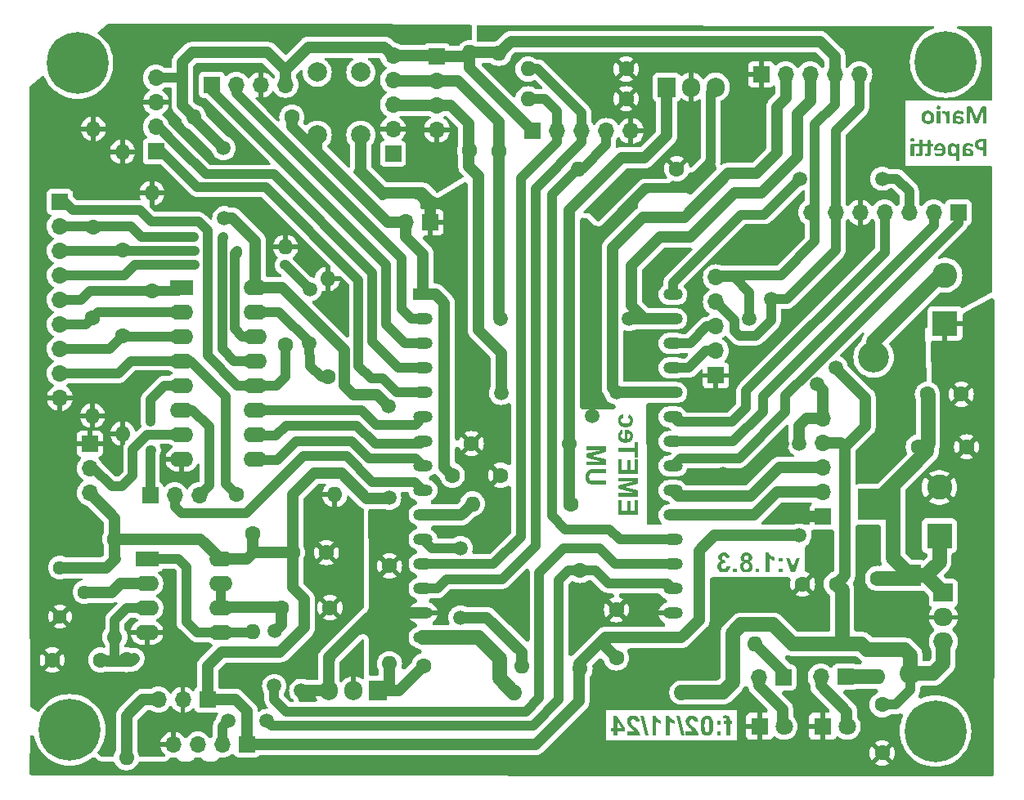
<source format=gbr>
%TF.GenerationSoftware,KiCad,Pcbnew,8.0.6*%
%TF.CreationDate,2024-11-06T08:04:58-03:00*%
%TF.ProjectId,EME,454d452e-6b69-4636-9164-5f7063625858,1.0*%
%TF.SameCoordinates,Original*%
%TF.FileFunction,Copper,L2,Bot*%
%TF.FilePolarity,Positive*%
%FSLAX46Y46*%
G04 Gerber Fmt 4.6, Leading zero omitted, Abs format (unit mm)*
G04 Created by KiCad (PCBNEW 8.0.6) date 2024-11-06 08:04:58*
%MOMM*%
%LPD*%
G01*
G04 APERTURE LIST*
%ADD10C,0.200000*%
%TA.AperFunction,NonConductor*%
%ADD11C,0.200000*%
%TD*%
%TA.AperFunction,ComponentPad*%
%ADD12R,1.700000X1.700000*%
%TD*%
%TA.AperFunction,ComponentPad*%
%ADD13O,1.700000X1.700000*%
%TD*%
%TA.AperFunction,ComponentPad*%
%ADD14R,2.000000X1.200000*%
%TD*%
%TA.AperFunction,ComponentPad*%
%ADD15O,2.000000X1.200000*%
%TD*%
%TA.AperFunction,ComponentPad*%
%ADD16C,1.600000*%
%TD*%
%TA.AperFunction,ComponentPad*%
%ADD17R,2.400000X1.600000*%
%TD*%
%TA.AperFunction,ComponentPad*%
%ADD18O,2.400000X1.600000*%
%TD*%
%TA.AperFunction,ComponentPad*%
%ADD19R,2.600000X2.600000*%
%TD*%
%TA.AperFunction,ComponentPad*%
%ADD20C,2.600000*%
%TD*%
%TA.AperFunction,ComponentPad*%
%ADD21O,1.600000X1.600000*%
%TD*%
%TA.AperFunction,ComponentPad*%
%ADD22R,1.800000X1.800000*%
%TD*%
%TA.AperFunction,ComponentPad*%
%ADD23C,1.800000*%
%TD*%
%TA.AperFunction,ComponentPad*%
%ADD24R,2.200000X2.200000*%
%TD*%
%TA.AperFunction,ComponentPad*%
%ADD25O,2.200000X2.200000*%
%TD*%
%TA.AperFunction,ComponentPad*%
%ADD26C,0.800000*%
%TD*%
%TA.AperFunction,ComponentPad*%
%ADD27C,6.400000*%
%TD*%
%TA.AperFunction,ComponentPad*%
%ADD28R,2.000000X1.905000*%
%TD*%
%TA.AperFunction,ComponentPad*%
%ADD29O,2.000000X1.905000*%
%TD*%
%TA.AperFunction,ComponentPad*%
%ADD30R,1.905000X2.000000*%
%TD*%
%TA.AperFunction,ComponentPad*%
%ADD31O,1.905000X2.000000*%
%TD*%
%TA.AperFunction,ComponentPad*%
%ADD32R,3.200000X3.200000*%
%TD*%
%TA.AperFunction,ComponentPad*%
%ADD33O,3.200000X3.200000*%
%TD*%
%TA.AperFunction,ComponentPad*%
%ADD34C,2.000000*%
%TD*%
%TA.AperFunction,ComponentPad*%
%ADD35C,1.440000*%
%TD*%
%TA.AperFunction,ViaPad*%
%ADD36C,1.500000*%
%TD*%
%TA.AperFunction,ViaPad*%
%ADD37C,1.000000*%
%TD*%
%TA.AperFunction,Conductor*%
%ADD38C,1.500000*%
%TD*%
%TA.AperFunction,Conductor*%
%ADD39C,1.000000*%
%TD*%
%TA.AperFunction,Conductor*%
%ADD40C,1.200000*%
%TD*%
%TA.AperFunction,Conductor*%
%ADD41C,0.800000*%
%TD*%
G04 APERTURE END LIST*
D10*
D11*
G36*
X129734403Y-30742358D02*
G01*
X129742219Y-30767271D01*
X129769574Y-30784856D01*
X129822330Y-30796092D01*
X129905861Y-30800000D01*
X129988904Y-30796092D01*
X130040683Y-30784856D01*
X130068039Y-30767271D01*
X130076343Y-30742358D01*
X130076343Y-29299371D01*
X130079274Y-29299371D01*
X130594626Y-30740893D01*
X130612700Y-30770690D01*
X130646406Y-30789253D01*
X130700628Y-30798046D01*
X130779762Y-30800000D01*
X130859874Y-30796580D01*
X130914096Y-30785833D01*
X130947801Y-30767271D01*
X130963921Y-30740893D01*
X131461200Y-29299371D01*
X131464131Y-29299371D01*
X131464131Y-30742358D01*
X131471946Y-30767271D01*
X131499790Y-30784856D01*
X131552547Y-30796092D01*
X131635589Y-30800000D01*
X131718632Y-30796092D01*
X131771388Y-30784856D01*
X131798743Y-30767271D01*
X131806071Y-30742358D01*
X131806071Y-29162107D01*
X131779641Y-29067529D01*
X131768946Y-29055129D01*
X131677870Y-29018149D01*
X131670272Y-29018004D01*
X131433845Y-29018004D01*
X131333990Y-29026429D01*
X131325401Y-29028262D01*
X131247243Y-29062456D01*
X131192044Y-29125471D01*
X131154497Y-29218606D01*
X131153454Y-29222191D01*
X130769016Y-30279274D01*
X130763642Y-30279274D01*
X130365038Y-29225122D01*
X130328573Y-29132929D01*
X130325959Y-29127913D01*
X130276622Y-29063433D01*
X130209699Y-29028262D01*
X130120307Y-29018004D01*
X129877529Y-29018004D01*
X129813538Y-29027773D01*
X129769574Y-29055617D01*
X129743684Y-29101046D01*
X129734403Y-29162107D01*
X129734403Y-30742358D01*
G37*
G36*
X128932770Y-29456957D02*
G01*
X129034891Y-29466434D01*
X129076829Y-29472745D01*
X129175575Y-29493789D01*
X129195332Y-29499050D01*
X129288415Y-29529937D01*
X129355826Y-29570481D01*
X129381716Y-29616887D01*
X129388555Y-29686741D01*
X129384647Y-29746824D01*
X129372923Y-29792254D01*
X129353384Y-29821074D01*
X129326517Y-29830844D01*
X129269853Y-29811304D01*
X129182414Y-29768318D01*
X129155303Y-29756838D01*
X129062247Y-29725331D01*
X129008712Y-29713424D01*
X128907885Y-29705792D01*
X128895709Y-29705916D01*
X128797487Y-29719958D01*
X128726168Y-29763921D01*
X128687578Y-29838171D01*
X128686158Y-29843787D01*
X128675854Y-29942219D01*
X128675854Y-30018422D01*
X128795533Y-30018422D01*
X128884178Y-30020393D01*
X128984020Y-30028154D01*
X129082274Y-30043335D01*
X129097564Y-30046493D01*
X129195725Y-30074476D01*
X129288904Y-30119050D01*
X129353712Y-30169166D01*
X129413956Y-30248988D01*
X129445464Y-30334717D01*
X129455966Y-30434612D01*
X129450565Y-30510438D01*
X129423237Y-30607048D01*
X129397284Y-30654930D01*
X129330425Y-30730635D01*
X129282340Y-30764569D01*
X129188764Y-30805861D01*
X129108744Y-30824094D01*
X129009490Y-30831263D01*
X128987514Y-30830829D01*
X128889954Y-30817338D01*
X128794556Y-30781926D01*
X128782548Y-30775634D01*
X128697719Y-30720544D01*
X128622121Y-30651500D01*
X128622121Y-30749197D01*
X128610397Y-30779483D01*
X128570830Y-30795115D01*
X128480460Y-30800000D01*
X128393510Y-30795603D01*
X128350034Y-30779972D01*
X128336357Y-30749685D01*
X128336357Y-30439986D01*
X128675854Y-30439986D01*
X128718946Y-30483749D01*
X128799930Y-30545498D01*
X128835204Y-30562736D01*
X128933775Y-30581158D01*
X128979434Y-30577796D01*
X129069085Y-30538660D01*
X129090457Y-30515212D01*
X129117934Y-30421423D01*
X129100837Y-30343265D01*
X129046615Y-30285136D01*
X129044273Y-30283652D01*
X128950383Y-30249476D01*
X128906861Y-30242523D01*
X128807745Y-30237264D01*
X128675854Y-30237264D01*
X128675854Y-30439986D01*
X128336357Y-30439986D01*
X128336357Y-29933914D01*
X128336475Y-29918416D01*
X128343928Y-29817411D01*
X128366643Y-29718004D01*
X128399969Y-29644861D01*
X128462875Y-29569504D01*
X128537979Y-29518946D01*
X128631402Y-29483531D01*
X128678078Y-29472681D01*
X128775429Y-29459602D01*
X128877599Y-29455687D01*
X128932770Y-29456957D01*
G37*
G36*
X127211863Y-29641311D02*
G01*
X127214794Y-29719469D01*
X127223098Y-29767341D01*
X127237264Y-29791765D01*
X127259734Y-29798604D01*
X127284647Y-29793719D01*
X127315910Y-29783461D01*
X127353524Y-29773203D01*
X127398953Y-29768318D01*
X127456594Y-29780530D01*
X127516189Y-29819120D01*
X127580669Y-29888485D01*
X127638666Y-29971883D01*
X127652965Y-29994975D01*
X127652965Y-30745778D01*
X127661270Y-30769713D01*
X127689602Y-30786810D01*
X127742358Y-30796580D01*
X127826378Y-30800000D01*
X127910397Y-30796580D01*
X127963154Y-30786810D01*
X127990997Y-30769713D01*
X127999302Y-30745778D01*
X127999302Y-29541172D01*
X127992463Y-29517236D01*
X127968039Y-29500628D01*
X127921632Y-29490369D01*
X127850802Y-29486950D01*
X127778018Y-29490369D01*
X127733565Y-29500628D01*
X127710607Y-29517725D01*
X127703768Y-29541172D01*
X127703768Y-29691137D01*
X127643250Y-29609973D01*
X127613398Y-29575854D01*
X127539496Y-29508676D01*
X127532309Y-29503558D01*
X127455129Y-29466434D01*
X127377948Y-29455687D01*
X127339846Y-29457641D01*
X127296859Y-29464480D01*
X127258757Y-29475226D01*
X127234822Y-29487927D01*
X127223586Y-29502093D01*
X127217725Y-29524075D01*
X127213328Y-29565596D01*
X127211863Y-29641311D01*
G37*
G36*
X126658408Y-30745778D02*
G01*
X126666713Y-30769713D01*
X126695045Y-30786810D01*
X126747801Y-30796580D01*
X126831821Y-30800000D01*
X126915840Y-30796580D01*
X126968597Y-30786810D01*
X126996441Y-30769713D01*
X127004745Y-30745778D01*
X127004745Y-29543614D01*
X126996441Y-29520167D01*
X126968597Y-29502581D01*
X126915840Y-29491346D01*
X126831821Y-29486950D01*
X126747801Y-29491346D01*
X126695045Y-29502581D01*
X126666713Y-29520167D01*
X126658408Y-29543614D01*
X126658408Y-30745778D01*
G37*
G36*
X126632030Y-29108862D02*
G01*
X126645477Y-29209292D01*
X126674528Y-29258339D01*
X126767596Y-29295364D01*
X126832798Y-29299371D01*
X126930495Y-29289480D01*
X126990090Y-29259804D01*
X127027427Y-29169418D01*
X127030635Y-29116189D01*
X127017342Y-29015605D01*
X126988625Y-28966224D01*
X126895536Y-28928317D01*
X126829867Y-28924214D01*
X126728334Y-28935657D01*
X126673551Y-28964759D01*
X126635315Y-29055595D01*
X126632030Y-29108862D01*
G37*
G36*
X125810683Y-29459705D02*
G01*
X125913338Y-29475532D01*
X126013607Y-29506489D01*
X126059225Y-29526834D01*
X126148049Y-29581047D01*
X126223168Y-29649127D01*
X126257726Y-29691295D01*
X126311362Y-29779034D01*
X126348709Y-29870900D01*
X126370862Y-29954124D01*
X126385754Y-30051731D01*
X126390718Y-30155687D01*
X126387704Y-30243580D01*
X126375835Y-30343449D01*
X126352616Y-30442916D01*
X126339555Y-30481323D01*
X126296219Y-30572026D01*
X126234403Y-30654919D01*
X126208378Y-30680796D01*
X126124977Y-30742719D01*
X126033635Y-30786322D01*
X125945605Y-30811908D01*
X125847415Y-30826874D01*
X125749337Y-30831263D01*
X125657665Y-30827283D01*
X125554858Y-30811609D01*
X125454291Y-30780949D01*
X125408358Y-30760421D01*
X125319206Y-30705810D01*
X125244242Y-30637334D01*
X125209541Y-30594832D01*
X125156010Y-30506969D01*
X125119190Y-30415561D01*
X125097294Y-30332595D01*
X125082575Y-30235161D01*
X125078361Y-30145917D01*
X125433286Y-30145917D01*
X125435828Y-30214473D01*
X125451360Y-30315910D01*
X125461374Y-30351661D01*
X125506071Y-30442428D01*
X125520714Y-30461170D01*
X125600837Y-30522540D01*
X125638914Y-30536965D01*
X125737124Y-30549895D01*
X125782771Y-30547499D01*
X125879762Y-30519609D01*
X125900536Y-30507393D01*
X125971109Y-30434612D01*
X125988600Y-30402056D01*
X126019958Y-30305163D01*
X126029762Y-30242181D01*
X126035101Y-30142009D01*
X126032490Y-30073522D01*
X126016538Y-29972505D01*
X126006097Y-29936723D01*
X125960851Y-29845498D01*
X125946208Y-29826442D01*
X125866085Y-29764898D01*
X125828151Y-29750215D01*
X125731263Y-29737055D01*
X125684985Y-29739489D01*
X125588136Y-29767829D01*
X125564231Y-29782462D01*
X125496789Y-29853803D01*
X125477116Y-29889953D01*
X125447941Y-29983251D01*
X125438453Y-30045917D01*
X125433286Y-30145917D01*
X125078361Y-30145917D01*
X125077669Y-30131263D01*
X125080721Y-30042700D01*
X125092743Y-29942432D01*
X125116259Y-29843056D01*
X125129168Y-29804650D01*
X125172107Y-29713947D01*
X125233496Y-29631053D01*
X125259251Y-29605059D01*
X125342278Y-29543190D01*
X125433775Y-29500139D01*
X125521921Y-29474831D01*
X125620456Y-29460028D01*
X125719050Y-29455687D01*
X125810683Y-29459705D01*
G37*
G36*
X131772365Y-32410244D02*
G01*
X131774439Y-32412290D01*
X131806071Y-32506964D01*
X131806071Y-34102358D01*
X131797766Y-34127271D01*
X131768946Y-34144856D01*
X131713747Y-34156092D01*
X131626308Y-34160000D01*
X131538381Y-34156092D01*
X131483670Y-34144856D01*
X131454361Y-34127271D01*
X131445080Y-34102358D01*
X131445080Y-33534738D01*
X131296580Y-33534738D01*
X131201333Y-33531492D01*
X131094889Y-33518709D01*
X130991277Y-33493705D01*
X130943975Y-33476995D01*
X130851270Y-33431718D01*
X130771946Y-33374026D01*
X130745061Y-33348567D01*
X130680947Y-33267890D01*
X130636147Y-33180586D01*
X130613479Y-33113034D01*
X130594794Y-33014551D01*
X130590734Y-32942205D01*
X130966852Y-32942205D01*
X130967787Y-32971229D01*
X130986392Y-33067257D01*
X130991437Y-33081415D01*
X131042568Y-33166420D01*
X131054694Y-33178801D01*
X131138311Y-33230411D01*
X131181623Y-33243483D01*
X131282903Y-33253370D01*
X131445080Y-33253370D01*
X131445080Y-32659371D01*
X131291207Y-32659371D01*
X131280704Y-32659436D01*
X131182274Y-32666699D01*
X131175640Y-32667699D01*
X131081158Y-32702847D01*
X131063572Y-32714570D01*
X131000069Y-32790774D01*
X130978563Y-32844516D01*
X130966852Y-32942205D01*
X130590734Y-32942205D01*
X130589253Y-32915826D01*
X130595907Y-32819234D01*
X130619539Y-32720921D01*
X130651275Y-32649046D01*
X130707466Y-32569002D01*
X130762484Y-32516455D01*
X130846685Y-32461535D01*
X130912724Y-32431439D01*
X131008374Y-32403405D01*
X131046781Y-32396261D01*
X131145150Y-32382889D01*
X131166622Y-32381228D01*
X131264829Y-32378004D01*
X131683949Y-32378004D01*
X131772365Y-32410244D01*
G37*
G36*
X129944913Y-32816957D02*
G01*
X130047034Y-32826434D01*
X130088971Y-32832745D01*
X130187718Y-32853789D01*
X130207474Y-32859050D01*
X130300558Y-32889937D01*
X130367969Y-32930481D01*
X130393859Y-32976887D01*
X130400697Y-33046741D01*
X130396789Y-33106824D01*
X130385066Y-33152254D01*
X130365526Y-33181074D01*
X130338660Y-33190844D01*
X130281995Y-33171304D01*
X130194556Y-33128318D01*
X130167445Y-33116838D01*
X130074389Y-33085331D01*
X130020854Y-33073424D01*
X129920027Y-33065792D01*
X129907852Y-33065916D01*
X129809630Y-33079958D01*
X129738311Y-33123921D01*
X129699720Y-33198171D01*
X129698301Y-33203787D01*
X129687997Y-33302219D01*
X129687997Y-33378422D01*
X129807676Y-33378422D01*
X129896320Y-33380393D01*
X129996162Y-33388154D01*
X130094417Y-33403335D01*
X130109707Y-33406493D01*
X130207868Y-33434476D01*
X130301046Y-33479050D01*
X130365855Y-33529166D01*
X130426099Y-33608988D01*
X130457606Y-33694717D01*
X130468108Y-33794612D01*
X130462707Y-33870438D01*
X130435380Y-33967048D01*
X130409426Y-34014930D01*
X130342568Y-34090635D01*
X130294482Y-34124569D01*
X130200907Y-34165861D01*
X130120886Y-34184094D01*
X130021632Y-34191263D01*
X129999656Y-34190829D01*
X129902097Y-34177338D01*
X129806699Y-34141926D01*
X129794691Y-34135634D01*
X129709862Y-34080544D01*
X129634263Y-34011500D01*
X129634263Y-34109197D01*
X129622540Y-34139483D01*
X129582972Y-34155115D01*
X129492602Y-34160000D01*
X129405652Y-34155603D01*
X129362177Y-34139972D01*
X129348499Y-34109685D01*
X129348499Y-33799986D01*
X129687997Y-33799986D01*
X129731088Y-33843749D01*
X129812072Y-33905498D01*
X129847346Y-33922736D01*
X129945917Y-33941158D01*
X129991577Y-33937796D01*
X130081228Y-33898660D01*
X130102599Y-33875212D01*
X130130076Y-33781423D01*
X130112979Y-33703265D01*
X130058757Y-33645136D01*
X130056416Y-33643652D01*
X129962526Y-33609476D01*
X129919004Y-33602523D01*
X129819888Y-33597264D01*
X129687997Y-33597264D01*
X129687997Y-33799986D01*
X129348499Y-33799986D01*
X129348499Y-33293914D01*
X129348617Y-33278416D01*
X129356071Y-33177411D01*
X129378785Y-33078004D01*
X129412111Y-33004861D01*
X129475017Y-32929504D01*
X129550122Y-32878946D01*
X129643545Y-32843531D01*
X129690221Y-32832681D01*
X129787571Y-32819602D01*
X129889741Y-32815687D01*
X129944913Y-32816957D01*
G37*
G36*
X128300195Y-32816168D02*
G01*
X128397906Y-32829364D01*
X128415683Y-32833996D01*
X128508792Y-32871374D01*
X128532017Y-32884210D01*
X128613817Y-32940739D01*
X128646112Y-32967978D01*
X128718841Y-33036971D01*
X128718841Y-32899218D01*
X128725680Y-32876259D01*
X128749616Y-32860139D01*
X128795045Y-32850369D01*
X128864410Y-32846950D01*
X128935240Y-32850369D01*
X128980669Y-32860628D01*
X129004605Y-32877725D01*
X129011444Y-32901660D01*
X129011444Y-34601591D01*
X129003140Y-34626015D01*
X128975296Y-34644577D01*
X128922540Y-34655812D01*
X128838520Y-34660209D01*
X128754501Y-34655812D01*
X128701744Y-34644089D01*
X128673412Y-34625526D01*
X128665108Y-34601102D01*
X128665108Y-34023224D01*
X128656890Y-34031093D01*
X128580111Y-34096985D01*
X128497069Y-34149741D01*
X128410607Y-34181004D01*
X128311933Y-34191263D01*
X128280143Y-34190492D01*
X128175971Y-34175652D01*
X128082833Y-34141926D01*
X128070384Y-34135594D01*
X127985290Y-34077649D01*
X127914794Y-34001242D01*
X127894527Y-33971601D01*
X127846281Y-33878583D01*
X127812700Y-33778981D01*
X127792676Y-33685503D01*
X127780964Y-33584407D01*
X127778364Y-33509825D01*
X128137543Y-33509825D01*
X128138974Y-33554705D01*
X128152198Y-33653440D01*
X128160288Y-33688428D01*
X128196650Y-33782400D01*
X128206532Y-33799724D01*
X128274319Y-33874724D01*
X128292792Y-33886676D01*
X128389113Y-33909895D01*
X128437510Y-33903661D01*
X128526378Y-33857138D01*
X128530506Y-33853798D01*
X128602730Y-33783722D01*
X128665108Y-33707173D01*
X128665108Y-33305150D01*
X128649858Y-33284021D01*
X128586950Y-33207941D01*
X128514654Y-33143949D01*
X128445778Y-33108290D01*
X128377878Y-33097055D01*
X128357055Y-33097901D01*
X128263572Y-33131737D01*
X128249524Y-33143007D01*
X128189323Y-33224061D01*
X128174700Y-33257798D01*
X128149267Y-33355952D01*
X128142123Y-33412166D01*
X128137543Y-33509825D01*
X127778364Y-33509825D01*
X127777529Y-33485889D01*
X127778862Y-33426203D01*
X127787345Y-33327583D01*
X127805373Y-33226015D01*
X127810785Y-33203475D01*
X127843537Y-33105327D01*
X127892323Y-33013035D01*
X127899910Y-33001708D01*
X127965569Y-32926489D01*
X128046685Y-32868443D01*
X128077277Y-32853245D01*
X128173341Y-32824394D01*
X128276273Y-32815687D01*
X128300195Y-32816168D01*
G37*
G36*
X127017203Y-32817978D02*
G01*
X127117450Y-32832563D01*
X127216748Y-32863558D01*
X127259108Y-32883022D01*
X127342407Y-32935560D01*
X127414096Y-33002288D01*
X127447725Y-33043956D01*
X127500382Y-33131508D01*
X127537683Y-33224061D01*
X127561878Y-33317538D01*
X127576031Y-33418635D01*
X127580181Y-33517152D01*
X127576974Y-33609884D01*
X127564343Y-33713882D01*
X127539637Y-33815617D01*
X127525941Y-33854245D01*
X127480732Y-33944743D01*
X127416538Y-34026154D01*
X127389762Y-34051080D01*
X127304384Y-34109957D01*
X127211374Y-34150230D01*
X127121953Y-34173591D01*
X127022950Y-34187255D01*
X126924633Y-34191263D01*
X126852981Y-34189166D01*
X126754640Y-34178562D01*
X126711046Y-34171345D01*
X126612979Y-34149741D01*
X126605312Y-34147602D01*
X126511374Y-34115059D01*
X126462526Y-34088192D01*
X126447871Y-34069141D01*
X126440055Y-34044228D01*
X126435659Y-34008569D01*
X126434193Y-33958255D01*
X126436147Y-33903056D01*
X126443963Y-33868862D01*
X126457641Y-33852254D01*
X126478157Y-33847369D01*
X126531891Y-33862023D01*
X126614933Y-33894263D01*
X126637834Y-33901817D01*
X126734124Y-33926503D01*
X126793397Y-33935992D01*
X126893370Y-33941158D01*
X126946502Y-33938868D01*
X127046266Y-33917711D01*
X127069439Y-33908162D01*
X127150802Y-33849323D01*
X127167488Y-33828749D01*
X127209909Y-33740390D01*
X127219698Y-33698707D01*
X127228471Y-33597264D01*
X126482554Y-33597264D01*
X126404884Y-33566978D01*
X126376552Y-33473189D01*
X126376552Y-33417990D01*
X126377354Y-33378422D01*
X126711653Y-33378422D01*
X127228471Y-33378422D01*
X127226874Y-33354334D01*
X127208443Y-33256301D01*
X127205105Y-33245718D01*
X127159106Y-33157138D01*
X127155011Y-33151956D01*
X127078018Y-33090704D01*
X127062335Y-33083527D01*
X126963224Y-33065792D01*
X126947186Y-33066118D01*
X126849773Y-33086674D01*
X126770272Y-33149323D01*
X126749160Y-33182679D01*
X126718065Y-33277741D01*
X126711653Y-33378422D01*
X126377354Y-33378422D01*
X126377363Y-33378002D01*
X126387062Y-33278388D01*
X126409769Y-33178143D01*
X126414007Y-33164460D01*
X126455159Y-33069255D01*
X126512840Y-32987145D01*
X126526285Y-32972342D01*
X126603944Y-32907599D01*
X126692114Y-32861116D01*
X126756943Y-32839156D01*
X126854442Y-32821055D01*
X126954919Y-32815687D01*
X127017203Y-32817978D01*
G37*
G36*
X125101116Y-32444926D02*
G01*
X125154361Y-32456161D01*
X125182205Y-32474235D01*
X125189532Y-32499637D01*
X125189532Y-32846950D01*
X125715631Y-32846950D01*
X125715631Y-32563140D01*
X125723935Y-32537250D01*
X125751779Y-32518199D01*
X125804535Y-32506964D01*
X125888555Y-32503056D01*
X125972086Y-32506964D01*
X126025331Y-32518199D01*
X126053175Y-32537250D01*
X126060502Y-32563140D01*
X126060502Y-32846950D01*
X126206071Y-32846950D01*
X126230006Y-32853789D01*
X126247103Y-32876748D01*
X126257362Y-32920223D01*
X126260781Y-32987634D01*
X126260728Y-32996930D01*
X126247103Y-33096078D01*
X126207048Y-33128318D01*
X126060502Y-33128318D01*
X126060502Y-33754068D01*
X126055350Y-33852850D01*
X126037055Y-33948974D01*
X126017875Y-34002104D01*
X125964270Y-34085261D01*
X125927292Y-34118913D01*
X125839706Y-34164884D01*
X125762713Y-34183818D01*
X125660921Y-34191263D01*
X125584717Y-34187355D01*
X125514375Y-34176120D01*
X125458688Y-34159023D01*
X125422540Y-34137041D01*
X125402023Y-34092588D01*
X125394207Y-34001730D01*
X125397627Y-33940669D01*
X125405443Y-33902568D01*
X125417166Y-33883028D01*
X125432798Y-33878143D01*
X125453803Y-33883028D01*
X125483112Y-33894263D01*
X125522191Y-33905010D01*
X125571528Y-33909895D01*
X125595663Y-33908666D01*
X125684368Y-33859581D01*
X125705739Y-33805592D01*
X125715631Y-33708150D01*
X125715631Y-33128318D01*
X125189532Y-33128318D01*
X125189532Y-33754068D01*
X125184380Y-33852850D01*
X125166085Y-33948974D01*
X125146905Y-34002104D01*
X125093300Y-34085261D01*
X125056264Y-34118913D01*
X124968248Y-34164884D01*
X124890932Y-34183818D01*
X124787997Y-34191263D01*
X124713258Y-34187355D01*
X124642916Y-34176120D01*
X124587229Y-34159023D01*
X124551081Y-34137041D01*
X124530565Y-34092588D01*
X124522749Y-34001730D01*
X124526168Y-33940669D01*
X124534473Y-33902568D01*
X124546196Y-33883028D01*
X124561339Y-33878143D01*
X124583321Y-33883028D01*
X124612142Y-33894263D01*
X124650732Y-33905010D01*
X124700069Y-33909895D01*
X124724615Y-33908666D01*
X124813886Y-33859581D01*
X124834924Y-33805592D01*
X124844661Y-33708150D01*
X124844661Y-33128318D01*
X124293649Y-33128318D01*
X124293649Y-34105778D01*
X124285345Y-34129713D01*
X124257990Y-34146322D01*
X124205233Y-34156580D01*
X124120725Y-34160000D01*
X124037683Y-34156580D01*
X123984926Y-34146322D01*
X123957083Y-34129713D01*
X123948778Y-34105778D01*
X123948778Y-32942205D01*
X123972226Y-32871374D01*
X124053314Y-32846950D01*
X124844661Y-32846950D01*
X124844661Y-32499637D01*
X124852965Y-32474235D01*
X124880809Y-32456161D01*
X124933565Y-32444926D01*
X125017585Y-32440530D01*
X125101116Y-32444926D01*
G37*
G36*
X124184440Y-32288317D02*
G01*
X124277529Y-32326224D01*
X124306247Y-32375605D01*
X124319539Y-32476189D01*
X124316332Y-32529418D01*
X124278995Y-32619804D01*
X124219399Y-32649480D01*
X124121702Y-32659371D01*
X124056501Y-32655364D01*
X123963433Y-32618339D01*
X123934381Y-32569292D01*
X123920935Y-32468862D01*
X123924219Y-32415595D01*
X123962456Y-32324759D01*
X124017239Y-32295657D01*
X124118771Y-32284214D01*
X124184440Y-32288317D01*
G37*
D10*
D11*
G36*
X93700000Y-71295324D02*
G01*
X95732100Y-71295324D01*
X95732100Y-69802023D01*
X95388206Y-69802023D01*
X95388206Y-70888415D01*
X94950523Y-70888415D01*
X94950523Y-69877250D01*
X94606629Y-69877250D01*
X94606629Y-70888415D01*
X94043893Y-70888415D01*
X94043893Y-69763433D01*
X93700000Y-69763433D01*
X93700000Y-71295324D01*
G37*
G36*
X93700000Y-69434682D02*
G01*
X95732100Y-69434682D01*
X95732100Y-68826029D01*
X94345778Y-68460642D01*
X95732100Y-68099162D01*
X95732100Y-67489532D01*
X93700000Y-67489532D01*
X93700000Y-67867131D01*
X95299790Y-67867131D01*
X93700000Y-68267201D01*
X93700000Y-68658478D01*
X95299790Y-69057083D01*
X93700000Y-69057083D01*
X93700000Y-69434682D01*
G37*
G36*
X93700000Y-67098255D02*
G01*
X95732100Y-67098255D01*
X95732100Y-65604954D01*
X95388206Y-65604954D01*
X95388206Y-66691346D01*
X94950523Y-66691346D01*
X94950523Y-65680181D01*
X94606629Y-65680181D01*
X94606629Y-66691346D01*
X94043893Y-66691346D01*
X94043893Y-65566364D01*
X93700000Y-65566364D01*
X93700000Y-67098255D01*
G37*
G36*
X93700000Y-64778925D02*
G01*
X95388206Y-64778925D01*
X95388206Y-65376343D01*
X95732100Y-65376343D01*
X95732100Y-63776064D01*
X95388206Y-63776064D01*
X95388206Y-64372016D01*
X93700000Y-64372016D01*
X93700000Y-64778925D01*
G37*
G36*
X94458581Y-62484276D02*
G01*
X94580714Y-62496100D01*
X94691661Y-62517535D01*
X94791422Y-62548583D01*
X94896368Y-62598529D01*
X94985205Y-62662316D01*
X95023704Y-62698785D01*
X95089340Y-62778962D01*
X95139830Y-62868790D01*
X95175172Y-62968269D01*
X95195368Y-63077400D01*
X95200628Y-63175715D01*
X95199820Y-63211592D01*
X95187713Y-63314506D01*
X95161077Y-63410344D01*
X95119913Y-63499108D01*
X95064220Y-63580795D01*
X94993998Y-63655408D01*
X94939990Y-63699829D01*
X94849704Y-63755356D01*
X94748290Y-63797557D01*
X94635747Y-63826431D01*
X94533461Y-63840313D01*
X94423447Y-63844940D01*
X94312816Y-63839874D01*
X94209536Y-63824676D01*
X94113606Y-63799345D01*
X94010977Y-63756987D01*
X93918353Y-63700837D01*
X93846442Y-63638903D01*
X93776237Y-63551800D01*
X93723584Y-63450752D01*
X93693113Y-63355893D01*
X93674831Y-63251351D01*
X93668736Y-63137124D01*
X93673692Y-63035835D01*
X93691491Y-62929520D01*
X93722235Y-62833281D01*
X93772295Y-62737055D01*
X93814645Y-62679993D01*
X93890663Y-62605736D01*
X93981673Y-62545080D01*
X94075157Y-62502581D01*
X94137683Y-62887508D01*
X94071302Y-62915581D01*
X93994556Y-62981297D01*
X93965775Y-63036063D01*
X93950104Y-63133217D01*
X93953573Y-63181680D01*
X93984891Y-63276079D01*
X94048778Y-63355966D01*
X94125968Y-63407322D01*
X94221859Y-63438476D01*
X94325261Y-63449267D01*
X94325261Y-63442428D01*
X94575366Y-63442428D01*
X94641667Y-63439049D01*
X94740642Y-63414548D01*
X94826936Y-63361339D01*
X94848574Y-63340022D01*
X94901588Y-63254710D01*
X94919260Y-63152756D01*
X94918487Y-63130904D01*
X94891439Y-63031049D01*
X94831332Y-62951988D01*
X94768764Y-62908072D01*
X94672777Y-62875649D01*
X94575366Y-62865526D01*
X94575366Y-63442428D01*
X94325261Y-63442428D01*
X94325261Y-62482065D01*
X94352820Y-62481738D01*
X94458581Y-62484276D01*
G37*
G36*
X94762944Y-60902791D02*
G01*
X94700418Y-61283321D01*
X94795795Y-61314706D01*
X94864061Y-61370760D01*
X94908694Y-61459976D01*
X94919260Y-61547103D01*
X94904285Y-61647006D01*
X94854264Y-61736785D01*
X94812770Y-61777180D01*
X94722646Y-61826128D01*
X94623749Y-61851064D01*
X94516832Y-61861810D01*
X94456664Y-61863154D01*
X94358335Y-61860097D01*
X94258074Y-61848804D01*
X94162552Y-61825707D01*
X94071743Y-61781553D01*
X94064410Y-61776203D01*
X93994755Y-61702243D01*
X93957248Y-61611523D01*
X93950104Y-61541730D01*
X93965858Y-61441835D01*
X94013119Y-61361967D01*
X94092724Y-61305145D01*
X94185311Y-61272825D01*
X94231472Y-61262805D01*
X94168946Y-60883740D01*
X94066390Y-60914788D01*
X93975429Y-60956215D01*
X93885670Y-61016268D01*
X93811054Y-61089877D01*
X93794766Y-61110397D01*
X93739628Y-61201317D01*
X93704305Y-61292592D01*
X93681044Y-61394807D01*
X93669844Y-61507961D01*
X93668736Y-61559804D01*
X93675863Y-61675237D01*
X93697244Y-61781569D01*
X93732879Y-61878799D01*
X93782767Y-61966926D01*
X93846910Y-62045952D01*
X93871458Y-62070272D01*
X93953123Y-62134849D01*
X94045710Y-62186066D01*
X94149219Y-62223921D01*
X94263651Y-62248416D01*
X94367354Y-62258622D01*
X94433217Y-62260293D01*
X94542713Y-62255630D01*
X94644363Y-62241640D01*
X94755983Y-62212543D01*
X94856304Y-62170016D01*
X94945325Y-62114060D01*
X94998394Y-62069295D01*
X95067122Y-61992931D01*
X95121630Y-61907087D01*
X95161919Y-61811764D01*
X95187988Y-61706960D01*
X95199838Y-61592678D01*
X95200628Y-61552477D01*
X95195438Y-61441216D01*
X95179871Y-61340381D01*
X95149371Y-61237905D01*
X95105316Y-61149047D01*
X95092184Y-61128960D01*
X95022494Y-61047477D01*
X94945497Y-60986790D01*
X94854333Y-60937155D01*
X94762944Y-60902791D01*
G37*
G36*
X92372100Y-68187578D02*
G01*
X92372100Y-67780669D01*
X91269099Y-67780669D01*
X91163171Y-67779945D01*
X91063749Y-67777342D01*
X90964731Y-67770673D01*
X90929113Y-67765526D01*
X90835651Y-67732559D01*
X90753211Y-67670369D01*
X90728346Y-67641451D01*
X90679323Y-67549508D01*
X90657363Y-67453323D01*
X90652630Y-67372784D01*
X90659595Y-67272749D01*
X90686340Y-67174747D01*
X90723949Y-67111444D01*
X90798353Y-67044468D01*
X90893333Y-67007099D01*
X90899804Y-67005931D01*
X90997211Y-66994917D01*
X91095692Y-66989993D01*
X91201525Y-66988016D01*
X91245652Y-66987857D01*
X92372100Y-66987857D01*
X92372100Y-66581437D01*
X91306713Y-66581437D01*
X91197765Y-66582248D01*
X91099288Y-66584681D01*
X90994937Y-66589741D01*
X90892251Y-66598597D01*
X90790383Y-66614654D01*
X90692152Y-66643793D01*
X90597630Y-66690722D01*
X90535394Y-66736287D01*
X90463632Y-66811048D01*
X90408230Y-66894424D01*
X90370286Y-66973203D01*
X90337828Y-67074630D01*
X90318894Y-67181169D01*
X90310239Y-67288003D01*
X90308736Y-67360572D01*
X90311089Y-67463772D01*
X90319781Y-67571844D01*
X90337558Y-67679097D01*
X90367555Y-67779028D01*
X90375659Y-67798255D01*
X90421655Y-67885266D01*
X90481176Y-67966874D01*
X90550048Y-68033705D01*
X90632091Y-68090240D01*
X90724226Y-68132726D01*
X90775240Y-68147522D01*
X90872815Y-68165047D01*
X90975224Y-68176273D01*
X91075653Y-68182845D01*
X91187761Y-68186600D01*
X91290104Y-68187578D01*
X92372100Y-68187578D01*
G37*
G36*
X90340000Y-66169644D02*
G01*
X92372100Y-66169644D01*
X92372100Y-65560990D01*
X90985778Y-65195603D01*
X92372100Y-64834124D01*
X92372100Y-64224494D01*
X90340000Y-64224494D01*
X90340000Y-64602093D01*
X91939790Y-64602093D01*
X90340000Y-65002163D01*
X90340000Y-65393440D01*
X91939790Y-65792044D01*
X90340000Y-65792044D01*
X90340000Y-66169644D01*
G37*
D10*
D11*
G36*
X105466782Y-92690635D02*
G01*
X105252826Y-92690635D01*
X105252826Y-92579748D01*
X105249009Y-92472940D01*
X105234355Y-92369075D01*
X105213747Y-92302777D01*
X105158182Y-92219979D01*
X105076143Y-92157883D01*
X105069644Y-92154277D01*
X104974804Y-92116957D01*
X104871089Y-92099394D01*
X104803419Y-92096636D01*
X104701152Y-92101215D01*
X104600125Y-92114954D01*
X104500338Y-92137852D01*
X104480530Y-92143531D01*
X104532798Y-92399986D01*
X104634103Y-92382211D01*
X104710118Y-92378004D01*
X104805968Y-92399706D01*
X104830286Y-92420013D01*
X104862903Y-92513816D01*
X104866434Y-92580725D01*
X104866434Y-92690635D01*
X104578227Y-92690635D01*
X104578227Y-92972002D01*
X104866434Y-92972002D01*
X104866434Y-94160000D01*
X105252826Y-94160000D01*
X105252826Y-92972002D01*
X105466782Y-92972002D01*
X105466782Y-92690635D01*
G37*
G36*
X104291974Y-93065792D02*
G01*
X104291974Y-92690635D01*
X103905582Y-92690635D01*
X103905582Y-93065792D01*
X104291974Y-93065792D01*
G37*
G36*
X104291974Y-94160000D02*
G01*
X104291974Y-93784842D01*
X103905582Y-93784842D01*
X103905582Y-94160000D01*
X104291974Y-94160000D01*
G37*
G36*
X102951932Y-92132944D02*
G01*
X103049568Y-92152315D01*
X103152017Y-92193278D01*
X103242123Y-92254016D01*
X103319888Y-92334528D01*
X103376882Y-92420791D01*
X103424216Y-92522653D01*
X103455128Y-92615373D01*
X103479857Y-92718078D01*
X103498405Y-92830765D01*
X103510769Y-92953436D01*
X103515986Y-93051991D01*
X103517725Y-93156161D01*
X103517549Y-93192176D01*
X103514916Y-93296059D01*
X103506489Y-93424859D01*
X103492445Y-93542561D01*
X103472784Y-93649166D01*
X103440307Y-93766815D01*
X103399053Y-93867124D01*
X103337962Y-93964605D01*
X103314986Y-93992052D01*
X103240723Y-94063768D01*
X103158457Y-94119547D01*
X103068188Y-94159389D01*
X102969916Y-94183294D01*
X102863642Y-94191263D01*
X102775493Y-94186218D01*
X102677994Y-94166846D01*
X102575663Y-94125884D01*
X102485626Y-94065146D01*
X102407885Y-93984633D01*
X102350891Y-93898299D01*
X102303557Y-93796223D01*
X102272645Y-93703227D01*
X102247916Y-93600157D01*
X102229368Y-93487011D01*
X102217004Y-93363791D01*
X102211787Y-93264764D01*
X102210048Y-93160069D01*
X102613538Y-93160069D01*
X102614163Y-93243036D01*
X102617449Y-93355750D01*
X102623551Y-93454382D01*
X102634230Y-93551654D01*
X102653593Y-93648555D01*
X102679514Y-93722835D01*
X102738590Y-93803893D01*
X102767105Y-93822914D01*
X102863642Y-93847369D01*
X102897622Y-93844713D01*
X102988206Y-93804870D01*
X103043332Y-93729462D01*
X103078087Y-93633412D01*
X103090206Y-93577478D01*
X103102464Y-93479339D01*
X103109533Y-93371377D01*
X103112876Y-93262429D01*
X103113747Y-93160069D01*
X103113121Y-93077195D01*
X103109835Y-92964503D01*
X103103733Y-92865757D01*
X103093054Y-92768177D01*
X103073691Y-92670607D01*
X103047771Y-92596326D01*
X102988695Y-92515268D01*
X102960179Y-92496248D01*
X102863642Y-92471793D01*
X102829692Y-92474510D01*
X102739567Y-92515268D01*
X102684045Y-92591226D01*
X102649197Y-92687704D01*
X102637078Y-92743454D01*
X102624820Y-92841350D01*
X102617751Y-92949097D01*
X102614408Y-93057862D01*
X102613538Y-93160069D01*
X102210048Y-93160069D01*
X102210815Y-93089537D01*
X102214843Y-92988517D01*
X102225582Y-92862748D01*
X102242457Y-92747175D01*
X102265470Y-92641799D01*
X102302864Y-92524420D01*
X102349848Y-92422973D01*
X102406420Y-92337459D01*
X102472800Y-92266242D01*
X102561531Y-92201777D01*
X102662417Y-92157368D01*
X102758564Y-92135266D01*
X102863642Y-92127899D01*
X102951932Y-92132944D01*
G37*
G36*
X100655198Y-93784842D02*
G01*
X100655198Y-94160000D01*
X102008792Y-94160000D01*
X101992306Y-94060471D01*
X101964829Y-93963628D01*
X101926360Y-93869473D01*
X101876901Y-93778004D01*
X101818554Y-93693297D01*
X101752208Y-93611723D01*
X101685401Y-93537423D01*
X101608124Y-93457373D01*
X101520375Y-93371576D01*
X101442637Y-93298799D01*
X101365906Y-93227194D01*
X101286863Y-93151310D01*
X101212618Y-93076628D01*
X101145599Y-93002521D01*
X101122191Y-92972002D01*
X101073670Y-92883388D01*
X101046378Y-92788319D01*
X101042568Y-92737529D01*
X101055844Y-92636857D01*
X101103533Y-92549510D01*
X101111933Y-92540669D01*
X101200522Y-92486927D01*
X101303419Y-92471793D01*
X101406044Y-92487678D01*
X101491376Y-92539641D01*
X101495882Y-92544089D01*
X101549542Y-92632904D01*
X101573458Y-92734249D01*
X101578436Y-92784424D01*
X101963363Y-92746322D01*
X101949088Y-92647544D01*
X101922481Y-92541070D01*
X101885535Y-92447750D01*
X101829365Y-92355503D01*
X101759124Y-92281161D01*
X101747941Y-92272002D01*
X101664115Y-92215853D01*
X101571641Y-92173494D01*
X101470519Y-92144927D01*
X101360747Y-92130151D01*
X101294138Y-92127899D01*
X101186879Y-92133532D01*
X101088584Y-92150430D01*
X100985238Y-92184384D01*
X100894093Y-92233671D01*
X100825680Y-92288122D01*
X100759252Y-92361770D01*
X100703313Y-92455154D01*
X100668684Y-92558370D01*
X100655864Y-92656748D01*
X100655198Y-92686238D01*
X100662068Y-92785935D01*
X100682676Y-92882060D01*
X100704047Y-92944159D01*
X100748652Y-93037467D01*
X100803540Y-93126017D01*
X100858408Y-93200614D01*
X100926964Y-93278283D01*
X100999118Y-93350960D01*
X101078176Y-93425943D01*
X101111444Y-93456580D01*
X101184968Y-93524127D01*
X101260676Y-93595310D01*
X101332651Y-93667024D01*
X101342986Y-93678353D01*
X101403617Y-93755485D01*
X101422121Y-93784842D01*
X100655198Y-93784842D01*
G37*
G36*
X100525261Y-94160000D02*
G01*
X100026517Y-92127899D01*
X99736845Y-92127899D01*
X100240963Y-94160000D01*
X100525261Y-94160000D01*
G37*
G36*
X98636287Y-94160000D02*
G01*
X99022191Y-94160000D01*
X99022191Y-92689658D01*
X99104170Y-92765277D01*
X99191474Y-92833135D01*
X99284101Y-92893230D01*
X99382052Y-92945563D01*
X99485327Y-92990134D01*
X99520935Y-93003265D01*
X99520935Y-92628108D01*
X99424020Y-92589392D01*
X99332392Y-92540027D01*
X99247441Y-92484599D01*
X99192672Y-92444438D01*
X99110973Y-92373729D01*
X99043196Y-92297404D01*
X98989340Y-92215460D01*
X98949406Y-92127899D01*
X98636287Y-92127899D01*
X98636287Y-94160000D01*
G37*
G36*
X97233356Y-94160000D02*
G01*
X97619260Y-94160000D01*
X97619260Y-92689658D01*
X97701240Y-92765277D01*
X97788543Y-92833135D01*
X97881170Y-92893230D01*
X97979121Y-92945563D01*
X98082396Y-92990134D01*
X98118004Y-93003265D01*
X98118004Y-92628108D01*
X98021089Y-92589392D01*
X97929461Y-92540027D01*
X97844510Y-92484599D01*
X97789741Y-92444438D01*
X97708042Y-92373729D01*
X97640265Y-92297404D01*
X97586409Y-92215460D01*
X97546475Y-92127899D01*
X97233356Y-92127899D01*
X97233356Y-94160000D01*
G37*
G36*
X96787369Y-94160000D02*
G01*
X96288625Y-92127899D01*
X95998953Y-92127899D01*
X96503070Y-94160000D01*
X96787369Y-94160000D01*
G37*
G36*
X94582344Y-93784842D02*
G01*
X94582344Y-94160000D01*
X95935938Y-94160000D01*
X95919452Y-94060471D01*
X95891974Y-93963628D01*
X95853506Y-93869473D01*
X95804047Y-93778004D01*
X95745700Y-93693297D01*
X95679354Y-93611723D01*
X95612547Y-93537423D01*
X95535270Y-93457373D01*
X95447521Y-93371576D01*
X95369783Y-93298799D01*
X95293052Y-93227194D01*
X95214009Y-93151310D01*
X95139764Y-93076628D01*
X95072745Y-93002521D01*
X95049337Y-92972002D01*
X95000816Y-92883388D01*
X94973523Y-92788319D01*
X94969713Y-92737529D01*
X94982990Y-92636857D01*
X95030679Y-92549510D01*
X95039078Y-92540669D01*
X95127668Y-92486927D01*
X95230565Y-92471793D01*
X95333190Y-92487678D01*
X95418522Y-92539641D01*
X95423028Y-92544089D01*
X95476688Y-92632904D01*
X95500604Y-92734249D01*
X95505582Y-92784424D01*
X95890509Y-92746322D01*
X95876234Y-92647544D01*
X95849626Y-92541070D01*
X95812681Y-92447750D01*
X95756511Y-92355503D01*
X95686270Y-92281161D01*
X95675087Y-92272002D01*
X95591261Y-92215853D01*
X95498787Y-92173494D01*
X95397665Y-92144927D01*
X95287893Y-92130151D01*
X95221284Y-92127899D01*
X95114025Y-92133532D01*
X95015730Y-92150430D01*
X94912384Y-92184384D01*
X94821239Y-92233671D01*
X94752826Y-92288122D01*
X94686398Y-92361770D01*
X94630459Y-92455154D01*
X94595830Y-92558370D01*
X94583010Y-92656748D01*
X94582344Y-92686238D01*
X94589214Y-92785935D01*
X94609822Y-92882060D01*
X94631193Y-92944159D01*
X94675798Y-93037467D01*
X94730686Y-93126017D01*
X94785554Y-93200614D01*
X94854110Y-93278283D01*
X94926264Y-93350960D01*
X95005322Y-93425943D01*
X95038590Y-93456580D01*
X95112114Y-93524127D01*
X95187822Y-93595310D01*
X95259797Y-93667024D01*
X95270132Y-93678353D01*
X95330763Y-93755485D01*
X95349267Y-93784842D01*
X94582344Y-93784842D01*
G37*
G36*
X94396231Y-93411151D02*
G01*
X94396231Y-93753579D01*
X93572156Y-93753579D01*
X93572156Y-94160000D01*
X93198464Y-94160000D01*
X93198464Y-93753579D01*
X92948360Y-93753579D01*
X92948360Y-93409685D01*
X93198464Y-93409685D01*
X93572156Y-93409685D01*
X94034752Y-93409685D01*
X93572156Y-92747299D01*
X93572156Y-93409685D01*
X93198464Y-93409685D01*
X93198464Y-92159162D01*
X93522330Y-92159162D01*
X94396231Y-93411151D01*
G37*
D10*
D11*
G36*
X111932668Y-77257769D02*
G01*
X112520804Y-75788404D01*
X112115361Y-75788404D01*
X111840832Y-76538229D01*
X111761209Y-76788822D01*
X111730679Y-76694941D01*
X111721153Y-76662793D01*
X111690928Y-76569462D01*
X111680121Y-76538229D01*
X111402661Y-75788404D01*
X111005522Y-75788404D01*
X111585354Y-77257769D01*
X111932668Y-77257769D01*
G37*
G36*
X110702661Y-76163561D02*
G01*
X110702661Y-75788404D01*
X110316269Y-75788404D01*
X110316269Y-76163561D01*
X110702661Y-76163561D01*
G37*
G36*
X110702661Y-77257769D02*
G01*
X110702661Y-76882611D01*
X110316269Y-76882611D01*
X110316269Y-77257769D01*
X110702661Y-77257769D01*
G37*
G36*
X108939227Y-77257769D02*
G01*
X109325131Y-77257769D01*
X109325131Y-75787427D01*
X109407111Y-75863046D01*
X109494414Y-75930904D01*
X109587041Y-75990999D01*
X109684992Y-76043332D01*
X109788267Y-76087903D01*
X109823875Y-76101034D01*
X109823875Y-75725877D01*
X109726960Y-75687161D01*
X109635332Y-75637796D01*
X109550381Y-75582368D01*
X109495613Y-75542207D01*
X109413913Y-75471498D01*
X109346136Y-75395173D01*
X109292280Y-75313229D01*
X109252347Y-75225668D01*
X108939227Y-75225668D01*
X108939227Y-77257769D01*
G37*
G36*
X108287587Y-77257769D02*
G01*
X108287587Y-76882611D01*
X107901195Y-76882611D01*
X107901195Y-77257769D01*
X108287587Y-77257769D01*
G37*
G36*
X107012273Y-75227950D02*
G01*
X107110184Y-75239931D01*
X107212606Y-75266889D01*
X107302312Y-75307825D01*
X107389262Y-75371725D01*
X107458078Y-75449364D01*
X107507232Y-75536711D01*
X107536724Y-75633767D01*
X107546555Y-75740532D01*
X107544168Y-75788886D01*
X107522617Y-75888587D01*
X107478655Y-75981355D01*
X107433970Y-76039195D01*
X107354194Y-76104774D01*
X107260790Y-76153302D01*
X107292756Y-76167961D01*
X107378760Y-76218584D01*
X107456917Y-76286523D01*
X107516757Y-76366771D01*
X107526576Y-76384158D01*
X107566170Y-76474299D01*
X107589927Y-76569782D01*
X107597846Y-76670609D01*
X107590255Y-76778600D01*
X107567483Y-76877627D01*
X107521729Y-76981829D01*
X107455311Y-77073829D01*
X107381935Y-77142974D01*
X107322589Y-77185051D01*
X107231932Y-77231978D01*
X107132438Y-77264926D01*
X107024110Y-77283897D01*
X106924224Y-77289032D01*
X106834884Y-77284726D01*
X106735233Y-77268194D01*
X106629392Y-77233235D01*
X106534771Y-77181400D01*
X106451370Y-77112688D01*
X106400005Y-77054852D01*
X106342720Y-76965227D01*
X106302498Y-76865503D01*
X106279341Y-76755682D01*
X106273072Y-76653512D01*
X106273158Y-76642866D01*
X106273658Y-76637880D01*
X106655068Y-76637880D01*
X106658832Y-76706018D01*
X106682794Y-76805749D01*
X106733714Y-76889450D01*
X106748730Y-76904989D01*
X106834625Y-76959758D01*
X106931063Y-76976401D01*
X106960967Y-76974989D01*
X107055775Y-76947807D01*
X107135250Y-76886031D01*
X107174684Y-76829320D01*
X107207187Y-76736275D01*
X107216827Y-76633484D01*
X107215743Y-76604808D01*
X107194879Y-76508651D01*
X107147462Y-76419039D01*
X107124020Y-76390471D01*
X107039604Y-76336242D01*
X106936436Y-76319876D01*
X106913912Y-76320644D01*
X106812496Y-76347542D01*
X106734691Y-76407315D01*
X106707632Y-76441913D01*
X106666265Y-76538137D01*
X106655068Y-76637880D01*
X106273658Y-76637880D01*
X106283405Y-76540761D01*
X106310729Y-76446575D01*
X106360511Y-76352116D01*
X106377610Y-76328123D01*
X106444777Y-76256148D01*
X106527591Y-76196480D01*
X106615501Y-76153302D01*
X106560627Y-76125867D01*
X106479718Y-76067523D01*
X106410825Y-75988194D01*
X106382275Y-75939277D01*
X106347857Y-75840618D01*
X106340520Y-75769353D01*
X106700497Y-75769353D01*
X106713120Y-75857883D01*
X106766443Y-75944230D01*
X106843379Y-75991491D01*
X106942298Y-76007245D01*
X107028958Y-75995277D01*
X107116199Y-75944719D01*
X107164925Y-75869981D01*
X107181167Y-75770818D01*
X107168545Y-75686869D01*
X107115222Y-75602290D01*
X107037919Y-75554297D01*
X106937901Y-75538299D01*
X106852336Y-75550360D01*
X106765954Y-75601314D01*
X106718971Y-75669620D01*
X106700497Y-75769353D01*
X106340520Y-75769353D01*
X106337553Y-75740532D01*
X106347475Y-75633767D01*
X106377242Y-75536711D01*
X106426854Y-75449364D01*
X106496310Y-75371725D01*
X106538000Y-75337493D01*
X106633376Y-75282722D01*
X106729954Y-75249773D01*
X106838781Y-75230803D01*
X106941809Y-75225668D01*
X107012273Y-75227950D01*
G37*
G36*
X105952626Y-77257769D02*
G01*
X105952626Y-76882611D01*
X105566234Y-76882611D01*
X105566234Y-77257769D01*
X105952626Y-77257769D01*
G37*
G36*
X105270700Y-76680867D02*
G01*
X104897008Y-76632507D01*
X104877483Y-76728524D01*
X104836100Y-76820269D01*
X104800777Y-76865026D01*
X104720205Y-76922528D01*
X104625036Y-76944825D01*
X104611244Y-76945138D01*
X104514152Y-76927653D01*
X104431458Y-76875200D01*
X104410476Y-76853791D01*
X104357342Y-76769010D01*
X104332338Y-76672004D01*
X104328411Y-76607106D01*
X104339470Y-76505714D01*
X104376413Y-76415098D01*
X104407057Y-76374586D01*
X104487843Y-76312877D01*
X104583656Y-76288949D01*
X104597566Y-76288613D01*
X104695899Y-76298773D01*
X104774887Y-76317434D01*
X104732389Y-76007245D01*
X104633417Y-76001735D01*
X104539223Y-75974089D01*
X104493519Y-75945696D01*
X104431603Y-75869492D01*
X104410965Y-75771795D01*
X104432319Y-75675421D01*
X104471537Y-75624761D01*
X104562479Y-75577324D01*
X104632249Y-75569562D01*
X104729094Y-75587622D01*
X104801265Y-75633554D01*
X104860044Y-75717707D01*
X104886262Y-75819667D01*
X105241879Y-75763491D01*
X105218021Y-75664478D01*
X105184533Y-75568422D01*
X105139211Y-75479730D01*
X105130016Y-75465514D01*
X105065650Y-75388349D01*
X104984661Y-75324647D01*
X104921432Y-75289660D01*
X104825326Y-75253227D01*
X104721716Y-75231917D01*
X104621014Y-75225668D01*
X104518369Y-75231902D01*
X104408644Y-75254933D01*
X104309719Y-75294934D01*
X104221592Y-75351905D01*
X104165257Y-75402988D01*
X104096778Y-75487610D01*
X104050711Y-75578259D01*
X104027054Y-75674937D01*
X104023596Y-75731251D01*
X104037457Y-75839706D01*
X104079041Y-75938111D01*
X104148347Y-76026464D01*
X104229817Y-76094196D01*
X104313268Y-76144998D01*
X104211964Y-76178019D01*
X104124209Y-76229453D01*
X104050001Y-76299300D01*
X104036785Y-76315480D01*
X103981916Y-76403302D01*
X103947369Y-76501906D01*
X103933652Y-76599867D01*
X103932737Y-76634461D01*
X103939555Y-76733494D01*
X103964743Y-76841913D01*
X104008491Y-76942665D01*
X104070798Y-77035750D01*
X104126666Y-77097545D01*
X104202555Y-77162621D01*
X104299557Y-77221525D01*
X104405676Y-77262104D01*
X104503890Y-77282300D01*
X104608802Y-77289032D01*
X104707938Y-77283124D01*
X104815348Y-77261299D01*
X104913876Y-77223391D01*
X105003522Y-77169402D01*
X105062116Y-77120993D01*
X105133540Y-77042330D01*
X105190518Y-76953803D01*
X105233050Y-76855411D01*
X105261136Y-76747156D01*
X105270700Y-76680867D01*
G37*
D12*
%TO.P,J3,1,Pin_1*%
%TO.N,+3.3V*%
X51140000Y-90470000D03*
D13*
%TO.P,J3,2,Pin_2*%
%TO.N,GND_G1*%
X48600000Y-90470000D03*
%TO.P,J3,3,Pin_3*%
%TO.N,Net-(J3-Pin_3)*%
X46060000Y-90470000D03*
%TD*%
D14*
%TO.P,U2,1,Enable*%
%TO.N,Rest*%
X73469000Y-48485000D03*
D15*
%TO.P,U2,2,Vp/ADC1_0/SenseVP*%
%TO.N,KY-004_Dg*%
X73469000Y-51025000D03*
%TO.P,U2,3,Vn/ADC1_3/SensVN*%
%TO.N,KY-004_An*%
X73469000Y-53565000D03*
%TO.P,U2,4,D34/ADC1_6*%
%TO.N,MQ135_Dg*%
X73469000Y-56105000D03*
%TO.P,U2,5,D35/ADC1_7*%
%TO.N,MQ135_An*%
X73469000Y-58645000D03*
%TO.P,U2,6,D32/ADC1_2/~*%
%TO.N,S0*%
X73469000Y-61185000D03*
%TO.P,U2,7,D33/ADC1_5/T8/~*%
%TO.N,S1*%
X73469000Y-63725000D03*
%TO.P,U2,8,D25/ADC2_8/DAC1/~*%
%TO.N,S2*%
X73469000Y-66265000D03*
%TO.P,U2,9,D26/ADC2_9/DAC2/~*%
%TO.N,Y*%
X73469000Y-68805000D03*
%TO.P,U2,10,D27/ADC2_7/T7/~*%
%TO.N,G2*%
X73469000Y-71345000D03*
%TO.P,U2,11,D14/ADC2_6/HSPI_CLK/T6/~*%
%TO.N,G1*%
X73469000Y-73885000D03*
%TO.P,U2,12,D12/ADC2_5/HSPI_Q/T5/~*%
%TO.N,GPIO12*%
X73469000Y-76425000D03*
%TO.P,U2,13,D13/ADC2_4/HSPI_ID/T4/~*%
%TO.N,GPIO13*%
X73469000Y-78965000D03*
%TO.P,U2,14,GND*%
%TO.N,GNDREF*%
X73469000Y-81505000D03*
%TO.P,U2,15,Vin(hasta12v)*%
%TO.N,+5V*%
X73469000Y-84045000D03*
%TO.P,U2,16,3v3*%
%TO.N,+3.3V*%
X99331000Y-84065000D03*
%TO.P,U2,17,GND*%
%TO.N,GNDREF*%
X99331000Y-81525000D03*
%TO.P,U2,18,D15/ADC2_3/HSPI_CS0/T3/~*%
%TO.N,DHT22*%
X99331000Y-78985000D03*
%TO.P,U2,19,D2/ADC2_2/HSPI_WP0/T2/~*%
%TO.N,D_hall*%
X99331000Y-76445000D03*
%TO.P,U2,20,D4/ADC2_0/HSPI_HD/T0/~*%
%TO.N,GPIO4*%
X99331000Y-73905000D03*
%TO.P,U2,21,RXD2/D16/~*%
%TO.N,RX2*%
X99331000Y-71365000D03*
%TO.P,U2,22,TXD2/D17/~*%
%TO.N,TX2*%
X99331000Y-68825000D03*
%TO.P,U2,23,D5/SS/V_SPI_CS0/~*%
%TO.N,SS*%
X99331000Y-66285000D03*
%TO.P,U2,24,D18/SCK/V_SPI_CLK/~*%
%TO.N,SCK*%
X99331000Y-63745000D03*
%TO.P,U2,25,D19/MISO/V_SPI_Q/CTS0/~*%
%TO.N,MISO*%
X99331000Y-61205000D03*
%TO.P,U2,26,D21/SDA/VSPI_HD/~*%
%TO.N,SDA*%
X99331000Y-58665000D03*
%TO.P,U2,27,D3/RXD0/CLK2/~*%
%TO.N,RX0*%
X99331000Y-56125000D03*
%TO.P,U2,28,D1/TXD0/CLK3/~*%
%TO.N,TX0*%
X99331000Y-53585000D03*
%TO.P,U2,29,D22/SCL/V_SPI_WP/RTS0/~*%
%TO.N,SCL*%
X99331000Y-51045000D03*
%TO.P,U2,30,D23/MOSI/V_SPI_D/~*%
%TO.N,MOSI*%
X99331000Y-48505000D03*
%TD*%
D12*
%TO.P,J17,1,Pin_1*%
%TO.N,GND_G1*%
X38970000Y-63970000D03*
D13*
%TO.P,J17,2,Pin_2*%
%TO.N,Net-(J17-Pin_2)*%
X38970000Y-66510000D03*
%TO.P,J17,3,Pin_3*%
%TO.N,+3.3V*%
X38970000Y-69050000D03*
%TD*%
D16*
%TO.P,C8,1*%
%TO.N,+3.3V*%
X93495000Y-86160000D03*
%TO.P,C8,2*%
%TO.N,GNDREF*%
X93495000Y-81160000D03*
%TD*%
D17*
%TO.P,U3,1,Pin_1*%
%TO.N,Net-(J2-Pin_5)*%
X48500000Y-47755000D03*
D18*
%TO.P,U3,2,Pin_2*%
%TO.N,Net-(J2-Pin_6)*%
X48500000Y-50295000D03*
%TO.P,U3,3,Pin_3*%
%TO.N,Net-(J2-Pin_7)*%
X48500000Y-52835000D03*
%TO.P,U3,4,Pin_4*%
%TO.N,Net-(J2-Pin_8)*%
X48500000Y-55375000D03*
%TO.P,U3,5,Pin_5*%
%TO.N,Net-(J16-Pin_1)*%
X48500000Y-57915000D03*
%TO.P,U3,6,Pin_6*%
%TO.N,Net-(J16-Pin_3)*%
X48500000Y-60455000D03*
%TO.P,U3,7,Pin_7*%
%TO.N,Net-(J17-Pin_2)*%
X48500000Y-62995000D03*
%TO.P,U3,8,Pin_8*%
%TO.N,GND_G1*%
X48500000Y-65535000D03*
%TO.P,U3,9,Pin_9*%
%TO.N,S2*%
X56120000Y-65535000D03*
%TO.P,U3,10,Pin_10*%
%TO.N,S1*%
X56120000Y-62995000D03*
%TO.P,U3,11,Pin_11*%
%TO.N,S0*%
X56120000Y-60455000D03*
%TO.P,U3,12,Pin_12*%
%TO.N,Net-(J2-Pin_1)*%
X56120000Y-57915000D03*
%TO.P,U3,13,Pin_13*%
%TO.N,Net-(J2-Pin_2)*%
X56120000Y-55375000D03*
%TO.P,U3,14,Pin_14*%
%TO.N,Net-(J2-Pin_3)*%
X56120000Y-52835000D03*
%TO.P,U3,15,Pin_15*%
%TO.N,Net-(J2-Pin_4)*%
X56120000Y-50295000D03*
%TO.P,U3,16,Pin_16*%
%TO.N,+3.3V*%
X56120000Y-47755000D03*
%TD*%
D12*
%TO.P,J19,1,Pin_1*%
%TO.N,GND_G2*%
X108475000Y-25680000D03*
D13*
%TO.P,J19,2,Pin_2*%
%TO.N,SDA*%
X111015000Y-25680000D03*
%TO.P,J19,3,Pin_3*%
%TO.N,SCL*%
X113555000Y-25680000D03*
%TO.P,J19,4,Pin_4*%
%TO.N,+3.3V*%
X116095000Y-25680000D03*
%TO.P,J19,5,Pin_5*%
%TO.N,+5V*%
X118635000Y-25680000D03*
%TD*%
D12*
%TO.P,J2,1,Pin_1*%
%TO.N,Net-(J2-Pin_1)*%
X35875000Y-38885000D03*
D13*
%TO.P,J2,2,Pin_2*%
%TO.N,Net-(J2-Pin_2)*%
X35875000Y-41425000D03*
%TO.P,J2,3,Pin_3*%
%TO.N,Net-(J2-Pin_3)*%
X35875000Y-43965000D03*
%TO.P,J2,4,Pin_4*%
%TO.N,Net-(J2-Pin_4)*%
X35875000Y-46505000D03*
%TO.P,J2,5,Pin_5*%
%TO.N,Net-(J2-Pin_5)*%
X35875000Y-49045000D03*
%TO.P,J2,6,Pin_6*%
%TO.N,Net-(J2-Pin_6)*%
X35875000Y-51585000D03*
%TO.P,J2,7,Pin_7*%
%TO.N,Net-(J2-Pin_7)*%
X35875000Y-54125000D03*
%TO.P,J2,8,Pin_8*%
%TO.N,Net-(J2-Pin_8)*%
X35875000Y-56665000D03*
%TO.P,J2,9,Pin_9*%
%TO.N,GND_G1*%
X35875000Y-59205000D03*
%TD*%
D19*
%TO.P,J5,1,Pin_1*%
%TO.N,GNDREF*%
X127500000Y-51500000D03*
D20*
%TO.P,J5,2,Pin_2*%
%TO.N,Net-(D1-A)*%
X127500000Y-46500000D03*
%TD*%
D12*
%TO.P,J7,1,Pin_1*%
%TO.N,+3.3V*%
X55235000Y-95110000D03*
D13*
%TO.P,J7,2,Pin_2*%
%TO.N,DHT22*%
X52695000Y-95110000D03*
%TO.P,J7,3,Pin_3*%
%TO.N,unconnected-(J7-Pin_3-Pad3)*%
X50155000Y-95110000D03*
%TO.P,J7,4,Pin_4*%
%TO.N,GND_G1*%
X47615000Y-95110000D03*
%TD*%
D12*
%TO.P,J16,1,Pin_1*%
%TO.N,Net-(J16-Pin_1)*%
X45220000Y-69310000D03*
D13*
%TO.P,J16,2,Pin_2*%
%TO.N,Y*%
X47760000Y-69310000D03*
%TO.P,J16,3,Pin_3*%
%TO.N,Net-(J16-Pin_3)*%
X50300000Y-69310000D03*
%TD*%
D16*
%TO.P,R14,1*%
%TO.N,Net-(J2-Pin_7)*%
X42375000Y-52755000D03*
D21*
%TO.P,R14,2*%
%TO.N,GND_G1*%
X42375000Y-62915000D03*
%TD*%
D16*
%TO.P,C3,1*%
%TO.N,+5V*%
X121000000Y-91000000D03*
%TO.P,C3,2*%
%TO.N,GNDREF*%
X121000000Y-96000000D03*
%TD*%
%TO.P,R15,1*%
%TO.N,Net-(J2-Pin_8)*%
X54170000Y-69235000D03*
D21*
%TO.P,R15,2*%
%TO.N,GND_G1*%
X64330000Y-69235000D03*
%TD*%
D22*
%TO.P,D3,1,K*%
%TO.N,GNDREF*%
X114840000Y-93250000D03*
D23*
%TO.P,D3,2,A*%
%TO.N,Net-(D3-A)*%
X117380000Y-93250000D03*
%TD*%
D12*
%TO.P,J11,1,Pin_1*%
%TO.N,GND_G2*%
X114880000Y-71500000D03*
D13*
%TO.P,J11,2,Pin_2*%
%TO.N,RX2*%
X114880000Y-68960000D03*
%TO.P,J11,3,Pin_3*%
%TO.N,TX2*%
X114880000Y-66420000D03*
%TO.P,J11,4,Pin_4*%
%TO.N,+5V*%
X114880000Y-63880000D03*
%TO.P,J11,5,Pin_5*%
%TO.N,+3.3V*%
X114880000Y-61340000D03*
%TD*%
D16*
%TO.P,R18,1*%
%TO.N,GNDREF*%
X69990000Y-76610000D03*
D21*
%TO.P,R18,2*%
%TO.N,Net-(Q1-G)*%
X69990000Y-86770000D03*
%TD*%
D12*
%TO.P,J13,1,Pin_1*%
%TO.N,GND_G2*%
X103790000Y-56890000D03*
D13*
%TO.P,J13,2,Pin_2*%
%TO.N,RX0*%
X103790000Y-54350000D03*
%TO.P,J13,3,Pin_3*%
%TO.N,TX0*%
X103790000Y-51810000D03*
%TO.P,J13,4,Pin_4*%
%TO.N,+5V*%
X103790000Y-49270000D03*
%TO.P,J13,5,Pin_5*%
%TO.N,+3.3V*%
X103790000Y-46730000D03*
%TD*%
D12*
%TO.P,J4,1,Pin_1*%
%TO.N,KY-004_An*%
X51590000Y-26770000D03*
D13*
%TO.P,J4,2,Pin_2*%
%TO.N,KY-004_Dg*%
X54130000Y-26770000D03*
%TO.P,J4,3,Pin_3*%
%TO.N,GND_G1*%
X56670000Y-26770000D03*
%TO.P,J4,4,Pin_4*%
%TO.N,+3.3V*%
X59210000Y-26770000D03*
%TD*%
D24*
%TO.P,D4,1,K*%
%TO.N,+BATT*%
X123920000Y-77610000D03*
D25*
%TO.P,D4,2,A*%
%TO.N,+5V*%
X123920000Y-87770000D03*
%TD*%
D12*
%TO.P,J1,1,Pin_1*%
%TO.N,+3.3V*%
X74910000Y-23805000D03*
D13*
%TO.P,J1,2,Pin_2*%
%TO.N,SCL*%
X74910000Y-26345000D03*
%TO.P,J1,3,Pin_3*%
%TO.N,SDA*%
X74910000Y-28885000D03*
%TO.P,J1,4,Pin_4*%
%TO.N,GND_G1*%
X74910000Y-31425000D03*
%TD*%
D12*
%TO.P,J18,1,Pin_1*%
%TO.N,+3.3V*%
X84820000Y-31560000D03*
D13*
%TO.P,J18,2,Pin_2*%
%TO.N,GPIO12*%
X87360000Y-31560000D03*
%TO.P,J18,3,Pin_3*%
%TO.N,GPIO13*%
X89900000Y-31560000D03*
%TO.P,J18,4,Pin_4*%
%TO.N,GPIO4*%
X92440000Y-31560000D03*
%TO.P,J18,5,Pin_5*%
%TO.N,GND_G2*%
X94980000Y-31560000D03*
%TD*%
D26*
%TO.P,H4,1*%
%TO.N,N/C*%
X125167056Y-24412944D03*
X125870000Y-22715888D03*
X125870000Y-26110000D03*
X127567056Y-22012944D03*
D27*
X127567056Y-24412944D03*
D26*
X127567056Y-26812944D03*
X129264112Y-22715888D03*
X129264112Y-26110000D03*
X129967056Y-24412944D03*
%TD*%
D16*
%TO.P,R6,1*%
%TO.N,SDA*%
X78300000Y-33600000D03*
D21*
%TO.P,R6,2*%
%TO.N,+3.3V*%
X78300000Y-23440000D03*
%TD*%
D16*
%TO.P,C6,1*%
%TO.N,+3.3V*%
X59960000Y-75240000D03*
%TO.P,C6,2*%
%TO.N,GND_G1*%
X63460000Y-75240000D03*
%TD*%
%TO.P,R7,1*%
%TO.N,DHT22*%
X89720000Y-77105000D03*
D21*
%TO.P,R7,2*%
%TO.N,+3.3V*%
X89720000Y-87265000D03*
%TD*%
D16*
%TO.P,R22,1*%
%TO.N,GND_G2*%
X94490000Y-25140000D03*
D21*
%TO.P,R22,2*%
%TO.N,GPIO13*%
X84330000Y-25140000D03*
%TD*%
D16*
%TO.P,C2,1*%
%TO.N,+BATT*%
X125680000Y-58830000D03*
%TO.P,C2,2*%
%TO.N,GNDREF*%
X129180000Y-58830000D03*
%TD*%
D26*
%TO.P,H2,1*%
%TO.N,N/C*%
X126520000Y-91335000D03*
X128217056Y-92037944D03*
X124822944Y-92037944D03*
X128920000Y-93735000D03*
D27*
X126520000Y-93735000D03*
D26*
X124120000Y-93735000D03*
X128217056Y-95432056D03*
X124822944Y-95432056D03*
X126520000Y-96135000D03*
%TD*%
D16*
%TO.P,R3,1*%
%TO.N,+5V*%
X117970000Y-84670000D03*
D21*
%TO.P,R3,2*%
%TO.N,Net-(J9-Pin_1)*%
X107810000Y-84670000D03*
%TD*%
D28*
%TO.P,U1,1,VI*%
%TO.N,+BATT*%
X127320000Y-79410000D03*
D29*
%TO.P,U1,2,GND*%
%TO.N,GNDREF*%
X127320000Y-81950000D03*
%TO.P,U1,3,VO*%
%TO.N,+5V*%
X127320000Y-84490000D03*
%TD*%
D16*
%TO.P,R9,1*%
%TO.N,Net-(J2-Pin_2)*%
X39350000Y-41490000D03*
D21*
%TO.P,R9,2*%
%TO.N,GND_G1*%
X39350000Y-31330000D03*
%TD*%
D30*
%TO.P,Q2,1,G*%
%TO.N,Net-(Q2-G)*%
X98680000Y-27020000D03*
D31*
%TO.P,Q2,2,D*%
%TO.N,GND_G2*%
X101220000Y-27020000D03*
%TO.P,Q2,3,S*%
%TO.N,GNDREF*%
X103760000Y-27020000D03*
%TD*%
D16*
%TO.P,R12,1*%
%TO.N,Net-(J2-Pin_5)*%
X45400000Y-48150000D03*
D21*
%TO.P,R12,2*%
%TO.N,GND_G1*%
X45400000Y-37990000D03*
%TD*%
D16*
%TO.P,C1,1*%
%TO.N,+BATT*%
X124740000Y-64290000D03*
%TO.P,C1,2*%
%TO.N,GNDREF*%
X129740000Y-64290000D03*
%TD*%
%TO.P,R20,1*%
%TO.N,Net-(Q2-G)*%
X88740000Y-70200000D03*
D21*
%TO.P,R20,2*%
%TO.N,G2*%
X78580000Y-70200000D03*
%TD*%
D32*
%TO.P,D1,1,K*%
%TO.N,+BATT*%
X120120000Y-70250000D03*
D33*
%TO.P,D1,2,A*%
%TO.N,Net-(D1-A)*%
X120120000Y-55010000D03*
%TD*%
D16*
%TO.P,R16,1*%
%TO.N,Rest*%
X59890000Y-30120000D03*
D21*
%TO.P,R16,2*%
%TO.N,+3.3V*%
X49730000Y-30120000D03*
%TD*%
D16*
%TO.P,R24,1*%
%TO.N,+BATT*%
X120520000Y-77910000D03*
D21*
%TO.P,R24,2*%
%TO.N,Net-(J20-Pin_1)*%
X120520000Y-88070000D03*
%TD*%
D16*
%TO.P,R8,1*%
%TO.N,Net-(J2-Pin_1)*%
X59230000Y-53740000D03*
D21*
%TO.P,R8,2*%
%TO.N,GND_G1*%
X59230000Y-43580000D03*
%TD*%
D19*
%TO.P,J8,1,Pin_1*%
%TO.N,+BATT*%
X126920000Y-73490000D03*
D20*
%TO.P,J8,2,Pin_2*%
%TO.N,GNDREF*%
X126920000Y-68490000D03*
%TD*%
D16*
%TO.P,C5,1*%
%TO.N,Net-(U5A-+)*%
X40090000Y-86360000D03*
%TO.P,C5,2*%
%TO.N,GND_G1*%
X35090000Y-86360000D03*
%TD*%
%TO.P,R11,1*%
%TO.N,Net-(J2-Pin_4)*%
X63590000Y-57030000D03*
D21*
%TO.P,R11,2*%
%TO.N,GND_G1*%
X63590000Y-46870000D03*
%TD*%
D16*
%TO.P,R10,1*%
%TO.N,Net-(J2-Pin_3)*%
X42360000Y-43880000D03*
D21*
%TO.P,R10,2*%
%TO.N,GND_G1*%
X42360000Y-33720000D03*
%TD*%
D26*
%TO.P,H1,1*%
%TO.N,N/C*%
X35295000Y-24510000D03*
X35997944Y-22812944D03*
X35997944Y-26207056D03*
X37695000Y-22110000D03*
D27*
X37695000Y-24510000D03*
D26*
X37695000Y-26910000D03*
X39392056Y-22812944D03*
X39392056Y-26207056D03*
X40095000Y-24510000D03*
%TD*%
D16*
%TO.P,R13,1*%
%TO.N,Net-(J2-Pin_6)*%
X39250000Y-50910000D03*
D21*
%TO.P,R13,2*%
%TO.N,GND_G1*%
X39250000Y-61070000D03*
%TD*%
D34*
%TO.P,SW1,1,1*%
%TO.N,GNDREF*%
X67020000Y-25480000D03*
X67020000Y-31980000D03*
%TO.P,SW1,2,2*%
%TO.N,Rest*%
X62520000Y-25480000D03*
X62520000Y-31980000D03*
%TD*%
D16*
%TO.P,C7,1*%
%TO.N,D_hall*%
X58830000Y-80950000D03*
%TO.P,C7,2*%
%TO.N,GND_G1*%
X63830000Y-80950000D03*
%TD*%
%TO.P,C4,1*%
%TO.N,+5V*%
X116250000Y-78500000D03*
%TO.P,C4,2*%
%TO.N,GNDREF*%
X112750000Y-78500000D03*
%TD*%
D17*
%TO.P,U5,1*%
%TO.N,Net-(U5B-+)*%
X44890000Y-75900000D03*
D18*
%TO.P,U5,2,-*%
%TO.N,Net-(U5A--)*%
X44890000Y-78440000D03*
%TO.P,U5,3,+*%
%TO.N,Net-(U5A-+)*%
X44890000Y-80980000D03*
%TO.P,U5,4,V-*%
%TO.N,GND_G1*%
X44890000Y-83520000D03*
%TO.P,U5,5,+*%
%TO.N,Net-(U5B-+)*%
X52510000Y-83520000D03*
%TO.P,U5,6,-*%
%TO.N,D_hall*%
X52510000Y-80980000D03*
%TO.P,U5,7*%
X52510000Y-78440000D03*
%TO.P,U5,8,V+*%
%TO.N,+3.3V*%
X52510000Y-75900000D03*
%TD*%
D30*
%TO.P,Q1,1,G*%
%TO.N,Net-(Q1-G)*%
X68806000Y-89535000D03*
D31*
%TO.P,Q1,2,D*%
%TO.N,GND_G1*%
X66266000Y-89535000D03*
%TO.P,Q1,3,S*%
%TO.N,GNDREF*%
X63726000Y-89535000D03*
%TD*%
D16*
%TO.P,R1,1*%
%TO.N,+3.3V*%
X41560000Y-73840000D03*
D21*
%TO.P,R1,2*%
%TO.N,Net-(U5A-+)*%
X41560000Y-84000000D03*
%TD*%
D12*
%TO.P,J6,1,Pin_1*%
%TO.N,ADDR*%
X70360000Y-33900000D03*
D13*
%TO.P,J6,2,Pin_2*%
%TO.N,GND_G1*%
X70360000Y-31360000D03*
%TO.P,J6,3,Pin_3*%
%TO.N,SDA*%
X70360000Y-28820000D03*
%TO.P,J6,4,Pin_4*%
%TO.N,SCL*%
X70360000Y-26280000D03*
%TO.P,J6,5,Pin_5*%
%TO.N,+3.3V*%
X70360000Y-23740000D03*
%TD*%
D35*
%TO.P,RV1,1,1*%
%TO.N,+3.3V*%
X35890000Y-76790000D03*
%TO.P,RV1,2,2*%
%TO.N,Net-(U5A--)*%
X38430000Y-79330000D03*
%TO.P,RV1,3,3*%
%TO.N,GND_G1*%
X35890000Y-81870000D03*
%TD*%
D12*
%TO.P,J9,1,Pin_1*%
%TO.N,Net-(J9-Pin_1)*%
X110750000Y-88160000D03*
D13*
%TO.P,J9,2,Pin_2*%
%TO.N,Net-(D2-A)*%
X108210000Y-88160000D03*
%TD*%
D12*
%TO.P,J20,1,Pin_1*%
%TO.N,Net-(J20-Pin_1)*%
X117180000Y-88110000D03*
D13*
%TO.P,J20,2,Pin_2*%
%TO.N,Net-(D3-A)*%
X114640000Y-88110000D03*
%TD*%
D16*
%TO.P,C9,1*%
%TO.N,Rest*%
X76500000Y-67230000D03*
%TO.P,C9,2*%
%TO.N,GNDREF*%
X81500000Y-67230000D03*
%TD*%
%TO.P,R23,1*%
%TO.N,GND_G2*%
X99730000Y-35480000D03*
D21*
%TO.P,R23,2*%
%TO.N,GPIO4*%
X89570000Y-35480000D03*
%TD*%
D16*
%TO.P,R17,1*%
%TO.N,Net-(Q1-G)*%
X73546000Y-86975000D03*
D21*
%TO.P,R17,2*%
%TO.N,G1*%
X83706000Y-86975000D03*
%TD*%
D22*
%TO.P,D2,1,K*%
%TO.N,GNDREF*%
X108310000Y-93250000D03*
D23*
%TO.P,D2,2,A*%
%TO.N,Net-(D2-A)*%
X110850000Y-93250000D03*
%TD*%
D12*
%TO.P,J10,1,Pin_1*%
%TO.N,GNDREF*%
X74240000Y-41020000D03*
D13*
%TO.P,J10,2,Pin_2*%
%TO.N,Rest*%
X71700000Y-41020000D03*
%TD*%
D16*
%TO.P,R4,1*%
%TO.N,Net-(U5A-+)*%
X42760000Y-86340000D03*
D21*
%TO.P,R4,2*%
%TO.N,Net-(J3-Pin_3)*%
X42760000Y-96500000D03*
%TD*%
D16*
%TO.P,R19,1*%
%TO.N,GNDREF*%
X78470000Y-63940000D03*
D21*
%TO.P,R19,2*%
%TO.N,Net-(Q2-G)*%
X88630000Y-63940000D03*
%TD*%
D16*
%TO.P,R2,1*%
%TO.N,+3.3V*%
X55810000Y-73285000D03*
D21*
%TO.P,R2,2*%
%TO.N,Net-(U5B-+)*%
X55810000Y-83445000D03*
%TD*%
D16*
%TO.P,R21,1*%
%TO.N,GND_G2*%
X94490000Y-28215000D03*
D21*
%TO.P,R21,2*%
%TO.N,GPIO12*%
X84330000Y-28215000D03*
%TD*%
D26*
%TO.P,H3,1*%
%TO.N,N/C*%
X34490000Y-93600000D03*
X35192944Y-91902944D03*
X35192944Y-95297056D03*
X36890000Y-91200000D03*
D27*
X36890000Y-93600000D03*
D26*
X36890000Y-96000000D03*
X38587056Y-91902944D03*
X38587056Y-95297056D03*
X39290000Y-93600000D03*
%TD*%
D12*
%TO.P,J12,1,Pin_1*%
%TO.N,SS*%
X128880000Y-40000000D03*
D13*
%TO.P,J12,2,Pin_2*%
%TO.N,SCK*%
X126340000Y-40000000D03*
%TO.P,J12,3,Pin_3*%
%TO.N,MOSI*%
X123800000Y-40000000D03*
%TO.P,J12,4,Pin_4*%
%TO.N,MISO*%
X121260000Y-40000000D03*
%TO.P,J12,5,Pin_5*%
%TO.N,GND_G2*%
X118720000Y-40000000D03*
%TO.P,J12,6,Pin_6*%
%TO.N,+5V*%
X116180000Y-40000000D03*
%TO.P,J12,7,Pin_7*%
%TO.N,+3.3V*%
X113640000Y-40000000D03*
%TD*%
D12*
%TO.P,J14,1,Pin_1*%
%TO.N,MQ135_An*%
X45820000Y-33670000D03*
D13*
%TO.P,J14,2,Pin_2*%
%TO.N,MQ135_Dg*%
X45820000Y-31130000D03*
%TO.P,J14,3,Pin_3*%
%TO.N,GND_G1*%
X45820000Y-28590000D03*
%TO.P,J14,4,Pin_4*%
%TO.N,+3.3V*%
X45820000Y-26050000D03*
%TD*%
D16*
%TO.P,R5,1*%
%TO.N,SCL*%
X81340000Y-33670000D03*
D21*
%TO.P,R5,2*%
%TO.N,+3.3V*%
X81340000Y-23510000D03*
%TD*%
D36*
%TO.N,GNDREF*%
X60840000Y-97010000D03*
X91000000Y-61050000D03*
X79620000Y-74500000D03*
X96220000Y-86420000D03*
X96260000Y-81580000D03*
X79670000Y-79950000D03*
X60860000Y-89550000D03*
X81540000Y-61050000D03*
%TO.N,+5V*%
X82931000Y-89725000D03*
X100231000Y-89725000D03*
X116200000Y-56080000D03*
X109500000Y-49000000D03*
%TO.N,+3.3V*%
X52820000Y-33330000D03*
X114230000Y-57760000D03*
X69960000Y-69580000D03*
X69920000Y-60090000D03*
X112430000Y-63990000D03*
X52890000Y-40600000D03*
X107260000Y-50980000D03*
X112410000Y-73480000D03*
%TO.N,D_hall*%
X58160000Y-83340000D03*
X58060000Y-89060000D03*
%TO.N,SCL*%
X81490000Y-51030000D03*
X94820000Y-51045000D03*
D37*
%TO.N,Net-(J2-Pin_2)*%
X52770000Y-42590000D03*
X49770000Y-42510000D03*
%TO.N,Net-(J2-Pin_3)*%
X49770000Y-43980000D03*
X54250000Y-44060000D03*
%TO.N,Net-(J2-Pin_4)*%
X59130000Y-45430000D03*
D36*
X61660000Y-53530000D03*
D37*
X49770000Y-45430000D03*
D36*
X61740000Y-47960000D03*
%TO.N,DHT22*%
X57295000Y-92685000D03*
X53292500Y-92662500D03*
D37*
%TO.N,GND_G1*%
X41720000Y-66670000D03*
D36*
X48450000Y-87460000D03*
X66280000Y-80580000D03*
X53430000Y-87500000D03*
D37*
X46690000Y-66760000D03*
D36*
X66310000Y-86480000D03*
%TO.N,GND_G2*%
X118470000Y-32760000D03*
X104520000Y-67110000D03*
X107760000Y-32760000D03*
X104520000Y-59690000D03*
X110640000Y-71500000D03*
X110620000Y-64000000D03*
%TO.N,SDA*%
X81540000Y-58700000D03*
X93500000Y-58665000D03*
%TO.N,MOSI*%
X112500000Y-36500000D03*
X121000000Y-36500000D03*
D37*
%TO.N,Net-(J16-Pin_1)*%
X45220000Y-61620000D03*
X45290000Y-64620000D03*
D36*
%TO.N,G1*%
X77360000Y-74770000D03*
X77340000Y-81960000D03*
%TD*%
D38*
%TO.N,+BATT*%
X125520000Y-77610000D02*
X127320000Y-79410000D01*
X122120000Y-73790000D02*
X122120000Y-75810000D01*
X125745000Y-63965000D02*
X125620000Y-64090000D01*
X125620000Y-64090000D02*
X125620000Y-64750000D01*
X125680000Y-58830000D02*
X125745000Y-58895000D01*
X126920000Y-76210000D02*
X125520000Y-77610000D01*
X120520000Y-77910000D02*
X123620000Y-77910000D01*
X126920000Y-73490000D02*
X126920000Y-76210000D01*
X125620000Y-64750000D02*
X120120000Y-70250000D01*
X122120000Y-73790000D02*
X122120000Y-68250000D01*
X122120000Y-68250000D02*
X125620000Y-64750000D01*
X125745000Y-58895000D02*
X125745000Y-63965000D01*
X123920000Y-77610000D02*
X125520000Y-77610000D01*
X123620000Y-77910000D02*
X123920000Y-77610000D01*
X122120000Y-75810000D02*
X123920000Y-77610000D01*
D39*
%TO.N,GNDREF*%
X103230000Y-34750000D02*
X100480000Y-37500000D01*
D40*
X69280000Y-38000000D02*
X73370000Y-38000000D01*
X68340000Y-81480000D02*
X68365000Y-81505000D01*
X63726000Y-89535000D02*
X63726000Y-86094000D01*
D39*
X91190000Y-42810000D02*
X90620000Y-42810000D01*
D40*
X63726000Y-86094000D02*
X68340000Y-81480000D01*
D39*
X103230000Y-27550000D02*
X103230000Y-34750000D01*
D40*
X60875000Y-89535000D02*
X60860000Y-89550000D01*
D39*
X96500000Y-37500000D02*
X91190000Y-42810000D01*
D40*
X68365000Y-81505000D02*
X73469000Y-81505000D01*
X63726000Y-89535000D02*
X60875000Y-89535000D01*
X67020000Y-31980000D02*
X67020000Y-35740000D01*
X73370000Y-38000000D02*
X74240000Y-38870000D01*
D39*
X103760000Y-27020000D02*
X103230000Y-27550000D01*
D40*
X74240000Y-38870000D02*
X74240000Y-41020000D01*
X67020000Y-35740000D02*
X69280000Y-38000000D01*
D39*
X100480000Y-37500000D02*
X96500000Y-37500000D01*
D40*
%TO.N,+5V*%
X116720000Y-63880000D02*
X117120000Y-64280000D01*
D39*
X109500000Y-51190000D02*
X107930000Y-52760000D01*
D38*
X73469000Y-84045000D02*
X79201000Y-84045000D01*
D39*
X122355000Y-91000000D02*
X123920000Y-89435000D01*
D38*
X100231000Y-89725000D02*
X104485000Y-89725000D01*
X105520000Y-83590000D02*
X106400000Y-82710000D01*
D40*
X119220000Y-59200000D02*
X116200000Y-56180000D01*
D38*
X100206000Y-89750000D02*
X100231000Y-89725000D01*
X111690000Y-84710000D02*
X116845000Y-84710000D01*
X123920000Y-85890000D02*
X123920000Y-87770000D01*
D40*
X119220000Y-62180000D02*
X119220000Y-59200000D01*
D39*
X107930000Y-52760000D02*
X106210000Y-52760000D01*
D40*
X116100000Y-56080000D02*
X116100000Y-56080000D01*
D39*
X109500000Y-49000000D02*
X111110000Y-49000000D01*
X116180000Y-31540000D02*
X118635000Y-29085000D01*
D38*
X82906000Y-89750000D02*
X82931000Y-89725000D01*
D40*
X116200000Y-56080000D02*
X116100000Y-56080000D01*
D38*
X109690000Y-82710000D02*
X111690000Y-84710000D01*
X104485000Y-89725000D02*
X105520000Y-88690000D01*
D40*
X117120000Y-64280000D02*
X119220000Y-62180000D01*
D38*
X116845000Y-79095000D02*
X116845000Y-84710000D01*
X82856000Y-89750000D02*
X82906000Y-89750000D01*
D39*
X116180000Y-43930000D02*
X116180000Y-31540000D01*
X111110000Y-49000000D02*
X116180000Y-43930000D01*
X121000000Y-91000000D02*
X122355000Y-91000000D01*
D38*
X119445000Y-85290000D02*
X118865000Y-84710000D01*
X82931000Y-89725000D02*
X82956000Y-89750000D01*
D40*
X117120000Y-77630000D02*
X117120000Y-64280000D01*
D38*
X116250000Y-78500000D02*
X116845000Y-79095000D01*
X105520000Y-88690000D02*
X105520000Y-83590000D01*
D39*
X109500000Y-49000000D02*
X109500000Y-51190000D01*
X106210000Y-52760000D02*
X105720000Y-52270000D01*
D38*
X127320000Y-86750000D02*
X126300000Y-87770000D01*
D39*
X105720000Y-51200000D02*
X103790000Y-49270000D01*
D38*
X123920000Y-87770000D02*
X126300000Y-87770000D01*
D40*
X116250000Y-78500000D02*
X117120000Y-77630000D01*
D38*
X81381000Y-86225000D02*
X81381000Y-88275000D01*
X119445000Y-85290000D02*
X123320000Y-85290000D01*
D40*
X114880000Y-63880000D02*
X116720000Y-63880000D01*
D38*
X81381000Y-88275000D02*
X82856000Y-89750000D01*
D39*
X105720000Y-52270000D02*
X105720000Y-51200000D01*
X118635000Y-29085000D02*
X118635000Y-25680000D01*
D38*
X127320000Y-84490000D02*
X127320000Y-86750000D01*
D39*
X123920000Y-89435000D02*
X123920000Y-87770000D01*
D40*
X116200000Y-56180000D02*
X116200000Y-56080000D01*
D38*
X123320000Y-85290000D02*
X123920000Y-85890000D01*
X79201000Y-84045000D02*
X81381000Y-86225000D01*
X106400000Y-82710000D02*
X109690000Y-82710000D01*
X118865000Y-84710000D02*
X116845000Y-84710000D01*
D40*
%TO.N,Net-(U5A-+)*%
X41890000Y-86520000D02*
X43230000Y-86520000D01*
D39*
X44890000Y-80980000D02*
X42800000Y-80980000D01*
D40*
X43230000Y-86520000D02*
X43545000Y-86205000D01*
D39*
X41560000Y-82220000D02*
X41560000Y-84000000D01*
X41560000Y-86190000D02*
X41890000Y-86520000D01*
X41560000Y-84000000D02*
X41560000Y-86190000D01*
X42800000Y-80980000D02*
X41560000Y-82220000D01*
D40*
X40780000Y-86520000D02*
X41890000Y-86520000D01*
D39*
%TO.N,+3.3V*%
X105730000Y-46730000D02*
X103790000Y-46730000D01*
D40*
X58845000Y-47755000D02*
X56120000Y-47755000D01*
X112550000Y-73480000D02*
X112580000Y-73450000D01*
X74910000Y-23805000D02*
X77935000Y-23805000D01*
X78300000Y-25040000D02*
X78300000Y-23440000D01*
D39*
X107250000Y-50990000D02*
X107250000Y-51120000D01*
D40*
X114880000Y-58410000D02*
X114230000Y-57760000D01*
D39*
X107260000Y-50980000D02*
X107260000Y-48260000D01*
D40*
X85120000Y-95110000D02*
X55235000Y-95110000D01*
X69980000Y-69600000D02*
X70010000Y-69600000D01*
X82560000Y-22290000D02*
X114570000Y-22290000D01*
D39*
X116095000Y-28815000D02*
X116095000Y-25680000D01*
D40*
X61160000Y-80090000D02*
X59960000Y-78890000D01*
X114880000Y-61340000D02*
X114880000Y-58410000D01*
X81340000Y-23510000D02*
X82560000Y-22290000D01*
X67640000Y-69600000D02*
X69940000Y-69600000D01*
X112410000Y-73480000D02*
X112550000Y-73480000D01*
D39*
X45820000Y-26050000D02*
X48350000Y-26050000D01*
D40*
X52510000Y-75900000D02*
X55230000Y-75900000D01*
X99331000Y-84065000D02*
X92290000Y-84065000D01*
X48530000Y-28920000D02*
X49730000Y-30120000D01*
X84820000Y-31560000D02*
X78300000Y-25040000D01*
X56120000Y-42930000D02*
X53760000Y-40570000D01*
X116095000Y-23815000D02*
X116095000Y-25680000D01*
X114880000Y-61340000D02*
X113170000Y-61340000D01*
X65030000Y-66990000D02*
X67640000Y-69600000D01*
X41560000Y-75870000D02*
X41560000Y-73840000D01*
X53760000Y-40570000D02*
X52920000Y-40570000D01*
X89595000Y-86760000D02*
X89595000Y-90635000D01*
D39*
X104020000Y-46500000D02*
X110500000Y-46500000D01*
D40*
X52860000Y-40570000D02*
X52810000Y-40570000D01*
X69920000Y-60090000D02*
X68690000Y-58860000D01*
X81270000Y-23440000D02*
X81340000Y-23510000D01*
X41560000Y-73840000D02*
X50450000Y-73840000D01*
D39*
X103790000Y-46730000D02*
X104020000Y-46500000D01*
D40*
X61600000Y-22890000D02*
X59210000Y-25280000D01*
X41560000Y-71640000D02*
X38970000Y-69050000D01*
X48530000Y-24450000D02*
X48530000Y-26230000D01*
X93495000Y-86160000D02*
X92290000Y-84955000D01*
X55810000Y-75320000D02*
X55890000Y-75240000D01*
X59210000Y-25280000D02*
X59210000Y-26770000D01*
X112430000Y-62080000D02*
X112430000Y-63990000D01*
X54045000Y-90470000D02*
X51140000Y-90470000D01*
D39*
X107260000Y-48260000D02*
X105730000Y-46730000D01*
D40*
X56120000Y-47755000D02*
X56120000Y-42930000D01*
X69960000Y-69580000D02*
X69980000Y-69600000D01*
X59960000Y-75240000D02*
X59960000Y-69210000D01*
X65330000Y-57950000D02*
X65330000Y-54240000D01*
X57370000Y-23440000D02*
X57370000Y-23470000D01*
X41560000Y-73840000D02*
X41560000Y-71640000D01*
X35890000Y-76790000D02*
X40680000Y-76790000D01*
X49730000Y-30120000D02*
X49730000Y-30240000D01*
X55230000Y-75900000D02*
X55810000Y-75320000D01*
X51140000Y-87020000D02*
X52640000Y-85520000D01*
X78300000Y-23440000D02*
X81270000Y-23440000D01*
X52890000Y-40600000D02*
X52860000Y-40570000D01*
D39*
X110500000Y-46500000D02*
X114030000Y-42970000D01*
D40*
X48530000Y-26230000D02*
X48530000Y-28920000D01*
X69510000Y-22890000D02*
X61600000Y-22890000D01*
X62180000Y-66990000D02*
X65030000Y-66990000D01*
X74845000Y-23740000D02*
X74910000Y-23805000D01*
D39*
X107260000Y-50980000D02*
X107250000Y-50990000D01*
D40*
X70360000Y-23740000D02*
X69510000Y-22890000D01*
X89595000Y-90635000D02*
X85120000Y-95110000D01*
X77935000Y-23805000D02*
X78300000Y-23440000D01*
X50450000Y-73840000D02*
X52510000Y-75900000D01*
X55890000Y-75240000D02*
X59960000Y-75240000D01*
D39*
X114030000Y-30880000D02*
X116095000Y-28815000D01*
D40*
X102040000Y-82230000D02*
X102040000Y-75030000D01*
X103590000Y-73480000D02*
X112410000Y-73480000D01*
X70360000Y-23740000D02*
X74845000Y-23740000D01*
D39*
X48350000Y-26050000D02*
X48530000Y-26230000D01*
D40*
X61160000Y-83030000D02*
X61160000Y-80090000D01*
X55235000Y-91660000D02*
X55235000Y-95110000D01*
X55810000Y-75320000D02*
X55810000Y-73285000D01*
X102040000Y-75030000D02*
X103590000Y-73480000D01*
X68690000Y-58860000D02*
X66240000Y-58860000D01*
X51140000Y-90470000D02*
X51140000Y-87020000D01*
X113170000Y-61340000D02*
X112430000Y-62080000D01*
X57370000Y-23440000D02*
X49540000Y-23440000D01*
X41580000Y-75890000D02*
X41560000Y-75870000D01*
X49540000Y-23440000D02*
X48530000Y-24450000D01*
X92290000Y-84065000D02*
X89595000Y-86760000D01*
X65330000Y-54240000D02*
X58845000Y-47755000D01*
D39*
X114030000Y-42970000D02*
X114030000Y-30880000D01*
D40*
X92290000Y-84955000D02*
X92290000Y-84065000D01*
X59960000Y-69210000D02*
X62180000Y-66990000D01*
X58670000Y-85520000D02*
X61160000Y-83030000D01*
X69940000Y-69600000D02*
X69960000Y-69580000D01*
X59960000Y-78890000D02*
X59960000Y-75240000D01*
X40680000Y-76790000D02*
X41580000Y-75890000D01*
X52640000Y-85520000D02*
X58670000Y-85520000D01*
X55235000Y-91660000D02*
X54045000Y-90470000D01*
X52920000Y-40570000D02*
X52890000Y-40600000D01*
X99331000Y-84065000D02*
X100205000Y-84065000D01*
X57370000Y-23440000D02*
X59210000Y-25280000D01*
X114570000Y-22290000D02*
X116095000Y-23815000D01*
X49730000Y-30240000D02*
X52820000Y-33330000D01*
X66240000Y-58860000D02*
X65330000Y-57950000D01*
X100205000Y-84065000D02*
X102040000Y-82230000D01*
%TO.N,D_hall*%
X58160000Y-83410000D02*
X58130000Y-83440000D01*
D39*
X85500000Y-77300000D02*
X85500000Y-90281000D01*
D40*
X52570000Y-80920000D02*
X52510000Y-80980000D01*
D39*
X52510000Y-79795000D02*
X52510000Y-80980000D01*
D40*
X58830000Y-82740000D02*
X58230000Y-83340000D01*
D39*
X84081000Y-91700000D02*
X59280000Y-91700000D01*
X85500000Y-90281000D02*
X84081000Y-91700000D01*
X93345000Y-76385000D02*
X91745000Y-74785000D01*
X58060000Y-90480000D02*
X58060000Y-89060000D01*
X52510000Y-78440000D02*
X52510000Y-79795000D01*
X59280000Y-91700000D02*
X58060000Y-90480000D01*
X88015000Y-74785000D02*
X85500000Y-77300000D01*
D40*
X58680000Y-80920000D02*
X52570000Y-80920000D01*
D41*
X93345000Y-76445000D02*
X93345000Y-76385000D01*
D39*
X91745000Y-74785000D02*
X88015000Y-74785000D01*
X99331000Y-76445000D02*
X93345000Y-76445000D01*
D40*
X58160000Y-83340000D02*
X58160000Y-83410000D01*
X58230000Y-83340000D02*
X58160000Y-83340000D01*
X58830000Y-80950000D02*
X58830000Y-82740000D01*
D38*
%TO.N,Net-(D1-A)*%
X120120000Y-53380000D02*
X120120000Y-55010000D01*
X127000000Y-46500000D02*
X120120000Y-53380000D01*
X127500000Y-46500000D02*
X127000000Y-46500000D01*
D40*
%TO.N,Net-(D2-A)*%
X108210000Y-88160000D02*
X108210000Y-89010000D01*
X110677500Y-91477500D02*
X110677500Y-93477500D01*
X108210000Y-89010000D02*
X110677500Y-91477500D01*
%TO.N,SCL*%
X94820000Y-51045000D02*
X96420000Y-51045000D01*
X70425000Y-26345000D02*
X70360000Y-26280000D01*
X101140000Y-42570000D02*
X105720000Y-37990000D01*
X74910000Y-26345000D02*
X70425000Y-26345000D01*
X108510000Y-37990000D02*
X112240000Y-34260000D01*
X81490000Y-51030000D02*
X81490000Y-51140000D01*
X81300000Y-50950000D02*
X81380000Y-51030000D01*
X81300000Y-30580000D02*
X81300000Y-50950000D01*
X95000000Y-49625000D02*
X95000000Y-45540000D01*
X81490000Y-51140000D02*
X81430000Y-51080000D01*
X95000000Y-45540000D02*
X97970000Y-42570000D01*
X112240000Y-29790000D02*
X113555000Y-28475000D01*
X77065000Y-26345000D02*
X81300000Y-30580000D01*
X97970000Y-42570000D02*
X101140000Y-42570000D01*
X74910000Y-26345000D02*
X77065000Y-26345000D01*
X112240000Y-34260000D02*
X112240000Y-29790000D01*
X105720000Y-37990000D02*
X108510000Y-37990000D01*
X113555000Y-28475000D02*
X113555000Y-25680000D01*
X96420000Y-51045000D02*
X99331000Y-51045000D01*
X96420000Y-51045000D02*
X95000000Y-49625000D01*
X81380000Y-51030000D02*
X81490000Y-51030000D01*
D39*
%TO.N,Net-(J2-Pin_1)*%
X41160000Y-39760000D02*
X37180000Y-39760000D01*
X58305000Y-57915000D02*
X59230000Y-56990000D01*
X45320000Y-40940000D02*
X50240000Y-40940000D01*
X56120000Y-57915000D02*
X58305000Y-57915000D01*
X41508679Y-39760000D02*
X41160000Y-39760000D01*
X44140000Y-39760000D02*
X45320000Y-40940000D01*
X59230000Y-56990000D02*
X59230000Y-53740000D01*
X50240000Y-40940000D02*
X51150000Y-41850000D01*
X51150000Y-54810000D02*
X54255000Y-57915000D01*
X37180000Y-39760000D02*
X36325000Y-38905000D01*
X41160000Y-39760000D02*
X44140000Y-39760000D01*
X51150000Y-41850000D02*
X51150000Y-54810000D01*
X54255000Y-57915000D02*
X56120000Y-57915000D01*
%TO.N,Net-(J2-Pin_2)*%
X52747670Y-42600000D02*
X52757670Y-42590000D01*
X52725000Y-54180000D02*
X53920000Y-55375000D01*
X53920000Y-55375000D02*
X56120000Y-55375000D01*
X52770000Y-42577670D02*
X52725000Y-42622670D01*
X49770000Y-42530000D02*
X49770000Y-42510000D01*
X43205000Y-41445000D02*
X36325000Y-41445000D01*
X52757670Y-42590000D02*
X52770000Y-42590000D01*
X44290000Y-42530000D02*
X43205000Y-41445000D01*
X52725000Y-42622670D02*
X52725000Y-54180000D01*
X49770000Y-42510000D02*
X44290000Y-42530000D01*
X52770000Y-42590000D02*
X52770000Y-42577670D01*
%TO.N,Net-(J2-Pin_3)*%
X54775000Y-52835000D02*
X54000000Y-52060000D01*
X49770000Y-43980000D02*
X49765000Y-43985000D01*
X49765000Y-43985000D02*
X49550000Y-43985000D01*
X49200000Y-43985000D02*
X49800000Y-43985000D01*
X54000000Y-44235000D02*
X54225000Y-44010000D01*
X36325000Y-43985000D02*
X49200000Y-43985000D01*
X49800000Y-43985000D02*
X49775000Y-43985000D01*
X54250000Y-44060000D02*
X54220000Y-44205000D01*
X54225000Y-44010000D02*
X54250000Y-44060000D01*
X49775000Y-43985000D02*
X49770000Y-43980000D01*
X56120000Y-52835000D02*
X54775000Y-52835000D01*
X54000000Y-52060000D02*
X54000000Y-44235000D01*
%TO.N,Net-(J2-Pin_4)*%
X59220000Y-45440000D02*
X61740000Y-47960000D01*
X49770000Y-45430000D02*
X49800000Y-45435000D01*
X58575000Y-50295000D02*
X61760000Y-53480000D01*
X43630000Y-45420000D02*
X49240000Y-45420000D01*
X61760000Y-55880000D02*
X62910000Y-57030000D01*
X36325000Y-46525000D02*
X42525000Y-46525000D01*
X49800000Y-45435000D02*
X49255000Y-45435000D01*
X61760000Y-53480000D02*
X61660000Y-53530000D01*
X59130000Y-45440000D02*
X59220000Y-45440000D01*
X49240000Y-45420000D02*
X49770000Y-45430000D01*
X42525000Y-46525000D02*
X43630000Y-45420000D01*
X61660000Y-53530000D02*
X61760000Y-55880000D01*
X62910000Y-57030000D02*
X63590000Y-57030000D01*
X56120000Y-50295000D02*
X58575000Y-50295000D01*
X49255000Y-45435000D02*
X49240000Y-45420000D01*
%TO.N,Net-(J2-Pin_5)*%
X48120000Y-48135000D02*
X48500000Y-47755000D01*
X38950000Y-48135000D02*
X48120000Y-48135000D01*
X38020000Y-49065000D02*
X38950000Y-48135000D01*
X36325000Y-49065000D02*
X38020000Y-49065000D01*
%TO.N,Net-(J2-Pin_6)*%
X48500000Y-50295000D02*
X39865000Y-50295000D01*
X39865000Y-50295000D02*
X38555000Y-51605000D01*
X38555000Y-51605000D02*
X36325000Y-51605000D01*
%TO.N,Net-(J2-Pin_7)*%
X42295000Y-52835000D02*
X40985000Y-54145000D01*
X48500000Y-52835000D02*
X42295000Y-52835000D01*
X40985000Y-54145000D02*
X36325000Y-54145000D01*
%TO.N,Net-(J2-Pin_8)*%
X41925000Y-56685000D02*
X43235000Y-55375000D01*
X43235000Y-55375000D02*
X48500000Y-55375000D01*
X53075000Y-59060000D02*
X49390000Y-55375000D01*
X49390000Y-55375000D02*
X48500000Y-55375000D01*
X53075000Y-68140000D02*
X53075000Y-59060000D01*
X36325000Y-56685000D02*
X41925000Y-56685000D01*
X54170000Y-69235000D02*
X53075000Y-68140000D01*
D40*
%TO.N,Net-(J3-Pin_3)*%
X42770000Y-92140000D02*
X42770000Y-96485000D01*
X44440000Y-90470000D02*
X42770000Y-92140000D01*
X46060000Y-90470000D02*
X44440000Y-90470000D01*
D39*
%TO.N,DHT22*%
X88535000Y-77105000D02*
X87500000Y-78140000D01*
X89720000Y-77105000D02*
X88535000Y-77105000D01*
X87500000Y-90500000D02*
X84865000Y-93135000D01*
X84865000Y-93135000D02*
X57745000Y-93135000D01*
X92660000Y-78440000D02*
X91325000Y-77105000D01*
X98786000Y-78440000D02*
X92660000Y-78440000D01*
X52695000Y-93260000D02*
X52695000Y-95110000D01*
X91325000Y-77105000D02*
X89720000Y-77105000D01*
X53292500Y-92662500D02*
X52695000Y-93260000D01*
X87500000Y-78140000D02*
X87500000Y-90500000D01*
X99331000Y-78985000D02*
X98786000Y-78440000D01*
X57745000Y-93135000D02*
X57295000Y-92685000D01*
X57295000Y-92685000D02*
X57245000Y-92685000D01*
D40*
%TO.N,Net-(J9-Pin_1)*%
X110852500Y-87712500D02*
X110852500Y-88077500D01*
X107810000Y-84670000D02*
X110852500Y-87712500D01*
%TO.N,Rest*%
X71700000Y-42520000D02*
X73469000Y-44289000D01*
D39*
X62300000Y-25260000D02*
X62520000Y-25480000D01*
D40*
X59890000Y-31080000D02*
X63015000Y-34205000D01*
X73469000Y-48485000D02*
X74765000Y-48485000D01*
X63015000Y-34205000D02*
X69830000Y-41020000D01*
X59890000Y-30120000D02*
X59890000Y-31080000D01*
X75680000Y-49400000D02*
X75680000Y-66410000D01*
X75680000Y-66410000D02*
X76500000Y-67230000D01*
X74765000Y-48485000D02*
X75680000Y-49400000D01*
D39*
X62520000Y-31980000D02*
X62520000Y-33710000D01*
D40*
X73469000Y-44289000D02*
X73469000Y-48485000D01*
X71700000Y-41020000D02*
X71700000Y-42520000D01*
X69830000Y-41020000D02*
X71700000Y-41020000D01*
D39*
X62520000Y-33710000D02*
X63015000Y-34205000D01*
D40*
%TO.N,Net-(D3-A)*%
X117342500Y-91742500D02*
X117342500Y-93477500D01*
X114640000Y-89040000D02*
X117342500Y-91742500D01*
X114640000Y-88110000D02*
X114640000Y-89040000D01*
%TO.N,GND_G2*%
X110640000Y-71500000D02*
X114880000Y-71500000D01*
%TO.N,RX2*%
X110140000Y-68960000D02*
X114880000Y-68960000D01*
X99331000Y-71365000D02*
X107735000Y-71365000D01*
X107735000Y-71365000D02*
X110140000Y-68960000D01*
D39*
%TO.N,Net-(U5B-+)*%
X48985000Y-76745000D02*
X48960000Y-76770000D01*
X48960000Y-82420000D02*
X50060000Y-83520000D01*
X55735000Y-83520000D02*
X55810000Y-83445000D01*
X44890000Y-75900000D02*
X48140000Y-75900000D01*
X52510000Y-83520000D02*
X55735000Y-83520000D01*
X50060000Y-83520000D02*
X52510000Y-83520000D01*
X48960000Y-76770000D02*
X48960000Y-82420000D01*
X48140000Y-75900000D02*
X48985000Y-76745000D01*
D40*
%TO.N,Net-(U5A--)*%
X41270000Y-79330000D02*
X38430000Y-79330000D01*
X42160000Y-78440000D02*
X41270000Y-79330000D01*
X44890000Y-78440000D02*
X42160000Y-78440000D01*
D39*
%TO.N,KY-004_An*%
X69620000Y-45390000D02*
X51590000Y-27360000D01*
X73469000Y-53565000D02*
X71625000Y-53565000D01*
X51590000Y-27360000D02*
X51590000Y-26770000D01*
X69620000Y-51560000D02*
X69620000Y-45390000D01*
X71625000Y-53565000D02*
X69620000Y-51560000D01*
%TO.N,KY-004_Dg*%
X72269000Y-51025000D02*
X71210000Y-49966000D01*
X71210000Y-49966000D02*
X71210000Y-44740000D01*
X73469000Y-51025000D02*
X72269000Y-51025000D01*
X71210000Y-44740000D02*
X54130000Y-27660000D01*
X54130000Y-27660000D02*
X54130000Y-26770000D01*
%TO.N,MQ135_An*%
X57160000Y-37370000D02*
X50090000Y-37370000D01*
X70765000Y-58645000D02*
X69330000Y-57210000D01*
X66790000Y-55880000D02*
X66790000Y-47000000D01*
X69330000Y-57210000D02*
X68120000Y-57210000D01*
X46390000Y-33670000D02*
X45820000Y-33670000D01*
X50090000Y-37370000D02*
X46390000Y-33670000D01*
X66790000Y-47000000D02*
X57160000Y-37370000D01*
X68120000Y-57210000D02*
X66790000Y-55880000D01*
X73469000Y-58645000D02*
X70765000Y-58645000D01*
%TO.N,MQ135_Dg*%
X73469000Y-56105000D02*
X70885000Y-56105000D01*
X68200000Y-46250000D02*
X58000000Y-36050000D01*
X70885000Y-56105000D02*
X68200000Y-53420000D01*
X58000000Y-36050000D02*
X50980000Y-36050000D01*
X48375000Y-33445000D02*
X46060000Y-31130000D01*
X46060000Y-31130000D02*
X45820000Y-31130000D01*
X48375000Y-33445000D02*
X46650000Y-31720000D01*
X68200000Y-53420000D02*
X68200000Y-46250000D01*
X50980000Y-36050000D02*
X48375000Y-33445000D01*
D40*
%TO.N,SDA*%
X93080000Y-58245000D02*
X93080000Y-43660000D01*
X81540000Y-54540000D02*
X81540000Y-58700000D01*
X107980000Y-35960000D02*
X110080000Y-33860000D01*
X96250000Y-40490000D02*
X100500000Y-40490000D01*
X79210000Y-52210000D02*
X81540000Y-54540000D01*
X70425000Y-28885000D02*
X70360000Y-28820000D01*
X111015000Y-28185000D02*
X111015000Y-25680000D01*
X110080000Y-33860000D02*
X110080000Y-29120000D01*
X74910000Y-28885000D02*
X70425000Y-28885000D01*
X105030000Y-35960000D02*
X107980000Y-35960000D01*
X74910000Y-28885000D02*
X76345000Y-28885000D01*
X76345000Y-28885000D02*
X78220000Y-30760000D01*
X100500000Y-40490000D02*
X105030000Y-35960000D01*
X79210000Y-36210000D02*
X79210000Y-52210000D01*
X93500000Y-58665000D02*
X93080000Y-58245000D01*
X81540000Y-58700000D02*
X81540000Y-58750000D01*
X93500000Y-58665000D02*
X99331000Y-58665000D01*
X93080000Y-43660000D02*
X96250000Y-40490000D01*
X81540000Y-58750000D02*
X81470000Y-58680000D01*
X78220000Y-30760000D02*
X78220000Y-35220000D01*
X78220000Y-35220000D02*
X79210000Y-36210000D01*
X110080000Y-29120000D02*
X111015000Y-28185000D01*
%TO.N,TX2*%
X114880000Y-66420000D02*
X110360000Y-66420000D01*
X110360000Y-66420000D02*
X107400000Y-69380000D01*
X107400000Y-69380000D02*
X99886000Y-69380000D01*
X99886000Y-69380000D02*
X99331000Y-68825000D01*
D39*
%TO.N,SS*%
X110990000Y-60690000D02*
X110990000Y-58949390D01*
X99331000Y-66285000D02*
X100136000Y-65480000D01*
X100136000Y-65480000D02*
X106200000Y-65480000D01*
X113629390Y-56310000D02*
X113680000Y-56310000D01*
X110990000Y-58949390D02*
X113629390Y-56310000D01*
X128880000Y-41110000D02*
X128880000Y-40000000D01*
X113680000Y-56310000D02*
X128880000Y-41110000D01*
X106200000Y-65480000D02*
X110990000Y-60690000D01*
%TO.N,SCK*%
X108640000Y-59020000D02*
X126340000Y-41320000D01*
X108640000Y-60680000D02*
X108640000Y-59020000D01*
X99331000Y-63745000D02*
X105575000Y-63745000D01*
X105575000Y-63745000D02*
X108640000Y-60680000D01*
X126340000Y-41320000D02*
X126340000Y-40000000D01*
%TO.N,MOSI*%
X106400000Y-40220000D02*
X99331000Y-47289000D01*
X112500000Y-36500000D02*
X108780000Y-40220000D01*
X108780000Y-40220000D02*
X106400000Y-40220000D01*
X121000000Y-36500000D02*
X122500000Y-36500000D01*
X123800000Y-37800000D02*
X123800000Y-40000000D01*
X99331000Y-47289000D02*
X99331000Y-48505000D01*
X122500000Y-36500000D02*
X123800000Y-37800000D01*
%TO.N,MISO*%
X121260000Y-44120000D02*
X121260000Y-40000000D01*
X106900000Y-60230000D02*
X106900000Y-58480000D01*
X99331000Y-61205000D02*
X99836000Y-61710000D01*
X105420000Y-61710000D02*
X106900000Y-60230000D01*
X99836000Y-61710000D02*
X105420000Y-61710000D01*
X106900000Y-58480000D02*
X121260000Y-44120000D01*
%TO.N,RX0*%
X99331000Y-56125000D02*
X100965000Y-56125000D01*
X100965000Y-56125000D02*
X102740000Y-54350000D01*
X102740000Y-54350000D02*
X103790000Y-54350000D01*
%TO.N,TX0*%
X102870000Y-51810000D02*
X103790000Y-51810000D01*
X99331000Y-53585000D02*
X101095000Y-53585000D01*
X101095000Y-53585000D02*
X102870000Y-51810000D01*
%TO.N,Net-(J16-Pin_1)*%
X45220000Y-64715000D02*
X45250000Y-64685000D01*
X45300000Y-64610000D02*
X45325000Y-64610000D01*
X45250000Y-61635000D02*
X45220000Y-61620000D01*
X45220000Y-69310000D02*
X45220000Y-64715000D01*
X46720000Y-57915000D02*
X45225000Y-59410000D01*
X45220000Y-61620000D02*
X45225000Y-61635000D01*
X48500000Y-57915000D02*
X46720000Y-57915000D01*
X45225000Y-59410000D02*
X45250000Y-61635000D01*
X45250000Y-64610000D02*
X45280000Y-64610000D01*
X45280000Y-64610000D02*
X45290000Y-64620000D01*
X45325000Y-64610000D02*
X45250000Y-64685000D01*
X45250000Y-64685000D02*
X45250000Y-64610000D01*
X45290000Y-64620000D02*
X45300000Y-64610000D01*
X48195000Y-57915000D02*
X48150000Y-57960000D01*
%TO.N,Y*%
X61060000Y-65250000D02*
X55125000Y-71185000D01*
X65540000Y-65250000D02*
X61060000Y-65250000D01*
X68210000Y-67920000D02*
X65540000Y-65250000D01*
X73469000Y-68805000D02*
X72584000Y-67920000D01*
X47760000Y-70470000D02*
X47760000Y-69310000D01*
X72584000Y-67920000D02*
X68210000Y-67920000D01*
X48475000Y-71185000D02*
X47760000Y-70470000D01*
X55125000Y-71185000D02*
X48475000Y-71185000D01*
%TO.N,Net-(J16-Pin_3)*%
X48500000Y-60455000D02*
X49595000Y-60455000D01*
X49595000Y-60455000D02*
X51325000Y-62185000D01*
X50300000Y-69310000D02*
X51325000Y-68285000D01*
X51325000Y-68285000D02*
X51325000Y-62185000D01*
%TO.N,Net-(J17-Pin_2)*%
X48290000Y-62995000D02*
X48275000Y-63010000D01*
X48500000Y-62995000D02*
X48290000Y-62995000D01*
X43420000Y-64515000D02*
X44940000Y-62995000D01*
X39370000Y-66510000D02*
X41245000Y-68385000D01*
X42320000Y-68385000D02*
X43420000Y-67285000D01*
X44940000Y-62995000D02*
X48500000Y-62995000D01*
X38970000Y-66510000D02*
X39370000Y-66510000D01*
X41245000Y-68385000D02*
X42320000Y-68385000D01*
X43420000Y-67285000D02*
X43420000Y-64515000D01*
%TO.N,GPIO13*%
X81670000Y-78000000D02*
X75920000Y-78000000D01*
X85340000Y-25140000D02*
X84330000Y-25140000D01*
X85140000Y-37520000D02*
X85140000Y-74530000D01*
X75920000Y-78000000D02*
X74955000Y-78965000D01*
X89900000Y-32760000D02*
X85140000Y-37520000D01*
X89900000Y-31560000D02*
X89880000Y-31580000D01*
X89900000Y-31560000D02*
X89900000Y-29700000D01*
X85140000Y-74530000D02*
X81670000Y-78000000D01*
X89900000Y-29700000D02*
X85340000Y-25140000D01*
X89900000Y-31560000D02*
X89900000Y-32760000D01*
X74955000Y-78965000D02*
X73469000Y-78965000D01*
%TO.N,GPIO12*%
X83581000Y-73609000D02*
X83581000Y-36479000D01*
X80765000Y-76425000D02*
X83581000Y-73609000D01*
X87360000Y-32700000D02*
X87360000Y-31560000D01*
X84330000Y-28215000D02*
X86085000Y-28215000D01*
X87360000Y-29490000D02*
X87360000Y-31560000D01*
X73469000Y-76425000D02*
X80765000Y-76425000D01*
X86085000Y-28215000D02*
X87360000Y-29490000D01*
X83581000Y-36479000D02*
X87360000Y-32700000D01*
%TO.N,GPIO4*%
X92440000Y-33000000D02*
X89940000Y-35500000D01*
X92770000Y-72810000D02*
X88180000Y-72810000D01*
X86820000Y-71450000D02*
X86820000Y-38150000D01*
X88180000Y-72810000D02*
X86820000Y-71450000D01*
X92440000Y-31560000D02*
X92440000Y-33000000D01*
X99331000Y-73905000D02*
X93865000Y-73905000D01*
X86820000Y-38150000D02*
X89590000Y-35380000D01*
X93865000Y-73905000D02*
X92770000Y-72810000D01*
D38*
%TO.N,Net-(J20-Pin_1)*%
X117220000Y-88070000D02*
X117180000Y-88110000D01*
X120520000Y-88070000D02*
X117220000Y-88070000D01*
D40*
%TO.N,Net-(Q1-G)*%
X70006000Y-86786000D02*
X70006000Y-89141000D01*
X70006000Y-89141000D02*
X70400000Y-89535000D01*
X70400000Y-89535000D02*
X70986000Y-89535000D01*
X68806000Y-89535000D02*
X70400000Y-89535000D01*
X69990000Y-86770000D02*
X70006000Y-86786000D01*
X70986000Y-89535000D02*
X73546000Y-86975000D01*
%TO.N,Net-(Q2-G)*%
X88740000Y-70200000D02*
X88630000Y-70090000D01*
X88630000Y-70090000D02*
X88630000Y-63940000D01*
X96390000Y-34340000D02*
X98680000Y-32050000D01*
X88630000Y-63940000D02*
X88630000Y-39750000D01*
X88630000Y-39750000D02*
X94040000Y-34340000D01*
X94040000Y-34340000D02*
X96390000Y-34340000D01*
X98680000Y-32050000D02*
X98680000Y-27020000D01*
D39*
%TO.N,G1*%
X77340000Y-81960000D02*
X79971000Y-81960000D01*
D40*
X77340000Y-81960000D02*
X80091000Y-81960000D01*
D39*
X77360000Y-74770000D02*
X77530000Y-74600000D01*
D40*
X80091000Y-81960000D02*
X83706000Y-85575000D01*
X83706000Y-85575000D02*
X83706000Y-86975000D01*
D39*
X79971000Y-81960000D02*
X80031000Y-81900000D01*
X77360000Y-74770000D02*
X74354000Y-74770000D01*
X74354000Y-74770000D02*
X73469000Y-73885000D01*
D40*
%TO.N,G2*%
X77435000Y-71345000D02*
X78580000Y-70200000D01*
X73469000Y-71345000D02*
X77435000Y-71345000D01*
D39*
%TO.N,S0*%
X68650000Y-62000000D02*
X72654000Y-62000000D01*
X72654000Y-62000000D02*
X73469000Y-61185000D01*
X67105000Y-60455000D02*
X68650000Y-62000000D01*
X56120000Y-60455000D02*
X67105000Y-60455000D01*
%TO.N,S1*%
X66620000Y-62070000D02*
X68510000Y-63960000D01*
X56120000Y-62995000D02*
X56265000Y-63140000D01*
X68510000Y-63960000D02*
X73234000Y-63960000D01*
X58210000Y-63140000D02*
X59280000Y-62070000D01*
X56265000Y-63140000D02*
X58210000Y-63140000D01*
X73234000Y-63960000D02*
X73469000Y-63725000D01*
X59280000Y-62070000D02*
X66620000Y-62070000D01*
%TO.N,S2*%
X56120000Y-65535000D02*
X56225000Y-65640000D01*
X72674000Y-65470000D02*
X73469000Y-66265000D01*
X60300000Y-63690000D02*
X66060000Y-63690000D01*
X58350000Y-65640000D02*
X60300000Y-63690000D01*
X56225000Y-65640000D02*
X58350000Y-65640000D01*
X66060000Y-63690000D02*
X67840000Y-65470000D01*
X67840000Y-65470000D02*
X72674000Y-65470000D01*
%TD*%
%TA.AperFunction,Conductor*%
%TO.N,GND_G2*%
G36*
X112943256Y-37696222D02*
G01*
X113001119Y-37735384D01*
X113028623Y-37799612D01*
X113029500Y-37814334D01*
X113029500Y-38715572D01*
X113009815Y-38782611D01*
X112965663Y-38821182D01*
X112966861Y-38823257D01*
X112962169Y-38825965D01*
X112768597Y-38961505D01*
X112601505Y-39128597D01*
X112465965Y-39322169D01*
X112465964Y-39322171D01*
X112366098Y-39536335D01*
X112366094Y-39536344D01*
X112304938Y-39764586D01*
X112304936Y-39764596D01*
X112284341Y-39999999D01*
X112284341Y-40000000D01*
X112304936Y-40235403D01*
X112304938Y-40235413D01*
X112366094Y-40463655D01*
X112366096Y-40463659D01*
X112366097Y-40463663D01*
X112445801Y-40634588D01*
X112465965Y-40677830D01*
X112465967Y-40677834D01*
X112571549Y-40828620D01*
X112601505Y-40871401D01*
X112768599Y-41038495D01*
X112865384Y-41106265D01*
X112962165Y-41174032D01*
X112966856Y-41176740D01*
X112965621Y-41178877D01*
X113010267Y-41218096D01*
X113029500Y-41284427D01*
X113029500Y-42504218D01*
X113009815Y-42571257D01*
X112993181Y-42591899D01*
X110121899Y-45463181D01*
X110060576Y-45496666D01*
X110034218Y-45499500D01*
X104374231Y-45499500D01*
X104321826Y-45487882D01*
X104311138Y-45482898D01*
X104253663Y-45456097D01*
X104253659Y-45456096D01*
X104253655Y-45456094D01*
X104025413Y-45394938D01*
X104025403Y-45394936D01*
X103790001Y-45374341D01*
X103789999Y-45374341D01*
X103554596Y-45394936D01*
X103554586Y-45394938D01*
X103326344Y-45456094D01*
X103326335Y-45456098D01*
X103112171Y-45555964D01*
X103112169Y-45555965D01*
X102918597Y-45691505D01*
X102751505Y-45858597D01*
X102615965Y-46052169D01*
X102615964Y-46052171D01*
X102516098Y-46266335D01*
X102516094Y-46266344D01*
X102454938Y-46494586D01*
X102454936Y-46494596D01*
X102434341Y-46729999D01*
X102434341Y-46730000D01*
X102454936Y-46965403D01*
X102454938Y-46965413D01*
X102516094Y-47193655D01*
X102516096Y-47193659D01*
X102516097Y-47193663D01*
X102557942Y-47283400D01*
X102615965Y-47407830D01*
X102615967Y-47407834D01*
X102751501Y-47601395D01*
X102751506Y-47601402D01*
X102918597Y-47768493D01*
X102918603Y-47768498D01*
X103104158Y-47898425D01*
X103147783Y-47953002D01*
X103154977Y-48022500D01*
X103123454Y-48084855D01*
X103104158Y-48101575D01*
X102918597Y-48231505D01*
X102751505Y-48398597D01*
X102615965Y-48592169D01*
X102615964Y-48592171D01*
X102516098Y-48806335D01*
X102516094Y-48806344D01*
X102454938Y-49034586D01*
X102454936Y-49034596D01*
X102434341Y-49269999D01*
X102434341Y-49270000D01*
X102454936Y-49505403D01*
X102454938Y-49505413D01*
X102516094Y-49733655D01*
X102516096Y-49733659D01*
X102516097Y-49733663D01*
X102566827Y-49842453D01*
X102615965Y-49947830D01*
X102615967Y-49947834D01*
X102751501Y-50141395D01*
X102751506Y-50141402D01*
X102918597Y-50308493D01*
X102918603Y-50308498D01*
X103104158Y-50438425D01*
X103147783Y-50493002D01*
X103154977Y-50562500D01*
X103123454Y-50624855D01*
X103104158Y-50641575D01*
X102918597Y-50771505D01*
X102916922Y-50773181D01*
X102916000Y-50773684D01*
X102914449Y-50774986D01*
X102914187Y-50774674D01*
X102855599Y-50806666D01*
X102829241Y-50809500D01*
X102771457Y-50809500D01*
X102707115Y-50822299D01*
X102707114Y-50822299D01*
X102578171Y-50847947D01*
X102578163Y-50847949D01*
X102540889Y-50863389D01*
X102540888Y-50863389D01*
X102396092Y-50923364D01*
X102396079Y-50923371D01*
X102232219Y-51032859D01*
X102162540Y-51102538D01*
X102092861Y-51172218D01*
X102092858Y-51172221D01*
X101390796Y-51874284D01*
X100716899Y-52548181D01*
X100655576Y-52581666D01*
X100629218Y-52584500D01*
X100221237Y-52584500D01*
X100164941Y-52570984D01*
X100153449Y-52565128D01*
X100071073Y-52538362D01*
X99988701Y-52511598D01*
X99988699Y-52511597D01*
X99988698Y-52511597D01*
X99821323Y-52485088D01*
X99817611Y-52484500D01*
X98844389Y-52484500D01*
X98840677Y-52485088D01*
X98673302Y-52511597D01*
X98508552Y-52565128D01*
X98354211Y-52643768D01*
X98281958Y-52696264D01*
X98214072Y-52745586D01*
X98214070Y-52745588D01*
X98214069Y-52745588D01*
X98091588Y-52868069D01*
X98091588Y-52868070D01*
X98091586Y-52868072D01*
X98062735Y-52907782D01*
X97989768Y-53008211D01*
X97911128Y-53162552D01*
X97857597Y-53327302D01*
X97834792Y-53471288D01*
X97830500Y-53498389D01*
X97830500Y-53671611D01*
X97857598Y-53842701D01*
X97911127Y-54007445D01*
X97989768Y-54161788D01*
X98091586Y-54301928D01*
X98214072Y-54424414D01*
X98354212Y-54526232D01*
X98508555Y-54604873D01*
X98673299Y-54658402D01*
X98844389Y-54685500D01*
X98844390Y-54685500D01*
X99817610Y-54685500D01*
X99817611Y-54685500D01*
X99988701Y-54658402D01*
X100153445Y-54604873D01*
X100153449Y-54604871D01*
X100164941Y-54599016D01*
X100221237Y-54585500D01*
X100790218Y-54585500D01*
X100857257Y-54605185D01*
X100903012Y-54657989D01*
X100912956Y-54727147D01*
X100883931Y-54790703D01*
X100877899Y-54797181D01*
X100586899Y-55088181D01*
X100525576Y-55121666D01*
X100499218Y-55124500D01*
X100221237Y-55124500D01*
X100164941Y-55110984D01*
X100153449Y-55105128D01*
X100071073Y-55078362D01*
X99988701Y-55051598D01*
X99988699Y-55051597D01*
X99988698Y-55051597D01*
X99838661Y-55027834D01*
X99817611Y-55024500D01*
X98844389Y-55024500D01*
X98823339Y-55027834D01*
X98673302Y-55051597D01*
X98508552Y-55105128D01*
X98354211Y-55183768D01*
X98274256Y-55241859D01*
X98214072Y-55285586D01*
X98214070Y-55285588D01*
X98214069Y-55285588D01*
X98091588Y-55408069D01*
X98091588Y-55408070D01*
X98091586Y-55408072D01*
X98068214Y-55440241D01*
X97989768Y-55548211D01*
X97911128Y-55702552D01*
X97857597Y-55867302D01*
X97830500Y-56038389D01*
X97830500Y-56211610D01*
X97854680Y-56364281D01*
X97857598Y-56382701D01*
X97911127Y-56547445D01*
X97989768Y-56701788D01*
X98091586Y-56841928D01*
X98214072Y-56964414D01*
X98354212Y-57066232D01*
X98508555Y-57144873D01*
X98673299Y-57198402D01*
X98844389Y-57225500D01*
X98844390Y-57225500D01*
X99817610Y-57225500D01*
X99817611Y-57225500D01*
X99988701Y-57198402D01*
X100153445Y-57144873D01*
X100153449Y-57144871D01*
X100164941Y-57139016D01*
X100221237Y-57125500D01*
X101063542Y-57125500D01*
X101082870Y-57121655D01*
X101160188Y-57106275D01*
X101256836Y-57087051D01*
X101348416Y-57049117D01*
X101438914Y-57011632D01*
X101602782Y-56902139D01*
X101742139Y-56762782D01*
X101742140Y-56762779D01*
X101749206Y-56755714D01*
X101749209Y-56755710D01*
X102228319Y-56276600D01*
X102289642Y-56243115D01*
X102359334Y-56248099D01*
X102415267Y-56289971D01*
X102439684Y-56355435D01*
X102440000Y-56364281D01*
X102440000Y-56640000D01*
X103356988Y-56640000D01*
X103324075Y-56697007D01*
X103290000Y-56824174D01*
X103290000Y-56955826D01*
X103324075Y-57082993D01*
X103356988Y-57140000D01*
X102440000Y-57140000D01*
X102440000Y-57787844D01*
X102446401Y-57847372D01*
X102446403Y-57847379D01*
X102496645Y-57982086D01*
X102496649Y-57982093D01*
X102582809Y-58097187D01*
X102582812Y-58097190D01*
X102697906Y-58183350D01*
X102697913Y-58183354D01*
X102832620Y-58233596D01*
X102832627Y-58233598D01*
X102892155Y-58239999D01*
X102892172Y-58240000D01*
X103540000Y-58240000D01*
X103540000Y-57323012D01*
X103597007Y-57355925D01*
X103724174Y-57390000D01*
X103855826Y-57390000D01*
X103982993Y-57355925D01*
X104040000Y-57323012D01*
X104040000Y-58240000D01*
X104687828Y-58240000D01*
X104687844Y-58239999D01*
X104747372Y-58233598D01*
X104747379Y-58233596D01*
X104882086Y-58183354D01*
X104882093Y-58183350D01*
X104997187Y-58097190D01*
X104997190Y-58097187D01*
X105083350Y-57982093D01*
X105083354Y-57982086D01*
X105133596Y-57847379D01*
X105133598Y-57847372D01*
X105139999Y-57787844D01*
X105140000Y-57787827D01*
X105140000Y-57140000D01*
X104223012Y-57140000D01*
X104255925Y-57082993D01*
X104290000Y-56955826D01*
X104290000Y-56824174D01*
X104255925Y-56697007D01*
X104223012Y-56640000D01*
X105140000Y-56640000D01*
X105140000Y-55992172D01*
X105139999Y-55992155D01*
X105133598Y-55932627D01*
X105133596Y-55932620D01*
X105083354Y-55797913D01*
X105083350Y-55797906D01*
X104997190Y-55682812D01*
X104997187Y-55682809D01*
X104882093Y-55596649D01*
X104882088Y-55596646D01*
X104750528Y-55547577D01*
X104694595Y-55505705D01*
X104670178Y-55440241D01*
X104685030Y-55371968D01*
X104706175Y-55343720D01*
X104828495Y-55221401D01*
X104964035Y-55027830D01*
X105063903Y-54813663D01*
X105125063Y-54585408D01*
X105145659Y-54350000D01*
X105125063Y-54114592D01*
X105063903Y-53886337D01*
X104964035Y-53672171D01*
X104963643Y-53671610D01*
X104828494Y-53478597D01*
X104661402Y-53311506D01*
X104661401Y-53311505D01*
X104539746Y-53226321D01*
X104475841Y-53181574D01*
X104432216Y-53126997D01*
X104425024Y-53057498D01*
X104456546Y-52995144D01*
X104475836Y-52978428D01*
X104661401Y-52848495D01*
X104699536Y-52810359D01*
X104760857Y-52776874D01*
X104830549Y-52781858D01*
X104886483Y-52823728D01*
X104890319Y-52829149D01*
X104942859Y-52907780D01*
X104942860Y-52907781D01*
X104942861Y-52907782D01*
X105082218Y-53047139D01*
X105082219Y-53047139D01*
X105089286Y-53054206D01*
X105089285Y-53054206D01*
X105089289Y-53054209D01*
X105572215Y-53537137D01*
X105572219Y-53537140D01*
X105736079Y-53646628D01*
X105736085Y-53646631D01*
X105736086Y-53646632D01*
X105918165Y-53722052D01*
X106079389Y-53754121D01*
X106111457Y-53760499D01*
X106111458Y-53760500D01*
X106111459Y-53760500D01*
X108028542Y-53760500D01*
X108060614Y-53754120D01*
X108125188Y-53741275D01*
X108221836Y-53722051D01*
X108275165Y-53699961D01*
X108403914Y-53646632D01*
X108567782Y-53537139D01*
X108707139Y-53397782D01*
X108707139Y-53397780D01*
X108717347Y-53387573D01*
X108717348Y-53387570D01*
X110277139Y-51827782D01*
X110285072Y-51815910D01*
X110386632Y-51663914D01*
X110457484Y-51492861D01*
X110462051Y-51481836D01*
X110485345Y-51364727D01*
X110500500Y-51288541D01*
X110500500Y-50124500D01*
X110520185Y-50057461D01*
X110572989Y-50011706D01*
X110624500Y-50000500D01*
X111208543Y-50000500D01*
X111305407Y-49981232D01*
X111353840Y-49971598D01*
X111401836Y-49962051D01*
X111478907Y-49930127D01*
X111583914Y-49886632D01*
X111747782Y-49777139D01*
X111887139Y-49637782D01*
X111887139Y-49637780D01*
X111897347Y-49627573D01*
X111897348Y-49627570D01*
X116957140Y-44567781D01*
X117002821Y-44499414D01*
X117066632Y-44403914D01*
X117119961Y-44275165D01*
X117142051Y-44221836D01*
X117180500Y-44028540D01*
X117180500Y-43831460D01*
X117180500Y-40960758D01*
X117200185Y-40893719D01*
X117216819Y-40873077D01*
X117218495Y-40871401D01*
X117348730Y-40685405D01*
X117403307Y-40641781D01*
X117472805Y-40634587D01*
X117535160Y-40666110D01*
X117551879Y-40685405D01*
X117681890Y-40871078D01*
X117848917Y-41038105D01*
X118042421Y-41173600D01*
X118256507Y-41273429D01*
X118256516Y-41273433D01*
X118470000Y-41330634D01*
X118470000Y-40433012D01*
X118527007Y-40465925D01*
X118654174Y-40500000D01*
X118785826Y-40500000D01*
X118912993Y-40465925D01*
X118970000Y-40433012D01*
X118970000Y-41330633D01*
X119183483Y-41273433D01*
X119183492Y-41273429D01*
X119397578Y-41173600D01*
X119591082Y-41038105D01*
X119758105Y-40871082D01*
X119888119Y-40685405D01*
X119942696Y-40641781D01*
X120012195Y-40634588D01*
X120074549Y-40666110D01*
X120091269Y-40685405D01*
X120221505Y-40871401D01*
X120221506Y-40871402D01*
X120223181Y-40873077D01*
X120223682Y-40873995D01*
X120224982Y-40875544D01*
X120224670Y-40875805D01*
X120256666Y-40934400D01*
X120259500Y-40960758D01*
X120259500Y-43654217D01*
X120239815Y-43721256D01*
X120223181Y-43741898D01*
X106262220Y-57702859D01*
X106262218Y-57702861D01*
X106192538Y-57772540D01*
X106122859Y-57842219D01*
X106013371Y-58006079D01*
X106013364Y-58006092D01*
X105971791Y-58106461D01*
X105937950Y-58188159D01*
X105937949Y-58188162D01*
X105937949Y-58188164D01*
X105927946Y-58238453D01*
X105927638Y-58240000D01*
X105899500Y-58381456D01*
X105899500Y-59764218D01*
X105879815Y-59831257D01*
X105863181Y-59851899D01*
X105041899Y-60673181D01*
X104980576Y-60706666D01*
X104954218Y-60709500D01*
X100789638Y-60709500D01*
X100722599Y-60689815D01*
X100679154Y-60641796D01*
X100672233Y-60628214D01*
X100666752Y-60620670D01*
X100570414Y-60488072D01*
X100447928Y-60365586D01*
X100307788Y-60263768D01*
X100153445Y-60185127D01*
X99988701Y-60131598D01*
X99988699Y-60131597D01*
X99988698Y-60131597D01*
X99857271Y-60110781D01*
X99817611Y-60104500D01*
X98844389Y-60104500D01*
X98804728Y-60110781D01*
X98673302Y-60131597D01*
X98508552Y-60185128D01*
X98354211Y-60263768D01*
X98276641Y-60320127D01*
X98214072Y-60365586D01*
X98214070Y-60365588D01*
X98214069Y-60365588D01*
X98091588Y-60488069D01*
X98091588Y-60488070D01*
X98091586Y-60488072D01*
X98082494Y-60500586D01*
X97989768Y-60628211D01*
X97911128Y-60782552D01*
X97857597Y-60947302D01*
X97852128Y-60981835D01*
X97830500Y-61118389D01*
X97830500Y-61291611D01*
X97857598Y-61462701D01*
X97911127Y-61627445D01*
X97989768Y-61781788D01*
X98091586Y-61921928D01*
X98214072Y-62044414D01*
X98354212Y-62146232D01*
X98508555Y-62224873D01*
X98673299Y-62278402D01*
X98844389Y-62305500D01*
X98965218Y-62305500D01*
X99032257Y-62325185D01*
X99052899Y-62341819D01*
X99055735Y-62344655D01*
X99055764Y-62344686D01*
X99143897Y-62432819D01*
X99177382Y-62494142D01*
X99172398Y-62563834D01*
X99130526Y-62619767D01*
X99065062Y-62644184D01*
X99056216Y-62644500D01*
X98844389Y-62644500D01*
X98804728Y-62650781D01*
X98673302Y-62671597D01*
X98673299Y-62671598D01*
X98545075Y-62713261D01*
X98508552Y-62725128D01*
X98354211Y-62803768D01*
X98274256Y-62861859D01*
X98214072Y-62905586D01*
X98214070Y-62905588D01*
X98214069Y-62905588D01*
X98091588Y-63028069D01*
X98091588Y-63028070D01*
X98091586Y-63028072D01*
X98068765Y-63059482D01*
X97989768Y-63168211D01*
X97911128Y-63322552D01*
X97857597Y-63487302D01*
X97830500Y-63658389D01*
X97830500Y-63831610D01*
X97855586Y-63990002D01*
X97857598Y-64002701D01*
X97911127Y-64167445D01*
X97989768Y-64321788D01*
X98091586Y-64461928D01*
X98214072Y-64584414D01*
X98354212Y-64686232D01*
X98508555Y-64764873D01*
X98673299Y-64818402D01*
X98844389Y-64845500D01*
X99056218Y-64845500D01*
X99123257Y-64865185D01*
X99169012Y-64917989D01*
X99178956Y-64987147D01*
X99149931Y-65050703D01*
X99143899Y-65057181D01*
X99052899Y-65148181D01*
X98991576Y-65181666D01*
X98965218Y-65184500D01*
X98844389Y-65184500D01*
X98804728Y-65190781D01*
X98673302Y-65211597D01*
X98508552Y-65265128D01*
X98354211Y-65343768D01*
X98302270Y-65381506D01*
X98214072Y-65445586D01*
X98214070Y-65445588D01*
X98214069Y-65445588D01*
X98091588Y-65568069D01*
X98091588Y-65568070D01*
X98091586Y-65568072D01*
X98082494Y-65580586D01*
X97989768Y-65708211D01*
X97911128Y-65862552D01*
X97857597Y-66027302D01*
X97843267Y-66117782D01*
X97830500Y-66198389D01*
X97830500Y-66371611D01*
X97857598Y-66542701D01*
X97911127Y-66707445D01*
X97989768Y-66861788D01*
X98091586Y-67001928D01*
X98214072Y-67124414D01*
X98354212Y-67226232D01*
X98508555Y-67304873D01*
X98673299Y-67358402D01*
X98844389Y-67385500D01*
X98844390Y-67385500D01*
X99817610Y-67385500D01*
X99817611Y-67385500D01*
X99988701Y-67358402D01*
X100153445Y-67304873D01*
X100307788Y-67226232D01*
X100447928Y-67124414D01*
X100570414Y-67001928D01*
X100672232Y-66861788D01*
X100750873Y-66707445D01*
X100796772Y-66566180D01*
X100836210Y-66508506D01*
X100900568Y-66481308D01*
X100914703Y-66480500D01*
X106298542Y-66480500D01*
X106317870Y-66476655D01*
X106395188Y-66461275D01*
X106491836Y-66442051D01*
X106545165Y-66419961D01*
X106673914Y-66366632D01*
X106837782Y-66257139D01*
X106977139Y-66117782D01*
X106977140Y-66117779D01*
X106984206Y-66110714D01*
X106984209Y-66110710D01*
X111117819Y-61977100D01*
X111179142Y-61943615D01*
X111248834Y-61948599D01*
X111304767Y-61990471D01*
X111329184Y-62055935D01*
X111329500Y-62064781D01*
X111329500Y-63363602D01*
X111317882Y-63416006D01*
X111250427Y-63560663D01*
X111250422Y-63560677D01*
X111193793Y-63772020D01*
X111193793Y-63772024D01*
X111174723Y-63989997D01*
X111174723Y-63990002D01*
X111193793Y-64207975D01*
X111193793Y-64207979D01*
X111250422Y-64419322D01*
X111250424Y-64419326D01*
X111250425Y-64419330D01*
X111270290Y-64461930D01*
X111342897Y-64617638D01*
X111342898Y-64617639D01*
X111468402Y-64796877D01*
X111623123Y-64951598D01*
X111802361Y-65077102D01*
X111815263Y-65083118D01*
X111867702Y-65129290D01*
X111886854Y-65196484D01*
X111866638Y-65263365D01*
X111813473Y-65308699D01*
X111762858Y-65319500D01*
X110446611Y-65319500D01*
X110273389Y-65319500D01*
X110233728Y-65325781D01*
X110102302Y-65346597D01*
X109937552Y-65400128D01*
X109783211Y-65478768D01*
X109703256Y-65536859D01*
X109643072Y-65580586D01*
X109643070Y-65580588D01*
X109643069Y-65580588D01*
X106980477Y-68243181D01*
X106919154Y-68276666D01*
X106892796Y-68279500D01*
X100758145Y-68279500D01*
X100691106Y-68259815D01*
X100657828Y-68228387D01*
X100570414Y-68108072D01*
X100447928Y-67985586D01*
X100307788Y-67883768D01*
X100153445Y-67805127D01*
X99988701Y-67751598D01*
X99988699Y-67751597D01*
X99988698Y-67751597D01*
X99857271Y-67730781D01*
X99817611Y-67724500D01*
X98844389Y-67724500D01*
X98804728Y-67730781D01*
X98673302Y-67751597D01*
X98508552Y-67805128D01*
X98354211Y-67883768D01*
X98302270Y-67921506D01*
X98214072Y-67985586D01*
X98214070Y-67985588D01*
X98214069Y-67985588D01*
X98091588Y-68108069D01*
X98091588Y-68108070D01*
X98091586Y-68108072D01*
X98070850Y-68136613D01*
X97989768Y-68248211D01*
X97911128Y-68402552D01*
X97857597Y-68567302D01*
X97830500Y-68738389D01*
X97830500Y-68911611D01*
X97857598Y-69082701D01*
X97911127Y-69247445D01*
X97989768Y-69401788D01*
X98091586Y-69541928D01*
X98214072Y-69664414D01*
X98354212Y-69766232D01*
X98508555Y-69844873D01*
X98673299Y-69898402D01*
X98673302Y-69898402D01*
X98673303Y-69898403D01*
X98747030Y-69910079D01*
X98841154Y-69924987D01*
X98904288Y-69954916D01*
X98909437Y-69959779D01*
X99002477Y-70052819D01*
X99035962Y-70114142D01*
X99030978Y-70183834D01*
X98989106Y-70239767D01*
X98923642Y-70264184D01*
X98914796Y-70264500D01*
X98844389Y-70264500D01*
X98836794Y-70265703D01*
X98673302Y-70291597D01*
X98508552Y-70345128D01*
X98354211Y-70423768D01*
X98350187Y-70426692D01*
X98214072Y-70525586D01*
X98214070Y-70525588D01*
X98214069Y-70525588D01*
X98091588Y-70648069D01*
X98091588Y-70648070D01*
X98091586Y-70648072D01*
X98047859Y-70708256D01*
X97989768Y-70788211D01*
X97911128Y-70942552D01*
X97857597Y-71107302D01*
X97844025Y-71192993D01*
X97830500Y-71278389D01*
X97830500Y-71451611D01*
X97857598Y-71622701D01*
X97911127Y-71787445D01*
X97989768Y-71941788D01*
X98091586Y-72081928D01*
X98091588Y-72081930D01*
X98164895Y-72155237D01*
X98198380Y-72216560D01*
X98193396Y-72286252D01*
X98151524Y-72342185D01*
X98086060Y-72366602D01*
X98077482Y-72366918D01*
X96773708Y-72369732D01*
X96706626Y-72350192D01*
X96660757Y-72297487D01*
X96649441Y-72246292D01*
X96646638Y-71626000D01*
X96630960Y-68155909D01*
X96593615Y-59890060D01*
X96612997Y-59822933D01*
X96665593Y-59776940D01*
X96717614Y-59765500D01*
X99817610Y-59765500D01*
X99817611Y-59765500D01*
X99988701Y-59738402D01*
X100153445Y-59684873D01*
X100307788Y-59606232D01*
X100447928Y-59504414D01*
X100570414Y-59381928D01*
X100672232Y-59241788D01*
X100750873Y-59087445D01*
X100804402Y-58922701D01*
X100831500Y-58751611D01*
X100831500Y-58578389D01*
X100804402Y-58407299D01*
X100750873Y-58242555D01*
X100672232Y-58088212D01*
X100570414Y-57948072D01*
X100447928Y-57825586D01*
X100307788Y-57723768D01*
X100266751Y-57702859D01*
X100153447Y-57645128D01*
X100153446Y-57645127D01*
X100153445Y-57645127D01*
X99988701Y-57591598D01*
X99988699Y-57591597D01*
X99988698Y-57591597D01*
X99856036Y-57570586D01*
X99817611Y-57564500D01*
X99817610Y-57564500D01*
X94304500Y-57564500D01*
X94237461Y-57544815D01*
X94191706Y-57492011D01*
X94180500Y-57440500D01*
X94180500Y-52321212D01*
X94200185Y-52254173D01*
X94252989Y-52208418D01*
X94322147Y-52198474D01*
X94356904Y-52208829D01*
X94390670Y-52224575D01*
X94602023Y-52281207D01*
X94784926Y-52297208D01*
X94819998Y-52300277D01*
X94820000Y-52300277D01*
X94820002Y-52300277D01*
X94848254Y-52297805D01*
X95037977Y-52281207D01*
X95249330Y-52224575D01*
X95393992Y-52157117D01*
X95446397Y-52145500D01*
X99817610Y-52145500D01*
X99817611Y-52145500D01*
X99988701Y-52118402D01*
X100153445Y-52064873D01*
X100307788Y-51986232D01*
X100447928Y-51884414D01*
X100570414Y-51761928D01*
X100672232Y-51621788D01*
X100750873Y-51467445D01*
X100804402Y-51302701D01*
X100831500Y-51131611D01*
X100831500Y-50958389D01*
X100804402Y-50787299D01*
X100750873Y-50622555D01*
X100672232Y-50468212D01*
X100570414Y-50328072D01*
X100447928Y-50205586D01*
X100307788Y-50103768D01*
X100153445Y-50025127D01*
X99988701Y-49971598D01*
X99988699Y-49971597D01*
X99988698Y-49971597D01*
X99838661Y-49947834D01*
X99817611Y-49944500D01*
X99817610Y-49944500D01*
X96927204Y-49944500D01*
X96860165Y-49924815D01*
X96839523Y-49908181D01*
X96136819Y-49205477D01*
X96103334Y-49144154D01*
X96100500Y-49117796D01*
X96100500Y-46047204D01*
X96120185Y-45980165D01*
X96136819Y-45959523D01*
X98389523Y-43706819D01*
X98450846Y-43673334D01*
X98477204Y-43670500D01*
X101231483Y-43670500D01*
X101231483Y-43671762D01*
X101294157Y-43684912D01*
X101343926Y-43733950D01*
X101359282Y-43802112D01*
X101335350Y-43867755D01*
X101323217Y-43881861D01*
X99933169Y-45271910D01*
X98693220Y-46511859D01*
X98693218Y-46511861D01*
X98623538Y-46581540D01*
X98553859Y-46651219D01*
X98444371Y-46815079D01*
X98444366Y-46815088D01*
X98391948Y-46941636D01*
X98391949Y-46941637D01*
X98368948Y-46997166D01*
X98365465Y-47014679D01*
X98361981Y-47032195D01*
X98361981Y-47032196D01*
X98330500Y-47190456D01*
X98330500Y-47517814D01*
X98310815Y-47584853D01*
X98279387Y-47618131D01*
X98214072Y-47665585D01*
X98091588Y-47788069D01*
X98091588Y-47788070D01*
X98091586Y-47788072D01*
X98047859Y-47848256D01*
X97989768Y-47928211D01*
X97911128Y-48082552D01*
X97857597Y-48247302D01*
X97843696Y-48335071D01*
X97830500Y-48418389D01*
X97830500Y-48591611D01*
X97830589Y-48592171D01*
X97851750Y-48725782D01*
X97857598Y-48762701D01*
X97911127Y-48927445D01*
X97989768Y-49081788D01*
X98091586Y-49221928D01*
X98214072Y-49344414D01*
X98354212Y-49446232D01*
X98508555Y-49524873D01*
X98673299Y-49578402D01*
X98844389Y-49605500D01*
X98844390Y-49605500D01*
X99817610Y-49605500D01*
X99817611Y-49605500D01*
X99988701Y-49578402D01*
X100153445Y-49524873D01*
X100307788Y-49446232D01*
X100447928Y-49344414D01*
X100570414Y-49221928D01*
X100672232Y-49081788D01*
X100750873Y-48927445D01*
X100804402Y-48762701D01*
X100831500Y-48591611D01*
X100831500Y-48418389D01*
X100804402Y-48247299D01*
X100750873Y-48082555D01*
X100672232Y-47928212D01*
X100570414Y-47788072D01*
X100496311Y-47713969D01*
X100462826Y-47652646D01*
X100467810Y-47582954D01*
X100496309Y-47538609D01*
X106778102Y-41256819D01*
X106839425Y-41223334D01*
X106865783Y-41220500D01*
X108878542Y-41220500D01*
X108897870Y-41216655D01*
X108975188Y-41201275D01*
X109071836Y-41182051D01*
X109125165Y-41159961D01*
X109253914Y-41106632D01*
X109417782Y-40997139D01*
X109557139Y-40857782D01*
X109557139Y-40857780D01*
X109567347Y-40847573D01*
X109567348Y-40847570D01*
X112643037Y-37771882D01*
X112704358Y-37738399D01*
X112712878Y-37737105D01*
X112717961Y-37736208D01*
X112717977Y-37736207D01*
X112873408Y-37694559D01*
X112943256Y-37696222D01*
G37*
%TD.AperFunction*%
%TA.AperFunction,Conductor*%
G36*
X113677621Y-70080185D02*
G01*
X113723376Y-70132989D01*
X113733320Y-70202147D01*
X113704295Y-70265703D01*
X113684893Y-70283766D01*
X113672812Y-70292809D01*
X113672809Y-70292812D01*
X113586649Y-70407906D01*
X113586645Y-70407913D01*
X113536403Y-70542620D01*
X113536401Y-70542627D01*
X113530000Y-70602155D01*
X113530000Y-71250000D01*
X114446988Y-71250000D01*
X114414075Y-71307007D01*
X114380000Y-71434174D01*
X114380000Y-71565826D01*
X114414075Y-71692993D01*
X114446988Y-71750000D01*
X113530000Y-71750000D01*
X113530000Y-72209839D01*
X113510315Y-72276878D01*
X113457511Y-72322633D01*
X113406268Y-72333839D01*
X112940900Y-72334843D01*
X112888230Y-72323227D01*
X112869762Y-72314615D01*
X112839330Y-72300425D01*
X112839326Y-72300424D01*
X112839322Y-72300422D01*
X112627977Y-72243793D01*
X112410002Y-72224723D01*
X112409998Y-72224723D01*
X112264682Y-72237436D01*
X112192023Y-72243793D01*
X112192020Y-72243793D01*
X111980677Y-72300422D01*
X111980663Y-72300427D01*
X111926837Y-72325527D01*
X111874701Y-72337145D01*
X108611785Y-72344186D01*
X108544703Y-72324646D01*
X108498834Y-72271941D01*
X108488741Y-72202804D01*
X108517629Y-72139186D01*
X108523822Y-72132519D01*
X110559524Y-70096819D01*
X110620847Y-70063334D01*
X110647205Y-70060500D01*
X113610582Y-70060500D01*
X113677621Y-70080185D01*
G37*
%TD.AperFunction*%
%TA.AperFunction,Conductor*%
G36*
X126281337Y-20686008D02*
G01*
X126348327Y-20705857D01*
X126393952Y-20758773D01*
X126403726Y-20827956D01*
X126374545Y-20891440D01*
X126325470Y-20925772D01*
X126059858Y-21027731D01*
X125714262Y-21203821D01*
X125388973Y-21415066D01*
X125087544Y-21659159D01*
X125087536Y-21659166D01*
X124813278Y-21933424D01*
X124813271Y-21933432D01*
X124569178Y-22234861D01*
X124357933Y-22560150D01*
X124181843Y-22905746D01*
X124042844Y-23267849D01*
X123942453Y-23642514D01*
X123942453Y-23642516D01*
X123881778Y-24025604D01*
X123861478Y-24412943D01*
X123861478Y-24412944D01*
X123881778Y-24800283D01*
X123902193Y-24929177D01*
X123942454Y-25183377D01*
X124028789Y-25505586D01*
X124042844Y-25558038D01*
X124181843Y-25920141D01*
X124357933Y-26265737D01*
X124569178Y-26591026D01*
X124643084Y-26682292D01*
X124813275Y-26892460D01*
X125087540Y-27166725D01*
X125200458Y-27258164D01*
X125388973Y-27410821D01*
X125714262Y-27622066D01*
X125714267Y-27622069D01*
X126059862Y-27798158D01*
X126421969Y-27937158D01*
X126796623Y-28037546D01*
X127179718Y-28098222D01*
X127545632Y-28117399D01*
X127567055Y-28118522D01*
X127567056Y-28118522D01*
X127567057Y-28118522D01*
X127587357Y-28117458D01*
X127954394Y-28098222D01*
X128337489Y-28037546D01*
X128712143Y-27937158D01*
X129074250Y-27798158D01*
X129419845Y-27622069D01*
X129745140Y-27410820D01*
X130046572Y-27166725D01*
X130320837Y-26892460D01*
X130564932Y-26591028D01*
X130776181Y-26265733D01*
X130952270Y-25920138D01*
X131091270Y-25558031D01*
X131191658Y-25183377D01*
X131252334Y-24800282D01*
X131272634Y-24412944D01*
X131252334Y-24025606D01*
X131191658Y-23642511D01*
X131091270Y-23267857D01*
X130952270Y-22905750D01*
X130776181Y-22560155D01*
X130632886Y-22339500D01*
X130564933Y-22234861D01*
X130320840Y-21933432D01*
X130320837Y-21933428D01*
X130046572Y-21659163D01*
X129789004Y-21450588D01*
X129745138Y-21415066D01*
X129419849Y-21203821D01*
X129074253Y-21027731D01*
X128825186Y-20932123D01*
X128769654Y-20889721D01*
X128745861Y-20824027D01*
X128761363Y-20755898D01*
X128811236Y-20706966D01*
X128869926Y-20692359D01*
X132254582Y-20700663D01*
X132321572Y-20720512D01*
X132367197Y-20773428D01*
X132378277Y-20824700D01*
X132376027Y-28294761D01*
X132356322Y-28361795D01*
X132303504Y-28407534D01*
X132252027Y-28418724D01*
X123415444Y-28418724D01*
X123415444Y-35165702D01*
X132249920Y-35165702D01*
X132316959Y-35185387D01*
X132362714Y-35238191D01*
X132373919Y-35289737D01*
X132372480Y-40070000D01*
X132370022Y-48225859D01*
X132350317Y-48292893D01*
X132304678Y-48335071D01*
X129348892Y-49922041D01*
X129280516Y-49936410D01*
X129215226Y-49911532D01*
X129190971Y-49887104D01*
X129157546Y-49842454D01*
X129157545Y-49842453D01*
X129157544Y-49842452D01*
X129042335Y-49756206D01*
X129042328Y-49756202D01*
X128907482Y-49705908D01*
X128907483Y-49705908D01*
X128847883Y-49699501D01*
X128847881Y-49699500D01*
X128847873Y-49699500D01*
X128847864Y-49699500D01*
X126152129Y-49699500D01*
X126152123Y-49699501D01*
X126092516Y-49705908D01*
X125957671Y-49756202D01*
X125957664Y-49756206D01*
X125842455Y-49842452D01*
X125842452Y-49842455D01*
X125756206Y-49957664D01*
X125756202Y-49957671D01*
X125705908Y-50092517D01*
X125699501Y-50152116D01*
X125699500Y-50152135D01*
X125699500Y-51807245D01*
X125679815Y-51874284D01*
X125634157Y-51916494D01*
X125460000Y-52009999D01*
X125459999Y-52010001D01*
X125593138Y-57415450D01*
X125575111Y-57482954D01*
X125523449Y-57529995D01*
X125479985Y-57542031D01*
X125453311Y-57544364D01*
X125453302Y-57544366D01*
X125233511Y-57603258D01*
X125233502Y-57603261D01*
X125027267Y-57699431D01*
X125027265Y-57699432D01*
X124840858Y-57829954D01*
X124679954Y-57990858D01*
X124549432Y-58177265D01*
X124549431Y-58177267D01*
X124453261Y-58383502D01*
X124453258Y-58383511D01*
X124394366Y-58603302D01*
X124394364Y-58603313D01*
X124374532Y-58829998D01*
X124374532Y-58830001D01*
X124394364Y-59056686D01*
X124394366Y-59056697D01*
X124453258Y-59276488D01*
X124453261Y-59276497D01*
X124482882Y-59340017D01*
X124494500Y-59392422D01*
X124494500Y-62914255D01*
X124474815Y-62981294D01*
X124422011Y-63027049D01*
X124402594Y-63034030D01*
X124293509Y-63063259D01*
X124293502Y-63063261D01*
X124087267Y-63159431D01*
X124087265Y-63159432D01*
X123900858Y-63289954D01*
X123739954Y-63450858D01*
X123609432Y-63637265D01*
X123609431Y-63637267D01*
X123513261Y-63843502D01*
X123513258Y-63843511D01*
X123454366Y-64063302D01*
X123454364Y-64063313D01*
X123434532Y-64289998D01*
X123434532Y-64290001D01*
X123454364Y-64516686D01*
X123454366Y-64516697D01*
X123513258Y-64736488D01*
X123513260Y-64736492D01*
X123513261Y-64736496D01*
X123520212Y-64751402D01*
X123588434Y-64897705D01*
X123598926Y-64966783D01*
X123570406Y-65030567D01*
X123563733Y-65037791D01*
X120488343Y-68113181D01*
X120427020Y-68146666D01*
X120400662Y-68149500D01*
X118472129Y-68149500D01*
X118472123Y-68149501D01*
X118412514Y-68155909D01*
X118387832Y-68165115D01*
X118318140Y-68170099D01*
X118256818Y-68136613D01*
X118223333Y-68075289D01*
X118220500Y-68048933D01*
X118220500Y-64787204D01*
X118240185Y-64720165D01*
X118256819Y-64699523D01*
X119124732Y-63831610D01*
X120059414Y-62896928D01*
X120161232Y-62756788D01*
X120177364Y-62725127D01*
X120239873Y-62602445D01*
X120293402Y-62437701D01*
X120320500Y-62266611D01*
X120320500Y-59113389D01*
X120293402Y-58942299D01*
X120239873Y-58777555D01*
X120161232Y-58623212D01*
X120059414Y-58483072D01*
X119936928Y-58360586D01*
X117458911Y-55882569D01*
X117426817Y-55826981D01*
X117419028Y-55797913D01*
X117379575Y-55650670D01*
X117287102Y-55452362D01*
X117287100Y-55452359D01*
X117287099Y-55452357D01*
X117161599Y-55273124D01*
X117109870Y-55221395D01*
X117006877Y-55118402D01*
X116852063Y-55010000D01*
X116827638Y-54992897D01*
X116704691Y-54935566D01*
X116652252Y-54889393D01*
X116633100Y-54822200D01*
X116653316Y-54755319D01*
X116669410Y-54735508D01*
X118919832Y-52485086D01*
X118981153Y-52451603D01*
X119050845Y-52456587D01*
X119106778Y-52498459D01*
X119131195Y-52563923D01*
X119116343Y-52632196D01*
X119107829Y-52645654D01*
X119050478Y-52724591D01*
X118961117Y-52899969D01*
X118945765Y-52947220D01*
X118900290Y-53087173D01*
X118870022Y-53278278D01*
X118840092Y-53341413D01*
X118825804Y-53355068D01*
X118682950Y-53471288D01*
X118486812Y-53681299D01*
X118321098Y-53916064D01*
X118188894Y-54171206D01*
X118092667Y-54441962D01*
X118092666Y-54441965D01*
X118034201Y-54723319D01*
X118014592Y-55010000D01*
X118034201Y-55296680D01*
X118092666Y-55578034D01*
X118092667Y-55578037D01*
X118188894Y-55848793D01*
X118188893Y-55848793D01*
X118321098Y-56103935D01*
X118486812Y-56338700D01*
X118554220Y-56410875D01*
X118682947Y-56548708D01*
X118905853Y-56730055D01*
X119089819Y-56841928D01*
X119151382Y-56879365D01*
X119338237Y-56960526D01*
X119414942Y-56993844D01*
X119691642Y-57071371D01*
X119941920Y-57105771D01*
X119976321Y-57110500D01*
X119976322Y-57110500D01*
X120263679Y-57110500D01*
X120294431Y-57106273D01*
X120548358Y-57071371D01*
X120825058Y-56993844D01*
X121036185Y-56902139D01*
X121088617Y-56879365D01*
X121088620Y-56879363D01*
X121088625Y-56879361D01*
X121334147Y-56730055D01*
X121557053Y-56548708D01*
X121753189Y-56338698D01*
X121918901Y-56103936D01*
X122051104Y-55848797D01*
X122147334Y-55578032D01*
X122205798Y-55296686D01*
X122225408Y-55010000D01*
X122205798Y-54723314D01*
X122147334Y-54441968D01*
X122051105Y-54171206D01*
X122051106Y-54171206D01*
X121918901Y-53916064D01*
X121753189Y-53681302D01*
X121750524Y-53678027D01*
X121750748Y-53677844D01*
X121750746Y-53677841D01*
X121750795Y-53677805D01*
X121751777Y-53677006D01*
X121723437Y-53620603D01*
X121730800Y-53551122D01*
X121757749Y-53510723D01*
X126976586Y-48291886D01*
X127037907Y-48258403D01*
X127093359Y-48260764D01*
X127093706Y-48259248D01*
X127098232Y-48260281D01*
X127365063Y-48300499D01*
X127365068Y-48300499D01*
X127365071Y-48300500D01*
X127365072Y-48300500D01*
X127634928Y-48300500D01*
X127634929Y-48300500D01*
X127634936Y-48300499D01*
X127901767Y-48260281D01*
X127901768Y-48260280D01*
X127901772Y-48260280D01*
X128159641Y-48180738D01*
X128402775Y-48063651D01*
X128625741Y-47911635D01*
X128782357Y-47766317D01*
X128823557Y-47728089D01*
X128823557Y-47728087D01*
X128823561Y-47728085D01*
X128991815Y-47517102D01*
X129126743Y-47283398D01*
X129225334Y-47032195D01*
X129285383Y-46769103D01*
X129304660Y-46511861D01*
X129305549Y-46500004D01*
X129305549Y-46499995D01*
X129285383Y-46230898D01*
X129244590Y-46052171D01*
X129225334Y-45967805D01*
X129126743Y-45716602D01*
X128991815Y-45482898D01*
X128823561Y-45271915D01*
X128823560Y-45271914D01*
X128823557Y-45271910D01*
X128625741Y-45088365D01*
X128402775Y-44936349D01*
X128402771Y-44936347D01*
X128402768Y-44936345D01*
X128402767Y-44936344D01*
X128159643Y-44819263D01*
X128159645Y-44819263D01*
X127901773Y-44739720D01*
X127901767Y-44739718D01*
X127634936Y-44699500D01*
X127634929Y-44699500D01*
X127365071Y-44699500D01*
X127365063Y-44699500D01*
X127098232Y-44739718D01*
X127098226Y-44739720D01*
X126949825Y-44785496D01*
X126879961Y-44786446D01*
X126820675Y-44749475D01*
X126790788Y-44686320D01*
X126799791Y-44617032D01*
X126825591Y-44579327D01*
X129517778Y-41887141D01*
X129517782Y-41887139D01*
X129657139Y-41747782D01*
X129766632Y-41583914D01*
X129819961Y-41455165D01*
X129842051Y-41401836D01*
X129842053Y-41401822D01*
X129843819Y-41396006D01*
X129845944Y-41396650D01*
X129873681Y-41343573D01*
X129919613Y-41313458D01*
X129972331Y-41293796D01*
X129984847Y-41284427D01*
X130051433Y-41234580D01*
X130087546Y-41207546D01*
X130173796Y-41092331D01*
X130224091Y-40957483D01*
X130230500Y-40897873D01*
X130230499Y-39102128D01*
X130224091Y-39042517D01*
X130222869Y-39039241D01*
X130173797Y-38907671D01*
X130173793Y-38907664D01*
X130087547Y-38792455D01*
X130087544Y-38792452D01*
X129972335Y-38706206D01*
X129972328Y-38706202D01*
X129837482Y-38655908D01*
X129837483Y-38655908D01*
X129777883Y-38649501D01*
X129777881Y-38649500D01*
X129777873Y-38649500D01*
X129777864Y-38649500D01*
X127982129Y-38649500D01*
X127982123Y-38649501D01*
X127922516Y-38655908D01*
X127787671Y-38706202D01*
X127787664Y-38706206D01*
X127672455Y-38792452D01*
X127672452Y-38792455D01*
X127586206Y-38907664D01*
X127586203Y-38907669D01*
X127537189Y-39039083D01*
X127495317Y-39095016D01*
X127429853Y-39119433D01*
X127361580Y-39104581D01*
X127333326Y-39083430D01*
X127211402Y-38961506D01*
X127211395Y-38961501D01*
X127017834Y-38825967D01*
X127017830Y-38825965D01*
X126950499Y-38794568D01*
X126803663Y-38726097D01*
X126803659Y-38726096D01*
X126803655Y-38726094D01*
X126575413Y-38664938D01*
X126575403Y-38664936D01*
X126340001Y-38644341D01*
X126339999Y-38644341D01*
X126104596Y-38664936D01*
X126104586Y-38664938D01*
X125876344Y-38726094D01*
X125876335Y-38726098D01*
X125662171Y-38825964D01*
X125662169Y-38825965D01*
X125468597Y-38961505D01*
X125301505Y-39128597D01*
X125171575Y-39314158D01*
X125116998Y-39357783D01*
X125047500Y-39364977D01*
X124985145Y-39333454D01*
X124968425Y-39314158D01*
X124838494Y-39128597D01*
X124836819Y-39126922D01*
X124836315Y-39126000D01*
X124835014Y-39124449D01*
X124835325Y-39124187D01*
X124803334Y-39065599D01*
X124800500Y-39039241D01*
X124800500Y-37701458D01*
X124800499Y-37701457D01*
X124794121Y-37669389D01*
X124762052Y-37508165D01*
X124686632Y-37326086D01*
X124686631Y-37326085D01*
X124686628Y-37326079D01*
X124577140Y-37162219D01*
X124577137Y-37162215D01*
X123284209Y-35869289D01*
X123284206Y-35869285D01*
X123284206Y-35869286D01*
X123277139Y-35862219D01*
X123277139Y-35862218D01*
X123137782Y-35722861D01*
X123137781Y-35722860D01*
X123137780Y-35722859D01*
X122973920Y-35613371D01*
X122973911Y-35613366D01*
X122890683Y-35578892D01*
X122845165Y-35560038D01*
X122818500Y-35548993D01*
X122791837Y-35537949D01*
X122791833Y-35537948D01*
X122671316Y-35513976D01*
X122647057Y-35509150D01*
X122598543Y-35499500D01*
X122598541Y-35499500D01*
X121790417Y-35499500D01*
X121723378Y-35479815D01*
X121719294Y-35477075D01*
X121627643Y-35412900D01*
X121627639Y-35412898D01*
X121623215Y-35410835D01*
X121429330Y-35320425D01*
X121429326Y-35320424D01*
X121429322Y-35320422D01*
X121217977Y-35263793D01*
X121000002Y-35244723D01*
X120999998Y-35244723D01*
X120854682Y-35257436D01*
X120782023Y-35263793D01*
X120782020Y-35263793D01*
X120570677Y-35320422D01*
X120570668Y-35320426D01*
X120372361Y-35412898D01*
X120372357Y-35412900D01*
X120193121Y-35538402D01*
X120038402Y-35693121D01*
X119912900Y-35872357D01*
X119912898Y-35872361D01*
X119820426Y-36070668D01*
X119820422Y-36070677D01*
X119763793Y-36282020D01*
X119763793Y-36282024D01*
X119744723Y-36499997D01*
X119744723Y-36500002D01*
X119763793Y-36717975D01*
X119763793Y-36717979D01*
X119820422Y-36929322D01*
X119820424Y-36929326D01*
X119820425Y-36929330D01*
X119866661Y-37028484D01*
X119912897Y-37127638D01*
X119912898Y-37127639D01*
X120038402Y-37306877D01*
X120193123Y-37461598D01*
X120372361Y-37587102D01*
X120570670Y-37679575D01*
X120782023Y-37736207D01*
X120964926Y-37752208D01*
X120999998Y-37755277D01*
X121000000Y-37755277D01*
X121000002Y-37755277D01*
X121028254Y-37752805D01*
X121217977Y-37736207D01*
X121429330Y-37679575D01*
X121627639Y-37587102D01*
X121646521Y-37573880D01*
X121719294Y-37522925D01*
X121785500Y-37500598D01*
X121790417Y-37500500D01*
X122034218Y-37500500D01*
X122101257Y-37520185D01*
X122121899Y-37536819D01*
X122763181Y-38178101D01*
X122796666Y-38239424D01*
X122799500Y-38265782D01*
X122799500Y-39039241D01*
X122779815Y-39106280D01*
X122763181Y-39126922D01*
X122761505Y-39128597D01*
X122631575Y-39314158D01*
X122576998Y-39357783D01*
X122507500Y-39364977D01*
X122445145Y-39333454D01*
X122428425Y-39314158D01*
X122298494Y-39128597D01*
X122131402Y-38961506D01*
X122131395Y-38961501D01*
X121937834Y-38825967D01*
X121937830Y-38825965D01*
X121870499Y-38794568D01*
X121723663Y-38726097D01*
X121723659Y-38726096D01*
X121723655Y-38726094D01*
X121495413Y-38664938D01*
X121495403Y-38664936D01*
X121260001Y-38644341D01*
X121259999Y-38644341D01*
X121024596Y-38664936D01*
X121024586Y-38664938D01*
X120796344Y-38726094D01*
X120796335Y-38726098D01*
X120582171Y-38825964D01*
X120582169Y-38825965D01*
X120388597Y-38961505D01*
X120221508Y-39128594D01*
X120091269Y-39314595D01*
X120036692Y-39358219D01*
X119967193Y-39365412D01*
X119904839Y-39333890D01*
X119888119Y-39314594D01*
X119758113Y-39128926D01*
X119758108Y-39128920D01*
X119591082Y-38961894D01*
X119397578Y-38826399D01*
X119183492Y-38726570D01*
X119183486Y-38726567D01*
X118970000Y-38669364D01*
X118970000Y-39566988D01*
X118912993Y-39534075D01*
X118785826Y-39500000D01*
X118654174Y-39500000D01*
X118527007Y-39534075D01*
X118470000Y-39566988D01*
X118470000Y-38669364D01*
X118469999Y-38669364D01*
X118256513Y-38726567D01*
X118256507Y-38726570D01*
X118042422Y-38826399D01*
X118042420Y-38826400D01*
X117848926Y-38961886D01*
X117848920Y-38961891D01*
X117681891Y-39128920D01*
X117681890Y-39128922D01*
X117551880Y-39314595D01*
X117497303Y-39358219D01*
X117427804Y-39365412D01*
X117365450Y-39333890D01*
X117348730Y-39314594D01*
X117218494Y-39128597D01*
X117216819Y-39126922D01*
X117216315Y-39126000D01*
X117215014Y-39124449D01*
X117215325Y-39124187D01*
X117183334Y-39065599D01*
X117180500Y-39039241D01*
X117180500Y-32005782D01*
X117200185Y-31938743D01*
X117216819Y-31918101D01*
X119412136Y-29722785D01*
X119412137Y-29722784D01*
X119412137Y-29722783D01*
X119412139Y-29722782D01*
X119426271Y-29701632D01*
X119521632Y-29558914D01*
X119590994Y-29391459D01*
X119597051Y-29376836D01*
X119603358Y-29345132D01*
X119635499Y-29183544D01*
X119635500Y-29183542D01*
X119635500Y-26640758D01*
X119655185Y-26573719D01*
X119671819Y-26553077D01*
X119673495Y-26551401D01*
X119809035Y-26357830D01*
X119908903Y-26143663D01*
X119970063Y-25915408D01*
X119990659Y-25680000D01*
X119970063Y-25444592D01*
X119908903Y-25216337D01*
X119809035Y-25002171D01*
X119803425Y-24994158D01*
X119673494Y-24808597D01*
X119506402Y-24641506D01*
X119506395Y-24641501D01*
X119312834Y-24505967D01*
X119312830Y-24505965D01*
X119273266Y-24487516D01*
X119098663Y-24406097D01*
X119098659Y-24406096D01*
X119098655Y-24406094D01*
X118870413Y-24344938D01*
X118870403Y-24344936D01*
X118635001Y-24324341D01*
X118634999Y-24324341D01*
X118399596Y-24344936D01*
X118399586Y-24344938D01*
X118171344Y-24406094D01*
X118171335Y-24406098D01*
X117957171Y-24505964D01*
X117957169Y-24505965D01*
X117763597Y-24641505D01*
X117596508Y-24808594D01*
X117466574Y-24994160D01*
X117411997Y-25037784D01*
X117342498Y-25044977D01*
X117280144Y-25013455D01*
X117263424Y-24994158D01*
X117217925Y-24929177D01*
X117217924Y-24929175D01*
X117195597Y-24862969D01*
X117195500Y-24858054D01*
X117195500Y-23728389D01*
X117181899Y-23642516D01*
X117168402Y-23557299D01*
X117114873Y-23392555D01*
X117036232Y-23238212D01*
X116934414Y-23098072D01*
X116811928Y-22975586D01*
X115286928Y-21450586D01*
X115146788Y-21348768D01*
X114992445Y-21270127D01*
X114827701Y-21216598D01*
X114827699Y-21216597D01*
X114827698Y-21216597D01*
X114679997Y-21193204D01*
X114656611Y-21189500D01*
X82473389Y-21189500D01*
X82473385Y-21189500D01*
X82449993Y-21193204D01*
X82302304Y-21216596D01*
X82302302Y-21216596D01*
X82302299Y-21216597D01*
X82219927Y-21243362D01*
X82137550Y-21270128D01*
X81983211Y-21348768D01*
X81937585Y-21381918D01*
X81891958Y-21415068D01*
X81843076Y-21450582D01*
X81843070Y-21450587D01*
X81076676Y-22216980D01*
X81021090Y-22249073D01*
X80893504Y-22283260D01*
X80797815Y-22327882D01*
X80745410Y-22339500D01*
X79144837Y-22339500D01*
X79077798Y-22319815D01*
X79032043Y-22267011D01*
X79020837Y-22215585D01*
X79020455Y-21659159D01*
X79019792Y-20694443D01*
X79039431Y-20627392D01*
X79092203Y-20581601D01*
X79144095Y-20570360D01*
X126281337Y-20686008D01*
G37*
%TD.AperFunction*%
%TA.AperFunction,Conductor*%
G36*
X101470000Y-28498508D02*
G01*
X101560128Y-28484234D01*
X101777570Y-28413582D01*
X101981280Y-28309786D01*
X102032614Y-28272490D01*
X102098420Y-28249009D01*
X102166474Y-28264834D01*
X102215169Y-28314939D01*
X102229500Y-28372807D01*
X102229500Y-34284217D01*
X102209815Y-34351256D01*
X102193181Y-34371898D01*
X101227030Y-35338048D01*
X101165707Y-35371533D01*
X101096015Y-35366549D01*
X101040082Y-35324677D01*
X101015820Y-35261170D01*
X101015139Y-35253390D01*
X101015139Y-35253389D01*
X100956269Y-35033682D01*
X100956264Y-35033668D01*
X100860136Y-34827521D01*
X100860132Y-34827513D01*
X100809025Y-34754526D01*
X100130000Y-35433551D01*
X100130000Y-35427339D01*
X100102741Y-35325606D01*
X100050080Y-35234394D01*
X99975606Y-35159920D01*
X99884394Y-35107259D01*
X99782661Y-35080000D01*
X99776448Y-35080000D01*
X100455472Y-34400974D01*
X100382478Y-34349863D01*
X100176331Y-34253735D01*
X100176317Y-34253730D01*
X99956610Y-34194860D01*
X99956599Y-34194858D01*
X99730002Y-34175034D01*
X99729998Y-34175034D01*
X99503400Y-34194858D01*
X99503389Y-34194860D01*
X99283682Y-34253730D01*
X99283673Y-34253734D01*
X99077516Y-34349866D01*
X99077512Y-34349868D01*
X99004526Y-34400973D01*
X99004526Y-34400974D01*
X99683553Y-35080000D01*
X99677339Y-35080000D01*
X99575606Y-35107259D01*
X99484394Y-35159920D01*
X99409920Y-35234394D01*
X99357259Y-35325606D01*
X99330000Y-35427339D01*
X99330000Y-35433552D01*
X98650974Y-34754526D01*
X98650973Y-34754526D01*
X98599868Y-34827512D01*
X98599866Y-34827516D01*
X98503734Y-35033673D01*
X98503730Y-35033682D01*
X98444860Y-35253389D01*
X98444858Y-35253400D01*
X98425034Y-35479997D01*
X98425034Y-35480002D01*
X98444858Y-35706599D01*
X98444860Y-35706610D01*
X98503730Y-35926317D01*
X98503734Y-35926326D01*
X98599865Y-36132482D01*
X98720228Y-36304376D01*
X98742555Y-36370582D01*
X98725545Y-36438350D01*
X98674597Y-36486163D01*
X98618653Y-36499500D01*
X96401455Y-36499500D01*
X96304812Y-36518724D01*
X96208171Y-36537947D01*
X96208163Y-36537949D01*
X96159880Y-36557949D01*
X96159879Y-36557949D01*
X96026092Y-36613364D01*
X96026079Y-36613371D01*
X95862219Y-36722859D01*
X95819444Y-36765635D01*
X95722861Y-36862218D01*
X95722858Y-36862221D01*
X91693038Y-40892040D01*
X91631715Y-40925525D01*
X91562023Y-40920541D01*
X91516906Y-40891264D01*
X91501717Y-40875805D01*
X90710000Y-40070000D01*
X90175730Y-40056894D01*
X90109193Y-40035571D01*
X90064747Y-39981661D01*
X90056503Y-39912279D01*
X90087078Y-39849454D01*
X90091048Y-39845293D01*
X94459523Y-35476819D01*
X94520846Y-35443334D01*
X94547204Y-35440500D01*
X96476610Y-35440500D01*
X96476611Y-35440500D01*
X96647701Y-35413402D01*
X96812445Y-35359873D01*
X96966788Y-35281232D01*
X97106928Y-35179414D01*
X99519414Y-32766928D01*
X99621232Y-32626788D01*
X99699873Y-32472445D01*
X99753402Y-32307701D01*
X99780500Y-32136611D01*
X99780500Y-31963389D01*
X99780500Y-28585074D01*
X99800185Y-28518035D01*
X99852989Y-28472280D01*
X99861171Y-28468891D01*
X99874827Y-28463798D01*
X99874829Y-28463796D01*
X99874831Y-28463796D01*
X99990046Y-28377546D01*
X100076296Y-28262331D01*
X100086872Y-28233974D01*
X100128740Y-28178041D01*
X100194204Y-28153622D01*
X100262477Y-28168472D01*
X100275940Y-28176988D01*
X100458723Y-28309788D01*
X100662429Y-28413582D01*
X100879871Y-28484234D01*
X100970000Y-28498509D01*
X100970000Y-27510747D01*
X101007708Y-27532518D01*
X101147591Y-27570000D01*
X101292409Y-27570000D01*
X101432292Y-27532518D01*
X101470000Y-27510747D01*
X101470000Y-28498508D01*
G37*
%TD.AperFunction*%
%TA.AperFunction,Conductor*%
G36*
X114129835Y-23410185D02*
G01*
X114150477Y-23426819D01*
X114958181Y-24234523D01*
X114991666Y-24295846D01*
X114994500Y-24322204D01*
X114994500Y-24858054D01*
X114974815Y-24925093D01*
X114972089Y-24929156D01*
X114926573Y-24994160D01*
X114871999Y-25037784D01*
X114802501Y-25044978D01*
X114740146Y-25013456D01*
X114723425Y-24994159D01*
X114593494Y-24808597D01*
X114426402Y-24641506D01*
X114426395Y-24641501D01*
X114232834Y-24505967D01*
X114232830Y-24505965D01*
X114193266Y-24487516D01*
X114018663Y-24406097D01*
X114018659Y-24406096D01*
X114018655Y-24406094D01*
X113790413Y-24344938D01*
X113790403Y-24344936D01*
X113555001Y-24324341D01*
X113554999Y-24324341D01*
X113319596Y-24344936D01*
X113319586Y-24344938D01*
X113091344Y-24406094D01*
X113091335Y-24406098D01*
X112877171Y-24505964D01*
X112877169Y-24505965D01*
X112683597Y-24641505D01*
X112516505Y-24808597D01*
X112386575Y-24994158D01*
X112331998Y-25037783D01*
X112262500Y-25044977D01*
X112200145Y-25013454D01*
X112183425Y-24994158D01*
X112053494Y-24808597D01*
X111886402Y-24641506D01*
X111886395Y-24641501D01*
X111692834Y-24505967D01*
X111692830Y-24505965D01*
X111653266Y-24487516D01*
X111478663Y-24406097D01*
X111478659Y-24406096D01*
X111478655Y-24406094D01*
X111250413Y-24344938D01*
X111250403Y-24344936D01*
X111015001Y-24324341D01*
X111014999Y-24324341D01*
X110779596Y-24344936D01*
X110779586Y-24344938D01*
X110551344Y-24406094D01*
X110551335Y-24406098D01*
X110337171Y-24505964D01*
X110337169Y-24505965D01*
X110143600Y-24641503D01*
X110021284Y-24763819D01*
X109959961Y-24797303D01*
X109890269Y-24792319D01*
X109834336Y-24750447D01*
X109817421Y-24719470D01*
X109768354Y-24587913D01*
X109768350Y-24587906D01*
X109682190Y-24472812D01*
X109682187Y-24472809D01*
X109567093Y-24386649D01*
X109567086Y-24386645D01*
X109432379Y-24336403D01*
X109432372Y-24336401D01*
X109372844Y-24330000D01*
X108725000Y-24330000D01*
X108725000Y-25246988D01*
X108667993Y-25214075D01*
X108540826Y-25180000D01*
X108409174Y-25180000D01*
X108282007Y-25214075D01*
X108225000Y-25246988D01*
X108225000Y-24330000D01*
X107577155Y-24330000D01*
X107517627Y-24336401D01*
X107517620Y-24336403D01*
X107382913Y-24386645D01*
X107382906Y-24386649D01*
X107267812Y-24472809D01*
X107267809Y-24472812D01*
X107181649Y-24587906D01*
X107181645Y-24587913D01*
X107131403Y-24722620D01*
X107131401Y-24722627D01*
X107125000Y-24782155D01*
X107125000Y-25430000D01*
X108041988Y-25430000D01*
X108009075Y-25487007D01*
X107975000Y-25614174D01*
X107975000Y-25745826D01*
X108009075Y-25872993D01*
X108041988Y-25930000D01*
X107125000Y-25930000D01*
X107125000Y-26577844D01*
X107131401Y-26637372D01*
X107131403Y-26637379D01*
X107181645Y-26772086D01*
X107181649Y-26772093D01*
X107267809Y-26887187D01*
X107267812Y-26887190D01*
X107382906Y-26973350D01*
X107382913Y-26973354D01*
X107517620Y-27023596D01*
X107517627Y-27023598D01*
X107577155Y-27029999D01*
X107577172Y-27030000D01*
X108225000Y-27030000D01*
X108225000Y-26113012D01*
X108282007Y-26145925D01*
X108409174Y-26180000D01*
X108540826Y-26180000D01*
X108667993Y-26145925D01*
X108725000Y-26113012D01*
X108725000Y-27030000D01*
X109372828Y-27030000D01*
X109372844Y-27029999D01*
X109432372Y-27023598D01*
X109432379Y-27023596D01*
X109567086Y-26973354D01*
X109567093Y-26973350D01*
X109682187Y-26887190D01*
X109682190Y-26887187D01*
X109691234Y-26875107D01*
X109747168Y-26833236D01*
X109816859Y-26828252D01*
X109878182Y-26861738D01*
X109911666Y-26923061D01*
X109914500Y-26949418D01*
X109914500Y-27677796D01*
X109894815Y-27744835D01*
X109878181Y-27765477D01*
X109240588Y-28403069D01*
X109240588Y-28403070D01*
X109240586Y-28403072D01*
X109212013Y-28442399D01*
X109138768Y-28543211D01*
X109060128Y-28697552D01*
X109006597Y-28862302D01*
X108979500Y-29033389D01*
X108979500Y-33352796D01*
X108959815Y-33419835D01*
X108943181Y-33440477D01*
X107560477Y-34823181D01*
X107499154Y-34856666D01*
X107472796Y-34859500D01*
X105116610Y-34859500D01*
X104943389Y-34859500D01*
X104857844Y-34873049D01*
X104772298Y-34886598D01*
X104607549Y-34940128D01*
X104453209Y-35018769D01*
X104409605Y-35050449D01*
X104343798Y-35073928D01*
X104275745Y-35058102D01*
X104227051Y-35007995D01*
X104213176Y-34939517D01*
X104215103Y-34925946D01*
X104219054Y-34906085D01*
X104230500Y-34848541D01*
X104230500Y-28532491D01*
X104250185Y-28465452D01*
X104302989Y-28419697D01*
X104316189Y-28414558D01*
X104316473Y-28414465D01*
X104317758Y-28414048D01*
X104521538Y-28310217D01*
X104706566Y-28175786D01*
X104868286Y-28014066D01*
X105002717Y-27829038D01*
X105106548Y-27625258D01*
X105124502Y-27570000D01*
X105177221Y-27407749D01*
X105177221Y-27407748D01*
X105177222Y-27407745D01*
X105213000Y-27181854D01*
X105213000Y-26858146D01*
X105177222Y-26632255D01*
X105177221Y-26632251D01*
X105177221Y-26632250D01*
X105106549Y-26414744D01*
X105059404Y-26322217D01*
X105002717Y-26210962D01*
X104868286Y-26025934D01*
X104706566Y-25864214D01*
X104521538Y-25729783D01*
X104317755Y-25625950D01*
X104100248Y-25555278D01*
X103914812Y-25525908D01*
X103874354Y-25519500D01*
X103645646Y-25519500D01*
X103605188Y-25525908D01*
X103419753Y-25555278D01*
X103419750Y-25555278D01*
X103202244Y-25625950D01*
X102998461Y-25729783D01*
X102893525Y-25806024D01*
X102813434Y-25864214D01*
X102813432Y-25864216D01*
X102813431Y-25864216D01*
X102651716Y-26025931D01*
X102651709Y-26025940D01*
X102590007Y-26110864D01*
X102534677Y-26153530D01*
X102465063Y-26159508D01*
X102403269Y-26126901D01*
X102389372Y-26110863D01*
X102327907Y-26026263D01*
X102327902Y-26026257D01*
X102166242Y-25864597D01*
X101981276Y-25730211D01*
X101777568Y-25626417D01*
X101560124Y-25555765D01*
X101470000Y-25541490D01*
X101470000Y-26529252D01*
X101432292Y-26507482D01*
X101292409Y-26470000D01*
X101147591Y-26470000D01*
X101007708Y-26507482D01*
X100970000Y-26529252D01*
X100970000Y-25541490D01*
X100969999Y-25541490D01*
X100879875Y-25555765D01*
X100662431Y-25626417D01*
X100458719Y-25730213D01*
X100275939Y-25863010D01*
X100210132Y-25886490D01*
X100142079Y-25870664D01*
X100093384Y-25820558D01*
X100086875Y-25806033D01*
X100076296Y-25777669D01*
X100076295Y-25777667D01*
X100076293Y-25777664D01*
X99990047Y-25662455D01*
X99990044Y-25662452D01*
X99874835Y-25576206D01*
X99874828Y-25576202D01*
X99739982Y-25525908D01*
X99739983Y-25525908D01*
X99680383Y-25519501D01*
X99680381Y-25519500D01*
X99680373Y-25519500D01*
X99680364Y-25519500D01*
X97679629Y-25519500D01*
X97679623Y-25519501D01*
X97620016Y-25525908D01*
X97485171Y-25576202D01*
X97485164Y-25576206D01*
X97369955Y-25662452D01*
X97369952Y-25662455D01*
X97283706Y-25777664D01*
X97283702Y-25777671D01*
X97233408Y-25912517D01*
X97227001Y-25972116D01*
X97227000Y-25972135D01*
X97227000Y-28067870D01*
X97227001Y-28067876D01*
X97233408Y-28127483D01*
X97283702Y-28262328D01*
X97283706Y-28262335D01*
X97369952Y-28377544D01*
X97369955Y-28377547D01*
X97485164Y-28463793D01*
X97485172Y-28463798D01*
X97498829Y-28468891D01*
X97554765Y-28510760D01*
X97579184Y-28576224D01*
X97579500Y-28585074D01*
X97579500Y-31542796D01*
X97559815Y-31609835D01*
X97543181Y-31630477D01*
X95970477Y-33203181D01*
X95909154Y-33236666D01*
X95882796Y-33239500D01*
X94126610Y-33239500D01*
X93953389Y-33239500D01*
X93902393Y-33247577D01*
X93782298Y-33266598D01*
X93617548Y-33320129D01*
X93599268Y-33329443D01*
X93530598Y-33342337D01*
X93465859Y-33316058D01*
X93425604Y-33258950D01*
X93421360Y-33194765D01*
X93429567Y-33153504D01*
X93440500Y-33098540D01*
X93440500Y-32901460D01*
X93440500Y-32520758D01*
X93460185Y-32453719D01*
X93476819Y-32433077D01*
X93478495Y-32431401D01*
X93608730Y-32245405D01*
X93663307Y-32201781D01*
X93732805Y-32194587D01*
X93795160Y-32226110D01*
X93811879Y-32245405D01*
X93941890Y-32431078D01*
X94108917Y-32598105D01*
X94302421Y-32733600D01*
X94516507Y-32833429D01*
X94516516Y-32833433D01*
X94730000Y-32890634D01*
X94730000Y-31993012D01*
X94787007Y-32025925D01*
X94914174Y-32060000D01*
X95045826Y-32060000D01*
X95172993Y-32025925D01*
X95230000Y-31993012D01*
X95230000Y-32890633D01*
X95443483Y-32833433D01*
X95443492Y-32833429D01*
X95657578Y-32733600D01*
X95851082Y-32598105D01*
X96018105Y-32431082D01*
X96153600Y-32237578D01*
X96253429Y-32023492D01*
X96253432Y-32023486D01*
X96310636Y-31810000D01*
X95413012Y-31810000D01*
X95445925Y-31752993D01*
X95480000Y-31625826D01*
X95480000Y-31494174D01*
X95445925Y-31367007D01*
X95413012Y-31310000D01*
X96310636Y-31310000D01*
X96310635Y-31309999D01*
X96253432Y-31096513D01*
X96253429Y-31096507D01*
X96153600Y-30882422D01*
X96153599Y-30882420D01*
X96018113Y-30688926D01*
X96018108Y-30688920D01*
X95851082Y-30521894D01*
X95657578Y-30386399D01*
X95443492Y-30286570D01*
X95443486Y-30286567D01*
X95230000Y-30229364D01*
X95230000Y-31126988D01*
X95172993Y-31094075D01*
X95045826Y-31060000D01*
X94914174Y-31060000D01*
X94787007Y-31094075D01*
X94730000Y-31126988D01*
X94730000Y-30229364D01*
X94729999Y-30229364D01*
X94516513Y-30286567D01*
X94516507Y-30286570D01*
X94302422Y-30386399D01*
X94302420Y-30386400D01*
X94108926Y-30521886D01*
X94108920Y-30521891D01*
X93941891Y-30688920D01*
X93941890Y-30688922D01*
X93811880Y-30874595D01*
X93757303Y-30918219D01*
X93687804Y-30925412D01*
X93625450Y-30893890D01*
X93608730Y-30874594D01*
X93478494Y-30688597D01*
X93311402Y-30521506D01*
X93311395Y-30521501D01*
X93117834Y-30385967D01*
X93117830Y-30385965D01*
X93087468Y-30371807D01*
X92903663Y-30286097D01*
X92903659Y-30286096D01*
X92903655Y-30286094D01*
X92675413Y-30224938D01*
X92675403Y-30224936D01*
X92440001Y-30204341D01*
X92439999Y-30204341D01*
X92204596Y-30224936D01*
X92204586Y-30224938D01*
X91976344Y-30286094D01*
X91976335Y-30286098D01*
X91762171Y-30385964D01*
X91762169Y-30385965D01*
X91568597Y-30521505D01*
X91401505Y-30688597D01*
X91271575Y-30874158D01*
X91216998Y-30917783D01*
X91147500Y-30924977D01*
X91085145Y-30893454D01*
X91068425Y-30874158D01*
X90938494Y-30688597D01*
X90936819Y-30686922D01*
X90936315Y-30686000D01*
X90935014Y-30684449D01*
X90935325Y-30684187D01*
X90903334Y-30625599D01*
X90900500Y-30599241D01*
X90900500Y-29601458D01*
X90900499Y-29601457D01*
X90880445Y-29500635D01*
X90862051Y-29408164D01*
X90823218Y-29314414D01*
X90820331Y-29307445D01*
X90786635Y-29226093D01*
X90786634Y-29226092D01*
X90786632Y-29226086D01*
X90779559Y-29215500D01*
X90677139Y-29062217D01*
X90534686Y-28919764D01*
X90534655Y-28919735D01*
X89829917Y-28214997D01*
X93185034Y-28214997D01*
X93185034Y-28215002D01*
X93204858Y-28441599D01*
X93204860Y-28441610D01*
X93263730Y-28661317D01*
X93263735Y-28661331D01*
X93359863Y-28867478D01*
X93410974Y-28940472D01*
X94090000Y-28261446D01*
X94090000Y-28267661D01*
X94117259Y-28369394D01*
X94169920Y-28460606D01*
X94244394Y-28535080D01*
X94335606Y-28587741D01*
X94437339Y-28615000D01*
X94443553Y-28615000D01*
X93764526Y-29294025D01*
X93837513Y-29345132D01*
X93837521Y-29345136D01*
X94043668Y-29441264D01*
X94043682Y-29441269D01*
X94263389Y-29500139D01*
X94263400Y-29500141D01*
X94489998Y-29519966D01*
X94490002Y-29519966D01*
X94716599Y-29500141D01*
X94716610Y-29500139D01*
X94936317Y-29441269D01*
X94936331Y-29441264D01*
X95142478Y-29345136D01*
X95215471Y-29294024D01*
X94536447Y-28615000D01*
X94542661Y-28615000D01*
X94644394Y-28587741D01*
X94735606Y-28535080D01*
X94810080Y-28460606D01*
X94862741Y-28369394D01*
X94890000Y-28267661D01*
X94890000Y-28261447D01*
X95569024Y-28940471D01*
X95620136Y-28867478D01*
X95716264Y-28661331D01*
X95716269Y-28661317D01*
X95775139Y-28441610D01*
X95775141Y-28441599D01*
X95794966Y-28215002D01*
X95794966Y-28214997D01*
X95775141Y-27988400D01*
X95775139Y-27988389D01*
X95716269Y-27768682D01*
X95716264Y-27768668D01*
X95620136Y-27562521D01*
X95620132Y-27562513D01*
X95569025Y-27489526D01*
X94890000Y-28168551D01*
X94890000Y-28162339D01*
X94862741Y-28060606D01*
X94810080Y-27969394D01*
X94735606Y-27894920D01*
X94644394Y-27842259D01*
X94542661Y-27815000D01*
X94536448Y-27815000D01*
X95215472Y-27135974D01*
X95142478Y-27084863D01*
X94936331Y-26988735D01*
X94936317Y-26988730D01*
X94716610Y-26929860D01*
X94716599Y-26929858D01*
X94490002Y-26910034D01*
X94489998Y-26910034D01*
X94263400Y-26929858D01*
X94263389Y-26929860D01*
X94043682Y-26988730D01*
X94043673Y-26988734D01*
X93837516Y-27084866D01*
X93837512Y-27084868D01*
X93764526Y-27135973D01*
X93764526Y-27135974D01*
X94443553Y-27815000D01*
X94437339Y-27815000D01*
X94335606Y-27842259D01*
X94244394Y-27894920D01*
X94169920Y-27969394D01*
X94117259Y-28060606D01*
X94090000Y-28162339D01*
X94090000Y-28168552D01*
X93410974Y-27489526D01*
X93410973Y-27489526D01*
X93359868Y-27562512D01*
X93359866Y-27562516D01*
X93263734Y-27768673D01*
X93263730Y-27768682D01*
X93204860Y-27988389D01*
X93204858Y-27988400D01*
X93185034Y-28214997D01*
X89829917Y-28214997D01*
X86754917Y-25139997D01*
X93185034Y-25139997D01*
X93185034Y-25140002D01*
X93204858Y-25366599D01*
X93204860Y-25366610D01*
X93263730Y-25586317D01*
X93263735Y-25586331D01*
X93359863Y-25792478D01*
X93410974Y-25865472D01*
X94090000Y-25186446D01*
X94090000Y-25192661D01*
X94117259Y-25294394D01*
X94169920Y-25385606D01*
X94244394Y-25460080D01*
X94335606Y-25512741D01*
X94437339Y-25540000D01*
X94443553Y-25540000D01*
X93764526Y-26219025D01*
X93837513Y-26270132D01*
X93837521Y-26270136D01*
X94043668Y-26366264D01*
X94043682Y-26366269D01*
X94263389Y-26425139D01*
X94263400Y-26425141D01*
X94489998Y-26444966D01*
X94490002Y-26444966D01*
X94716599Y-26425141D01*
X94716610Y-26425139D01*
X94936317Y-26366269D01*
X94936331Y-26366264D01*
X95142478Y-26270136D01*
X95215471Y-26219024D01*
X94536447Y-25540000D01*
X94542661Y-25540000D01*
X94644394Y-25512741D01*
X94735606Y-25460080D01*
X94810080Y-25385606D01*
X94862741Y-25294394D01*
X94890000Y-25192661D01*
X94890000Y-25186447D01*
X95569024Y-25865471D01*
X95620136Y-25792478D01*
X95716264Y-25586331D01*
X95716269Y-25586317D01*
X95775139Y-25366610D01*
X95775141Y-25366599D01*
X95794966Y-25140002D01*
X95794966Y-25139997D01*
X95775141Y-24913400D01*
X95775139Y-24913389D01*
X95716269Y-24693682D01*
X95716264Y-24693668D01*
X95620136Y-24487521D01*
X95620132Y-24487513D01*
X95569025Y-24414526D01*
X94890000Y-25093551D01*
X94890000Y-25087339D01*
X94862741Y-24985606D01*
X94810080Y-24894394D01*
X94735606Y-24819920D01*
X94644394Y-24767259D01*
X94542661Y-24740000D01*
X94536448Y-24740000D01*
X95215472Y-24060974D01*
X95142478Y-24009863D01*
X94936331Y-23913735D01*
X94936317Y-23913730D01*
X94716610Y-23854860D01*
X94716599Y-23854858D01*
X94490002Y-23835034D01*
X94489998Y-23835034D01*
X94263400Y-23854858D01*
X94263389Y-23854860D01*
X94043682Y-23913730D01*
X94043673Y-23913734D01*
X93837516Y-24009866D01*
X93837512Y-24009868D01*
X93764526Y-24060973D01*
X93764526Y-24060974D01*
X94443553Y-24740000D01*
X94437339Y-24740000D01*
X94335606Y-24767259D01*
X94244394Y-24819920D01*
X94169920Y-24894394D01*
X94117259Y-24985606D01*
X94090000Y-25087339D01*
X94090000Y-25093552D01*
X93410974Y-24414526D01*
X93410973Y-24414526D01*
X93359868Y-24487512D01*
X93359866Y-24487516D01*
X93263734Y-24693673D01*
X93263730Y-24693682D01*
X93204860Y-24913389D01*
X93204858Y-24913400D01*
X93185034Y-25139997D01*
X86754917Y-25139997D01*
X86121479Y-24506559D01*
X86121459Y-24506537D01*
X85977785Y-24362863D01*
X85977781Y-24362860D01*
X85813920Y-24253371D01*
X85813907Y-24253364D01*
X85670662Y-24194031D01*
X85670661Y-24194031D01*
X85631836Y-24177949D01*
X85631829Y-24177947D01*
X85526156Y-24156928D01*
X85438543Y-24139500D01*
X85438541Y-24139500D01*
X85207588Y-24139500D01*
X85140549Y-24119815D01*
X85136465Y-24117075D01*
X85058810Y-24062701D01*
X84982734Y-24009432D01*
X84982732Y-24009431D01*
X84776497Y-23913261D01*
X84776488Y-23913258D01*
X84556697Y-23854366D01*
X84556693Y-23854365D01*
X84556692Y-23854365D01*
X84556691Y-23854364D01*
X84556686Y-23854364D01*
X84330002Y-23834532D01*
X84329998Y-23834532D01*
X84103313Y-23854364D01*
X84103302Y-23854366D01*
X83883511Y-23913258D01*
X83883502Y-23913261D01*
X83677267Y-24009431D01*
X83677265Y-24009432D01*
X83490858Y-24139954D01*
X83329954Y-24300858D01*
X83199432Y-24487265D01*
X83199431Y-24487267D01*
X83103261Y-24693502D01*
X83103258Y-24693511D01*
X83044366Y-24913302D01*
X83044364Y-24913313D01*
X83024532Y-25139998D01*
X83024532Y-25140001D01*
X83044364Y-25366686D01*
X83044366Y-25366697D01*
X83103258Y-25586488D01*
X83103261Y-25586497D01*
X83199431Y-25792732D01*
X83199432Y-25792734D01*
X83329954Y-25979141D01*
X83490858Y-26140045D01*
X83510117Y-26153530D01*
X83677266Y-26270568D01*
X83883504Y-26366739D01*
X84103308Y-26425635D01*
X84265230Y-26439801D01*
X84329998Y-26445468D01*
X84330000Y-26445468D01*
X84330002Y-26445468D01*
X84386673Y-26440509D01*
X84556692Y-26425635D01*
X84776496Y-26366739D01*
X84953771Y-26284073D01*
X85022846Y-26273582D01*
X85086630Y-26302101D01*
X85093855Y-26308775D01*
X85787899Y-27002819D01*
X85821384Y-27064142D01*
X85816400Y-27133834D01*
X85774528Y-27189767D01*
X85709064Y-27214184D01*
X85700218Y-27214500D01*
X85207588Y-27214500D01*
X85140549Y-27194815D01*
X85136465Y-27192075D01*
X85121866Y-27181853D01*
X84982734Y-27084432D01*
X84982732Y-27084431D01*
X84776497Y-26988261D01*
X84776488Y-26988258D01*
X84556697Y-26929366D01*
X84556693Y-26929365D01*
X84556692Y-26929365D01*
X84556691Y-26929364D01*
X84556686Y-26929364D01*
X84330002Y-26909532D01*
X84329998Y-26909532D01*
X84103313Y-26929364D01*
X84103302Y-26929366D01*
X83883511Y-26988258D01*
X83883502Y-26988261D01*
X83677267Y-27084431D01*
X83677265Y-27084432D01*
X83490858Y-27214954D01*
X83329954Y-27375858D01*
X83199432Y-27562265D01*
X83199431Y-27562267D01*
X83103261Y-27768502D01*
X83103258Y-27768511D01*
X83049295Y-27969909D01*
X83012930Y-28029570D01*
X82950083Y-28060099D01*
X82880708Y-28051804D01*
X82841839Y-28025497D01*
X79568523Y-24752181D01*
X79535038Y-24690858D01*
X79540022Y-24621166D01*
X79581894Y-24565233D01*
X79647358Y-24540816D01*
X79656204Y-24540500D01*
X80505257Y-24540500D01*
X80572296Y-24560185D01*
X80576367Y-24562916D01*
X80687266Y-24640568D01*
X80893504Y-24736739D01*
X80893509Y-24736740D01*
X80893511Y-24736741D01*
X80944663Y-24750447D01*
X81113308Y-24795635D01*
X81261487Y-24808599D01*
X81339998Y-24815468D01*
X81340000Y-24815468D01*
X81340002Y-24815468D01*
X81396673Y-24810509D01*
X81566692Y-24795635D01*
X81786496Y-24736739D01*
X81992734Y-24640568D01*
X82179139Y-24510047D01*
X82340047Y-24349139D01*
X82470568Y-24162734D01*
X82566739Y-23956496D01*
X82600925Y-23828909D01*
X82633016Y-23773324D01*
X82979523Y-23426819D01*
X83040846Y-23393334D01*
X83067204Y-23390500D01*
X114062796Y-23390500D01*
X114129835Y-23410185D01*
G37*
%TD.AperFunction*%
%TD*%
%TA.AperFunction,Conductor*%
%TO.N,GNDREF*%
G36*
X132468376Y-48903710D02*
G01*
X132554144Y-48949349D01*
X132615918Y-49024336D01*
X132644293Y-49117255D01*
X132645538Y-49142122D01*
X132645538Y-78525205D01*
X132645535Y-78526458D01*
X132546785Y-98154790D01*
X132527352Y-98249981D01*
X132472970Y-98330490D01*
X132391918Y-98384059D01*
X132297539Y-98402537D01*
X32995860Y-98303036D01*
X32900590Y-98283986D01*
X32819863Y-98229929D01*
X32765968Y-98149094D01*
X32747109Y-98053787D01*
X32747114Y-98052468D01*
X32749165Y-97726737D01*
X32770078Y-94405348D01*
X32789632Y-94310184D01*
X32844115Y-94229744D01*
X32925235Y-94176278D01*
X33020641Y-94157924D01*
X33115808Y-94177478D01*
X33196248Y-94231961D01*
X33249714Y-94313081D01*
X33263927Y-94364086D01*
X33264044Y-94364062D01*
X33264438Y-94365919D01*
X33265004Y-94367951D01*
X33265398Y-94370433D01*
X33357686Y-94714859D01*
X33365786Y-94745086D01*
X33504786Y-95107195D01*
X33680872Y-95452784D01*
X33680875Y-95452789D01*
X33892124Y-95778085D01*
X34113315Y-96051232D01*
X34136219Y-96079516D01*
X34410484Y-96353781D01*
X34410489Y-96353785D01*
X34410490Y-96353786D01*
X34711914Y-96597875D01*
X34796003Y-96652483D01*
X35037211Y-96809125D01*
X35382806Y-96985214D01*
X35744913Y-97124214D01*
X36119567Y-97224602D01*
X36502662Y-97285278D01*
X36890000Y-97305578D01*
X37277338Y-97285278D01*
X37660433Y-97224602D01*
X38035087Y-97124214D01*
X38397194Y-96985214D01*
X38742789Y-96809125D01*
X39018069Y-96630356D01*
X39068080Y-96597879D01*
X39106520Y-96566751D01*
X39199869Y-96491158D01*
X39285847Y-96445923D01*
X39382594Y-96437033D01*
X39475380Y-96465843D01*
X39515746Y-96494862D01*
X39516358Y-96494103D01*
X39523286Y-96499679D01*
X39923368Y-96777113D01*
X39924978Y-96778229D01*
X39932733Y-96783502D01*
X39936530Y-96786032D01*
X39944249Y-96791073D01*
X40008954Y-96820492D01*
X40075229Y-96850625D01*
X40118348Y-96863207D01*
X40142299Y-96870196D01*
X40142301Y-96870196D01*
X40142304Y-96870197D01*
X40284754Y-96890433D01*
X41347233Y-96888640D01*
X41442552Y-96907434D01*
X41523424Y-96961274D01*
X41573322Y-97032407D01*
X41629430Y-97152731D01*
X41629436Y-97152741D01*
X41759949Y-97339134D01*
X41759953Y-97339139D01*
X41920861Y-97500047D01*
X41920864Y-97500049D01*
X41920865Y-97500050D01*
X42107258Y-97630563D01*
X42107262Y-97630565D01*
X42107266Y-97630568D01*
X42313504Y-97726739D01*
X42533308Y-97785635D01*
X42552984Y-97787356D01*
X42759994Y-97805468D01*
X42760000Y-97805468D01*
X42760006Y-97805468D01*
X42939668Y-97789749D01*
X42986692Y-97785635D01*
X43206496Y-97726739D01*
X43412734Y-97630568D01*
X43599139Y-97500047D01*
X43760047Y-97339139D01*
X43890568Y-97152734D01*
X43948902Y-97027636D01*
X44006347Y-96949291D01*
X44089406Y-96898889D01*
X44174145Y-96883872D01*
X46674536Y-96879657D01*
X46729046Y-96876232D01*
X46736089Y-96875790D01*
X46736091Y-96875789D01*
X46736103Y-96875789D01*
X46766079Y-96872059D01*
X46826715Y-96860722D01*
X46895939Y-96832372D01*
X46959860Y-96806194D01*
X46959862Y-96806193D01*
X47020093Y-96770781D01*
X47132482Y-96680951D01*
X47215012Y-96563094D01*
X47215013Y-96563090D01*
X47219934Y-96556064D01*
X47290117Y-96488882D01*
X47380668Y-96453672D01*
X47445600Y-96450838D01*
X47517504Y-96457129D01*
X47614996Y-96465659D01*
X47615000Y-96465659D01*
X47615003Y-96465659D01*
X47673966Y-96460500D01*
X47792626Y-96450118D01*
X47889201Y-96460694D01*
X47974380Y-96507424D01*
X48023571Y-96563197D01*
X48066888Y-96630350D01*
X48066892Y-96630355D01*
X48066893Y-96630356D01*
X48109004Y-96678789D01*
X48112738Y-96683083D01*
X48221625Y-96777113D01*
X48221630Y-96777116D01*
X48292033Y-96809125D01*
X48352605Y-96836665D01*
X48419677Y-96856237D01*
X48419681Y-96856238D01*
X48562132Y-96876474D01*
X49207817Y-96875385D01*
X49247430Y-96873764D01*
X49259701Y-96872778D01*
X49266807Y-96872208D01*
X49283586Y-96870195D01*
X49306177Y-96867485D01*
X49443571Y-96824773D01*
X49506661Y-96794747D01*
X49506667Y-96794744D01*
X49626462Y-96715052D01*
X49718952Y-96604838D01*
X49742589Y-96566746D01*
X49808932Y-96495778D01*
X49897388Y-96455597D01*
X49975862Y-96449986D01*
X50066895Y-96457950D01*
X50154996Y-96465659D01*
X50155000Y-96465659D01*
X50155004Y-96465659D01*
X50340919Y-96449393D01*
X50437497Y-96459969D01*
X50522676Y-96506699D01*
X50571866Y-96562472D01*
X50612881Y-96626056D01*
X50612885Y-96626061D01*
X50612886Y-96626062D01*
X50635861Y-96652486D01*
X50658731Y-96678789D01*
X50767618Y-96772819D01*
X50767623Y-96772822D01*
X50850926Y-96810696D01*
X50898598Y-96832371D01*
X50898600Y-96832371D01*
X50898601Y-96832372D01*
X50939053Y-96844176D01*
X50965670Y-96851943D01*
X50965674Y-96851944D01*
X51108124Y-96872180D01*
X51742722Y-96871110D01*
X51782354Y-96869487D01*
X51801733Y-96867930D01*
X51841099Y-96863207D01*
X51978493Y-96820492D01*
X52041581Y-96790465D01*
X52041585Y-96790463D01*
X52041592Y-96790458D01*
X52101093Y-96750873D01*
X52161377Y-96710769D01*
X52253865Y-96600553D01*
X52275238Y-96566108D01*
X52341578Y-96495139D01*
X52430033Y-96454955D01*
X52508513Y-96449343D01*
X52616390Y-96458781D01*
X52694996Y-96465659D01*
X52695000Y-96465659D01*
X52695005Y-96465659D01*
X52930401Y-96445064D01*
X52930403Y-96445063D01*
X52930408Y-96445063D01*
X53158663Y-96383903D01*
X53372830Y-96284035D01*
X53566401Y-96148495D01*
X53566402Y-96148494D01*
X53570378Y-96145158D01*
X53574022Y-96143158D01*
X53575307Y-96142259D01*
X53575405Y-96142399D01*
X53655555Y-96098426D01*
X53752133Y-96087847D01*
X53845407Y-96115032D01*
X53921177Y-96175843D01*
X53929866Y-96188570D01*
X53930531Y-96188073D01*
X53941203Y-96202329D01*
X53941204Y-96202331D01*
X54027454Y-96317546D01*
X54142669Y-96403796D01*
X54277517Y-96454091D01*
X54337127Y-96460500D01*
X56132872Y-96460499D01*
X56192483Y-96454091D01*
X56327331Y-96403796D01*
X56442546Y-96317546D01*
X56442549Y-96317542D01*
X56447988Y-96310278D01*
X56520266Y-96245355D01*
X56611887Y-96213034D01*
X56647321Y-96210500D01*
X85206607Y-96210500D01*
X85206611Y-96210500D01*
X85377701Y-96183402D01*
X85542445Y-96129873D01*
X85696788Y-96051232D01*
X85767303Y-96000000D01*
X119695034Y-96000000D01*
X119714859Y-96226602D01*
X119714859Y-96226603D01*
X119773732Y-96446323D01*
X119869867Y-96652486D01*
X119869869Y-96652488D01*
X119920972Y-96725471D01*
X119920974Y-96725471D01*
X120600000Y-96046445D01*
X120600000Y-96052661D01*
X120627259Y-96154394D01*
X120679920Y-96245606D01*
X120754394Y-96320080D01*
X120845606Y-96372741D01*
X120947339Y-96400000D01*
X120953552Y-96400000D01*
X120274527Y-97079023D01*
X120274527Y-97079025D01*
X120347515Y-97130132D01*
X120553676Y-97226267D01*
X120773396Y-97285140D01*
X121000000Y-97304965D01*
X121226602Y-97285140D01*
X121226603Y-97285140D01*
X121446326Y-97226266D01*
X121652476Y-97130137D01*
X121652483Y-97130133D01*
X121725471Y-97079025D01*
X121046446Y-96400000D01*
X121052661Y-96400000D01*
X121154394Y-96372741D01*
X121245606Y-96320080D01*
X121320080Y-96245606D01*
X121372741Y-96154394D01*
X121400000Y-96052661D01*
X121400000Y-96046446D01*
X122079025Y-96725471D01*
X122130133Y-96652483D01*
X122130137Y-96652476D01*
X122226266Y-96446326D01*
X122285140Y-96226603D01*
X122285140Y-96226602D01*
X122304965Y-96000000D01*
X122285140Y-95773397D01*
X122285140Y-95773396D01*
X122226267Y-95553676D01*
X122130132Y-95347515D01*
X122079025Y-95274527D01*
X122079023Y-95274527D01*
X121400000Y-95953551D01*
X121400000Y-95947339D01*
X121372741Y-95845606D01*
X121320080Y-95754394D01*
X121245606Y-95679920D01*
X121154394Y-95627259D01*
X121052661Y-95600000D01*
X121046446Y-95600000D01*
X121725471Y-94920974D01*
X121725471Y-94920972D01*
X121652488Y-94869869D01*
X121652486Y-94869867D01*
X121446323Y-94773732D01*
X121226603Y-94714859D01*
X121000000Y-94695034D01*
X120773397Y-94714859D01*
X120773396Y-94714859D01*
X120553676Y-94773732D01*
X120347514Y-94869867D01*
X120347510Y-94869870D01*
X120274527Y-94920972D01*
X120274527Y-94920973D01*
X120953554Y-95600000D01*
X120947339Y-95600000D01*
X120845606Y-95627259D01*
X120754394Y-95679920D01*
X120679920Y-95754394D01*
X120627259Y-95845606D01*
X120600000Y-95947339D01*
X120600000Y-95953554D01*
X119920973Y-95274527D01*
X119920972Y-95274527D01*
X119869870Y-95347510D01*
X119869867Y-95347514D01*
X119773732Y-95553676D01*
X119714859Y-95773396D01*
X119714859Y-95773397D01*
X119695034Y-96000000D01*
X85767303Y-96000000D01*
X85836928Y-95949414D01*
X87089587Y-94696755D01*
X92442860Y-94696755D01*
X92442861Y-94696755D01*
X105972281Y-94696755D01*
X105972282Y-94696755D01*
X105972282Y-91591140D01*
X92442860Y-91591140D01*
X92442860Y-94696755D01*
X87089587Y-94696755D01*
X90434414Y-91351928D01*
X90457616Y-91319993D01*
X90536232Y-91211788D01*
X90614873Y-91057445D01*
X90668402Y-90892701D01*
X90695500Y-90721611D01*
X90695500Y-88217705D01*
X90714454Y-88122417D01*
X90740531Y-88074885D01*
X90850563Y-87917741D01*
X90850562Y-87917741D01*
X90850568Y-87917734D01*
X90946739Y-87711496D01*
X91005635Y-87491692D01*
X91014817Y-87386738D01*
X91025468Y-87265005D01*
X91025468Y-87264994D01*
X91005087Y-87032042D01*
X91015663Y-86935465D01*
X91062394Y-86850286D01*
X91077057Y-86834283D01*
X91668932Y-86242409D01*
X91749711Y-86188435D01*
X91844999Y-86169481D01*
X91940287Y-86188435D01*
X92021069Y-86242411D01*
X92178298Y-86399640D01*
X92232274Y-86480422D01*
X92242741Y-86511258D01*
X92268261Y-86606496D01*
X92268262Y-86606499D01*
X92364428Y-86812727D01*
X92364436Y-86812741D01*
X92493241Y-86996694D01*
X92494953Y-86999139D01*
X92655861Y-87160047D01*
X92655864Y-87160049D01*
X92655865Y-87160050D01*
X92842258Y-87290563D01*
X92842262Y-87290565D01*
X92842266Y-87290568D01*
X92842270Y-87290569D01*
X92842272Y-87290571D01*
X92942836Y-87337465D01*
X93048504Y-87386739D01*
X93268308Y-87445635D01*
X93287984Y-87447356D01*
X93494994Y-87465468D01*
X93495000Y-87465468D01*
X93495006Y-87465468D01*
X93674668Y-87449749D01*
X93721692Y-87445635D01*
X93941496Y-87386739D01*
X94147734Y-87290568D01*
X94334139Y-87160047D01*
X94495047Y-86999139D01*
X94625568Y-86812734D01*
X94721739Y-86606496D01*
X94780635Y-86386692D01*
X94788924Y-86291947D01*
X94800468Y-86160005D01*
X94800468Y-86159994D01*
X94780636Y-85933320D01*
X94780635Y-85933308D01*
X94721739Y-85713504D01*
X94631380Y-85519731D01*
X94608289Y-85425361D01*
X94623069Y-85329337D01*
X94673470Y-85246278D01*
X94751820Y-85188829D01*
X94846191Y-85165737D01*
X94857052Y-85165500D01*
X100291607Y-85165500D01*
X100291611Y-85165500D01*
X100462701Y-85138402D01*
X100627445Y-85084873D01*
X100781788Y-85006232D01*
X100921928Y-84904414D01*
X102879414Y-82946928D01*
X102981232Y-82806788D01*
X103059873Y-82652445D01*
X103113402Y-82487701D01*
X103140500Y-82316611D01*
X103140500Y-82143389D01*
X103140500Y-78043526D01*
X103159454Y-77948238D01*
X103213430Y-77867456D01*
X103294212Y-77813480D01*
X103389500Y-77794526D01*
X111268668Y-77794526D01*
X111363956Y-77813480D01*
X111444738Y-77867456D01*
X111498714Y-77948238D01*
X111517668Y-78043526D01*
X111509184Y-78107971D01*
X111464859Y-78273392D01*
X111464859Y-78273397D01*
X111445034Y-78500000D01*
X111464859Y-78726602D01*
X111464859Y-78726603D01*
X111523732Y-78946323D01*
X111619867Y-79152486D01*
X111619869Y-79152488D01*
X111670972Y-79225471D01*
X111670974Y-79225471D01*
X112350000Y-78546446D01*
X112350000Y-78552661D01*
X112377259Y-78654394D01*
X112429920Y-78745606D01*
X112504394Y-78820080D01*
X112595606Y-78872741D01*
X112697339Y-78900000D01*
X112703552Y-78900000D01*
X112024527Y-79579023D01*
X112024527Y-79579025D01*
X112097515Y-79630132D01*
X112303676Y-79726267D01*
X112523396Y-79785140D01*
X112750000Y-79804965D01*
X112976602Y-79785140D01*
X112976603Y-79785140D01*
X113196326Y-79726266D01*
X113402476Y-79630137D01*
X113402483Y-79630133D01*
X113475471Y-79579025D01*
X112796446Y-78900000D01*
X112802661Y-78900000D01*
X112904394Y-78872741D01*
X112995606Y-78820080D01*
X113070080Y-78745606D01*
X113122741Y-78654394D01*
X113150000Y-78552661D01*
X113150000Y-78546446D01*
X113829025Y-79225471D01*
X113880133Y-79152483D01*
X113880137Y-79152476D01*
X113976266Y-78946326D01*
X114035140Y-78726603D01*
X114035140Y-78726602D01*
X114054965Y-78500000D01*
X114035140Y-78273397D01*
X114035140Y-78273396D01*
X113976267Y-78053676D01*
X113880132Y-77847515D01*
X113829025Y-77774527D01*
X113829023Y-77774527D01*
X113150000Y-78453551D01*
X113150000Y-78447339D01*
X113122741Y-78345606D01*
X113070080Y-78254394D01*
X112995606Y-78179920D01*
X112904394Y-78127259D01*
X112802661Y-78100000D01*
X112796448Y-78100000D01*
X113475471Y-77420974D01*
X113475471Y-77420972D01*
X113402488Y-77369869D01*
X113402486Y-77369867D01*
X113196323Y-77273732D01*
X113190142Y-77271483D01*
X113107083Y-77221082D01*
X113049634Y-77142732D01*
X113026541Y-77048362D01*
X113026304Y-77037499D01*
X113026304Y-74704659D01*
X113045258Y-74609371D01*
X113099234Y-74528589D01*
X113132471Y-74500699D01*
X113216877Y-74441598D01*
X113371598Y-74286877D01*
X113497102Y-74107639D01*
X113589575Y-73909330D01*
X113595813Y-73886044D01*
X113599515Y-73873546D01*
X113599871Y-73872449D01*
X113599873Y-73872446D01*
X113653402Y-73707701D01*
X113680500Y-73536611D01*
X113680500Y-73363390D01*
X113653402Y-73192299D01*
X113645219Y-73167116D01*
X113633801Y-73070638D01*
X113660172Y-72977130D01*
X113720320Y-72900833D01*
X113805087Y-72853360D01*
X113901568Y-72841941D01*
X113908652Y-72842600D01*
X113922515Y-72844090D01*
X113922517Y-72844091D01*
X113982127Y-72850500D01*
X115770500Y-72850499D01*
X115865788Y-72869453D01*
X115946569Y-72923429D01*
X116000546Y-73004211D01*
X116019500Y-73099499D01*
X116019500Y-77024320D01*
X116000546Y-77119608D01*
X115946570Y-77200390D01*
X115865788Y-77254366D01*
X115834947Y-77264835D01*
X115803507Y-77273259D01*
X115803503Y-77273260D01*
X115597268Y-77369430D01*
X115597258Y-77369436D01*
X115410865Y-77499949D01*
X115249949Y-77660865D01*
X115119436Y-77847258D01*
X115119428Y-77847272D01*
X115023262Y-78053500D01*
X115023261Y-78053503D01*
X114964365Y-78273305D01*
X114964363Y-78273320D01*
X114944532Y-78499994D01*
X114944532Y-78500005D01*
X114964363Y-78726679D01*
X114964365Y-78726694D01*
X115023261Y-78946496D01*
X115023262Y-78946499D01*
X115119428Y-79152727D01*
X115119436Y-79152741D01*
X115249949Y-79339134D01*
X115249953Y-79339139D01*
X115410861Y-79500047D01*
X115410864Y-79500049D01*
X115488319Y-79554283D01*
X115555504Y-79624464D01*
X115590717Y-79715013D01*
X115594500Y-79758253D01*
X115594500Y-83210500D01*
X115575546Y-83305788D01*
X115521570Y-83386570D01*
X115440788Y-83440546D01*
X115345500Y-83459500D01*
X112311114Y-83459500D01*
X112215826Y-83440546D01*
X112135044Y-83386570D01*
X111322632Y-82574158D01*
X110504646Y-81756172D01*
X110345405Y-81640476D01*
X110170026Y-81551116D01*
X110170023Y-81551115D01*
X110170021Y-81551114D01*
X109982823Y-81490290D01*
X109788428Y-81459501D01*
X109788419Y-81459500D01*
X109788417Y-81459500D01*
X106301583Y-81459500D01*
X106301579Y-81459500D01*
X106301574Y-81459501D01*
X106230266Y-81470795D01*
X106203719Y-81475000D01*
X106142009Y-81484773D01*
X106107171Y-81490291D01*
X105919978Y-81551114D01*
X105919974Y-81551115D01*
X105919974Y-81551116D01*
X105818668Y-81602734D01*
X105744595Y-81640476D01*
X105585356Y-81756170D01*
X104566170Y-82775356D01*
X104450476Y-82934595D01*
X104361116Y-83109973D01*
X104361113Y-83109981D01*
X104316598Y-83246986D01*
X104316598Y-83246987D01*
X104300290Y-83297176D01*
X104300289Y-83297178D01*
X104269501Y-83491571D01*
X104269500Y-83491587D01*
X104269500Y-88068886D01*
X104250546Y-88164174D01*
X104196570Y-88244956D01*
X104039956Y-88401570D01*
X103959174Y-88455546D01*
X103863886Y-88474500D01*
X100296479Y-88474500D01*
X100274780Y-88473553D01*
X100231000Y-88469723D01*
X100187220Y-88473553D01*
X100165521Y-88474500D01*
X100132581Y-88474500D01*
X100087090Y-88481704D01*
X100069846Y-88483821D01*
X100013025Y-88488792D01*
X99983237Y-88496773D01*
X99957758Y-88502188D01*
X99938182Y-88505288D01*
X99938172Y-88505291D01*
X99919295Y-88511425D01*
X99893031Y-88519959D01*
X99887144Y-88521871D01*
X99881911Y-88523571D01*
X99869449Y-88527262D01*
X99801665Y-88545426D01*
X99785618Y-88552909D01*
X99757354Y-88564043D01*
X99750976Y-88566115D01*
X99686613Y-88598909D01*
X99678810Y-88602714D01*
X99603363Y-88637897D01*
X99603354Y-88637902D01*
X99599611Y-88640523D01*
X99583751Y-88650055D01*
X99583939Y-88650362D01*
X99575597Y-88655474D01*
X99506530Y-88705653D01*
X99502997Y-88708173D01*
X99424122Y-88763402D01*
X99269410Y-88918113D01*
X99269400Y-88918125D01*
X99252169Y-88935356D01*
X99136479Y-89094590D01*
X99136476Y-89094594D01*
X99047114Y-89269978D01*
X98986290Y-89457176D01*
X98955501Y-89651571D01*
X98955500Y-89651587D01*
X98955500Y-89848412D01*
X98955501Y-89848428D01*
X98986290Y-90042823D01*
X99041304Y-90212141D01*
X99047116Y-90230026D01*
X99136476Y-90405405D01*
X99252172Y-90564646D01*
X99391354Y-90703828D01*
X99550595Y-90819524D01*
X99725974Y-90908884D01*
X99913174Y-90969709D01*
X100107583Y-91000500D01*
X100107587Y-91000500D01*
X100304413Y-91000500D01*
X100304417Y-91000500D01*
X100442905Y-90978566D01*
X100481857Y-90975500D01*
X104583413Y-90975500D01*
X104583417Y-90975500D01*
X104777826Y-90944709D01*
X104965026Y-90883884D01*
X105140405Y-90794524D01*
X105299646Y-90678828D01*
X106473828Y-89504646D01*
X106589524Y-89345405D01*
X106668344Y-89190711D01*
X106728490Y-89114415D01*
X106813258Y-89066942D01*
X106909739Y-89055522D01*
X107003246Y-89081894D01*
X107079544Y-89142041D01*
X107127017Y-89226809D01*
X107136137Y-89264793D01*
X107136597Y-89267698D01*
X107190124Y-89432437D01*
X107190126Y-89432443D01*
X107268770Y-89586792D01*
X107370581Y-89726922D01*
X107370583Y-89726924D01*
X107370586Y-89726928D01*
X108226530Y-90582872D01*
X109068588Y-91424930D01*
X109122564Y-91505712D01*
X109141518Y-91601000D01*
X109122564Y-91696288D01*
X109068588Y-91777070D01*
X108987806Y-91831046D01*
X108892518Y-91850000D01*
X108560001Y-91850000D01*
X108560000Y-91850001D01*
X108560000Y-92874722D01*
X108483694Y-92830667D01*
X108369244Y-92800000D01*
X108250756Y-92800000D01*
X108136306Y-92830667D01*
X108060000Y-92874722D01*
X108060000Y-91850001D01*
X108059999Y-91850000D01*
X107362167Y-91850000D01*
X107302628Y-91856401D01*
X107302621Y-91856403D01*
X107167912Y-91906646D01*
X107052812Y-91992810D01*
X107052810Y-91992812D01*
X106966646Y-92107912D01*
X106916403Y-92242621D01*
X106916401Y-92242628D01*
X106910000Y-92302167D01*
X106910000Y-92999999D01*
X106910001Y-93000000D01*
X107934722Y-93000000D01*
X107890667Y-93076306D01*
X107860000Y-93190756D01*
X107860000Y-93309244D01*
X107890667Y-93423694D01*
X107934722Y-93500000D01*
X106910001Y-93500000D01*
X106910000Y-93500001D01*
X106910000Y-94197832D01*
X106916401Y-94257371D01*
X106916403Y-94257378D01*
X106966646Y-94392087D01*
X107052810Y-94507187D01*
X107052812Y-94507189D01*
X107167912Y-94593353D01*
X107302621Y-94643596D01*
X107302628Y-94643598D01*
X107362167Y-94649999D01*
X107362175Y-94650000D01*
X108059999Y-94650000D01*
X108060000Y-94649999D01*
X108060000Y-93625277D01*
X108136306Y-93669333D01*
X108250756Y-93700000D01*
X108369244Y-93700000D01*
X108483694Y-93669333D01*
X108560000Y-93625277D01*
X108560000Y-94649999D01*
X108560001Y-94650000D01*
X109257825Y-94650000D01*
X109257832Y-94649999D01*
X109317371Y-94643598D01*
X109317378Y-94643596D01*
X109452087Y-94593353D01*
X109567187Y-94507189D01*
X109567191Y-94507185D01*
X109642616Y-94406431D01*
X109714893Y-94341508D01*
X109806514Y-94309186D01*
X109903530Y-94314387D01*
X109991171Y-94356318D01*
X109994890Y-94359157D01*
X110081370Y-94426468D01*
X110285487Y-94536931D01*
X110285489Y-94536931D01*
X110285497Y-94536936D01*
X110505019Y-94612298D01*
X110733951Y-94650500D01*
X110966049Y-94650500D01*
X111194981Y-94612298D01*
X111414503Y-94536936D01*
X111618626Y-94426470D01*
X111801784Y-94283913D01*
X111958979Y-94113153D01*
X112085924Y-93918849D01*
X112179157Y-93706300D01*
X112236134Y-93481305D01*
X112255300Y-93250000D01*
X112236134Y-93018695D01*
X112179157Y-92793700D01*
X112085924Y-92581151D01*
X112003449Y-92454913D01*
X111958981Y-92386849D01*
X111843804Y-92261733D01*
X111793212Y-92178789D01*
X111778000Y-92093090D01*
X111778000Y-91390893D01*
X111778000Y-91390889D01*
X111750902Y-91219799D01*
X111697373Y-91055055D01*
X111618732Y-90900712D01*
X111618730Y-90900709D01*
X111618729Y-90900707D01*
X111516917Y-90760576D01*
X111516913Y-90760571D01*
X111394428Y-90638085D01*
X111394428Y-90638086D01*
X110691911Y-89935569D01*
X110637935Y-89854787D01*
X110618981Y-89759499D01*
X110637935Y-89664211D01*
X110691911Y-89583429D01*
X110772693Y-89529453D01*
X110867981Y-89510499D01*
X111647866Y-89510499D01*
X111647872Y-89510499D01*
X111707483Y-89504091D01*
X111842331Y-89453796D01*
X111957546Y-89367546D01*
X112043796Y-89252331D01*
X112094091Y-89117483D01*
X112100500Y-89057873D01*
X112100499Y-87262128D01*
X112094091Y-87202517D01*
X112043796Y-87067669D01*
X111957546Y-86952454D01*
X111842331Y-86866204D01*
X111756993Y-86834375D01*
X111707481Y-86815908D01*
X111647876Y-86809500D01*
X111647873Y-86809500D01*
X111608982Y-86809500D01*
X111513694Y-86790546D01*
X111432912Y-86736570D01*
X110988289Y-86291947D01*
X110934313Y-86211165D01*
X110915359Y-86115877D01*
X110934313Y-86020589D01*
X110988289Y-85939807D01*
X111069071Y-85885831D01*
X111164359Y-85866877D01*
X111241304Y-85879064D01*
X111262131Y-85885831D01*
X111397174Y-85929709D01*
X111591583Y-85960500D01*
X111788416Y-85960500D01*
X116746583Y-85960500D01*
X117788048Y-85960500D01*
X117809750Y-85961448D01*
X117969995Y-85975468D01*
X117970000Y-85975468D01*
X117970005Y-85975468D01*
X118130250Y-85961448D01*
X118151952Y-85960500D01*
X118243886Y-85960500D01*
X118339174Y-85979454D01*
X118419955Y-86033430D01*
X118542611Y-86156085D01*
X118630354Y-86243828D01*
X118789595Y-86359524D01*
X118789597Y-86359525D01*
X118797510Y-86365274D01*
X118796535Y-86366615D01*
X118858767Y-86424142D01*
X118899441Y-86512373D01*
X118903255Y-86609453D01*
X118869628Y-86700603D01*
X118803679Y-86771946D01*
X118715448Y-86812620D01*
X118657321Y-86819500D01*
X118326091Y-86819500D01*
X118239078Y-86803801D01*
X118148452Y-86770000D01*
X118137481Y-86765908D01*
X118077873Y-86759500D01*
X116282134Y-86759500D01*
X116282130Y-86759500D01*
X116282128Y-86759501D01*
X116269314Y-86760878D01*
X116222519Y-86765908D01*
X116222515Y-86765909D01*
X116087670Y-86816203D01*
X115994303Y-86886098D01*
X115972454Y-86902454D01*
X115900080Y-86999134D01*
X115875531Y-87031927D01*
X115872234Y-87029459D01*
X115831587Y-87078051D01*
X115745478Y-87123044D01*
X115648706Y-87131660D01*
X115556003Y-87102587D01*
X115515387Y-87074849D01*
X115511403Y-87071507D01*
X115511401Y-87071505D01*
X115317830Y-86935965D01*
X115103663Y-86836097D01*
X115103660Y-86836096D01*
X114875401Y-86774935D01*
X114640005Y-86754341D01*
X114639995Y-86754341D01*
X114404598Y-86774935D01*
X114176335Y-86836097D01*
X114176333Y-86836098D01*
X113962177Y-86935961D01*
X113962169Y-86935965D01*
X113768600Y-87071504D01*
X113601504Y-87238600D01*
X113465965Y-87432169D01*
X113465961Y-87432177D01*
X113366098Y-87646333D01*
X113366097Y-87646335D01*
X113304935Y-87874598D01*
X113284341Y-88109994D01*
X113284341Y-88110005D01*
X113304935Y-88345401D01*
X113364074Y-88566115D01*
X113366097Y-88573663D01*
X113465965Y-88787830D01*
X113494467Y-88828535D01*
X113533597Y-88917460D01*
X113539500Y-88971357D01*
X113539500Y-89126606D01*
X113539501Y-89126621D01*
X113566597Y-89297697D01*
X113566598Y-89297701D01*
X113576519Y-89328235D01*
X113620124Y-89462437D01*
X113620126Y-89462443D01*
X113698770Y-89616792D01*
X113800581Y-89756922D01*
X113800583Y-89756924D01*
X113800586Y-89756928D01*
X114652060Y-90608402D01*
X115468588Y-91424930D01*
X115522564Y-91505712D01*
X115541518Y-91601000D01*
X115522564Y-91696288D01*
X115468588Y-91777070D01*
X115387806Y-91831046D01*
X115292518Y-91850000D01*
X115090001Y-91850000D01*
X115090000Y-91850001D01*
X115090000Y-92874722D01*
X115013694Y-92830667D01*
X114899244Y-92800000D01*
X114780756Y-92800000D01*
X114666306Y-92830667D01*
X114590000Y-92874722D01*
X114590000Y-91850001D01*
X114589999Y-91850000D01*
X113892167Y-91850000D01*
X113832628Y-91856401D01*
X113832621Y-91856403D01*
X113697912Y-91906646D01*
X113582812Y-91992810D01*
X113582810Y-91992812D01*
X113496646Y-92107912D01*
X113446403Y-92242621D01*
X113446401Y-92242628D01*
X113440000Y-92302167D01*
X113440000Y-92999999D01*
X113440001Y-93000000D01*
X114464722Y-93000000D01*
X114420667Y-93076306D01*
X114390000Y-93190756D01*
X114390000Y-93309244D01*
X114420667Y-93423694D01*
X114464722Y-93500000D01*
X113440001Y-93500000D01*
X113440000Y-93500001D01*
X113440000Y-94197832D01*
X113446401Y-94257371D01*
X113446403Y-94257378D01*
X113496646Y-94392087D01*
X113582810Y-94507187D01*
X113582812Y-94507189D01*
X113697912Y-94593353D01*
X113832621Y-94643596D01*
X113832628Y-94643598D01*
X113892167Y-94649999D01*
X113892175Y-94650000D01*
X114589999Y-94650000D01*
X114590000Y-94649999D01*
X114590000Y-93625277D01*
X114666306Y-93669333D01*
X114780756Y-93700000D01*
X114899244Y-93700000D01*
X115013694Y-93669333D01*
X115090000Y-93625277D01*
X115090000Y-94649999D01*
X115090001Y-94650000D01*
X115787825Y-94650000D01*
X115787832Y-94649999D01*
X115847371Y-94643598D01*
X115847378Y-94643596D01*
X115982087Y-94593353D01*
X116097187Y-94507189D01*
X116097191Y-94507185D01*
X116172616Y-94406431D01*
X116244893Y-94341508D01*
X116336514Y-94309186D01*
X116433530Y-94314387D01*
X116521171Y-94356318D01*
X116524890Y-94359157D01*
X116611370Y-94426468D01*
X116815487Y-94536931D01*
X116815489Y-94536931D01*
X116815497Y-94536936D01*
X117035019Y-94612298D01*
X117263951Y-94650500D01*
X117496049Y-94650500D01*
X117724981Y-94612298D01*
X117944503Y-94536936D01*
X118148626Y-94426470D01*
X118331784Y-94283913D01*
X118488979Y-94113153D01*
X118615924Y-93918849D01*
X118709157Y-93706300D01*
X118766134Y-93481305D01*
X118785300Y-93250000D01*
X118766134Y-93018695D01*
X118709157Y-92793700D01*
X118615924Y-92581151D01*
X118533449Y-92454913D01*
X118483545Y-92378529D01*
X118447295Y-92288390D01*
X118443000Y-92242340D01*
X118443000Y-91655893D01*
X118443000Y-91655889D01*
X118415902Y-91484799D01*
X118362373Y-91320055D01*
X118283732Y-91165712D01*
X118283730Y-91165709D01*
X118283729Y-91165707D01*
X118181917Y-91025576D01*
X118181913Y-91025571D01*
X118059428Y-90903085D01*
X118059428Y-90903086D01*
X117041911Y-89885569D01*
X116987935Y-89804787D01*
X116968981Y-89709499D01*
X116987935Y-89614211D01*
X117041911Y-89533429D01*
X117122693Y-89479453D01*
X117217981Y-89460499D01*
X118077866Y-89460499D01*
X118077872Y-89460499D01*
X118137483Y-89454091D01*
X118272331Y-89403796D01*
X118317256Y-89370164D01*
X118404895Y-89328235D01*
X118466476Y-89320500D01*
X120129399Y-89320500D01*
X120193843Y-89328984D01*
X120248885Y-89343732D01*
X120293308Y-89355635D01*
X120340769Y-89359787D01*
X120434039Y-89386972D01*
X120509810Y-89447782D01*
X120556541Y-89532960D01*
X120567120Y-89629537D01*
X120539934Y-89722811D01*
X120479124Y-89798582D01*
X120424302Y-89833508D01*
X120347270Y-89869429D01*
X120347258Y-89869436D01*
X120160865Y-89999949D01*
X119999949Y-90160865D01*
X119869436Y-90347258D01*
X119869428Y-90347272D01*
X119773262Y-90553500D01*
X119773261Y-90553503D01*
X119714365Y-90773305D01*
X119714363Y-90773320D01*
X119694532Y-90999994D01*
X119694532Y-91000005D01*
X119714363Y-91226679D01*
X119714365Y-91226694D01*
X119773261Y-91446496D01*
X119773262Y-91446499D01*
X119869428Y-91652727D01*
X119869436Y-91652741D01*
X119994286Y-91831046D01*
X119999953Y-91839139D01*
X120160861Y-92000047D01*
X120160864Y-92000049D01*
X120160865Y-92000050D01*
X120347258Y-92130563D01*
X120347262Y-92130565D01*
X120347266Y-92130568D01*
X120553504Y-92226739D01*
X120773308Y-92285635D01*
X120792984Y-92287356D01*
X120999994Y-92305468D01*
X121000000Y-92305468D01*
X121000006Y-92305468D01*
X121195202Y-92288390D01*
X121226692Y-92285635D01*
X121446496Y-92226739D01*
X121652734Y-92130568D01*
X121706259Y-92093090D01*
X121774181Y-92045531D01*
X121863108Y-92006402D01*
X121917001Y-92000500D01*
X122453541Y-92000500D01*
X122586176Y-91974117D01*
X122646836Y-91962051D01*
X122715476Y-91933619D01*
X122813588Y-91892979D01*
X122908872Y-91874027D01*
X123004160Y-91892981D01*
X123084941Y-91946958D01*
X123138917Y-92027739D01*
X123157871Y-92123028D01*
X123138917Y-92218316D01*
X123136353Y-92224285D01*
X123134788Y-92227800D01*
X123076929Y-92378529D01*
X122995786Y-92589913D01*
X122939494Y-92800000D01*
X122895397Y-92964571D01*
X122850190Y-93250000D01*
X122834722Y-93347662D01*
X122814422Y-93735000D01*
X122834722Y-94122338D01*
X122834722Y-94122343D01*
X122834723Y-94122345D01*
X122882891Y-94426470D01*
X122895398Y-94505433D01*
X122995786Y-94880087D01*
X123011481Y-94920973D01*
X123134786Y-95242195D01*
X123310872Y-95587784D01*
X123310875Y-95587789D01*
X123522124Y-95913085D01*
X123762965Y-96210498D01*
X123766219Y-96214516D01*
X124040484Y-96488781D01*
X124040489Y-96488785D01*
X124040490Y-96488786D01*
X124341914Y-96732875D01*
X124431533Y-96791074D01*
X124667211Y-96944125D01*
X125012806Y-97120214D01*
X125374913Y-97259214D01*
X125749567Y-97359602D01*
X126132662Y-97420278D01*
X126520000Y-97440578D01*
X126907338Y-97420278D01*
X127290433Y-97359602D01*
X127665087Y-97259214D01*
X128027194Y-97120214D01*
X128372789Y-96944125D01*
X128698084Y-96732876D01*
X128999516Y-96488781D01*
X129273781Y-96214516D01*
X129517876Y-95913084D01*
X129729125Y-95587789D01*
X129905214Y-95242194D01*
X130044214Y-94880087D01*
X130144602Y-94505433D01*
X130205278Y-94122338D01*
X130225578Y-93735000D01*
X130205278Y-93347662D01*
X130144602Y-92964567D01*
X130044214Y-92589913D01*
X129905214Y-92227806D01*
X129729125Y-91882211D01*
X129583088Y-91657333D01*
X129517875Y-91556914D01*
X129273786Y-91255490D01*
X129273785Y-91255489D01*
X129273781Y-91255484D01*
X128999516Y-90981219D01*
X128992454Y-90975500D01*
X128698085Y-90737124D01*
X128372789Y-90525875D01*
X128372784Y-90525872D01*
X128027195Y-90349786D01*
X127809919Y-90266382D01*
X127665087Y-90210786D01*
X127290433Y-90110398D01*
X127290429Y-90110397D01*
X127290428Y-90110397D01*
X126907344Y-90049723D01*
X126907345Y-90049723D01*
X126907343Y-90049722D01*
X126907338Y-90049722D01*
X126520000Y-90029422D01*
X126132662Y-90049722D01*
X126132656Y-90049722D01*
X126132654Y-90049723D01*
X125749571Y-90110397D01*
X125749567Y-90110397D01*
X125749567Y-90110398D01*
X125638128Y-90140258D01*
X125374913Y-90210786D01*
X125071007Y-90327444D01*
X124975255Y-90343897D01*
X124880496Y-90322454D01*
X124801155Y-90266382D01*
X124749312Y-90184215D01*
X124732859Y-90088463D01*
X124754302Y-89993704D01*
X124774734Y-89956652D01*
X124806632Y-89908914D01*
X124869586Y-89756928D01*
X124882051Y-89726836D01*
X124897020Y-89651583D01*
X124912826Y-89572125D01*
X124920499Y-89533544D01*
X124920500Y-89533539D01*
X124920500Y-89269500D01*
X124939454Y-89174212D01*
X124993430Y-89093430D01*
X125074212Y-89039454D01*
X125169500Y-89020500D01*
X126398413Y-89020500D01*
X126398417Y-89020500D01*
X126592826Y-88989709D01*
X126780026Y-88928884D01*
X126955405Y-88839524D01*
X127114646Y-88723828D01*
X128273828Y-87564646D01*
X128389524Y-87405405D01*
X128478884Y-87230026D01*
X128483280Y-87216499D01*
X128530390Y-87071507D01*
X128539709Y-87042826D01*
X128546122Y-87002334D01*
X128570500Y-86848417D01*
X128570500Y-85386575D01*
X128589454Y-85291287D01*
X128607196Y-85256468D01*
X128610212Y-85251545D01*
X128610212Y-85251544D01*
X128610217Y-85251538D01*
X128714048Y-85047758D01*
X128784722Y-84830245D01*
X128820500Y-84604354D01*
X128820500Y-84375646D01*
X128820499Y-84375643D01*
X128820499Y-84375636D01*
X128784722Y-84149757D01*
X128784722Y-84149755D01*
X128714048Y-83932242D01*
X128610217Y-83728462D01*
X128475786Y-83543434D01*
X128328064Y-83395712D01*
X128274091Y-83314934D01*
X128255137Y-83219646D01*
X128274091Y-83124358D01*
X128328067Y-83043576D01*
X128328068Y-83043576D01*
X128475403Y-82896241D01*
X128475405Y-82896238D01*
X128609786Y-82711280D01*
X128713584Y-82507563D01*
X128713586Y-82507558D01*
X128784234Y-82290125D01*
X128798509Y-82200000D01*
X127810748Y-82200000D01*
X127832518Y-82162292D01*
X127870000Y-82022409D01*
X127870000Y-81877591D01*
X127832518Y-81737708D01*
X127810748Y-81700000D01*
X128798509Y-81700000D01*
X128784234Y-81609874D01*
X128713586Y-81392441D01*
X128713584Y-81392436D01*
X128609786Y-81188720D01*
X128557385Y-81116596D01*
X128516710Y-81028366D01*
X128512895Y-80931286D01*
X128546522Y-80840135D01*
X128609607Y-80770904D01*
X128677546Y-80720046D01*
X128763796Y-80604831D01*
X128814091Y-80469983D01*
X128820500Y-80410373D01*
X128820499Y-78409628D01*
X128814091Y-78350017D01*
X128763796Y-78215169D01*
X128677546Y-78099954D01*
X128562331Y-78013704D01*
X128482117Y-77983786D01*
X128427481Y-77963408D01*
X128367876Y-77957000D01*
X128367873Y-77957000D01*
X127738614Y-77957000D01*
X127643326Y-77938046D01*
X127562544Y-77884070D01*
X127464543Y-77786069D01*
X127410567Y-77705287D01*
X127391613Y-77609999D01*
X127410567Y-77514711D01*
X127464538Y-77433935D01*
X127873828Y-77024646D01*
X127989524Y-76865405D01*
X128078884Y-76690026D01*
X128139709Y-76502826D01*
X128170500Y-76308417D01*
X128170500Y-76111583D01*
X128170500Y-75515526D01*
X128189454Y-75420238D01*
X128243430Y-75339456D01*
X128324212Y-75285480D01*
X128332466Y-75282232D01*
X128462331Y-75233796D01*
X128577546Y-75147546D01*
X128663796Y-75032331D01*
X128714091Y-74897483D01*
X128720500Y-74837873D01*
X128720499Y-72142128D01*
X128714091Y-72082517D01*
X128663796Y-71947669D01*
X128577546Y-71832454D01*
X128462331Y-71746204D01*
X128382117Y-71716286D01*
X128327481Y-71695908D01*
X128267873Y-71689500D01*
X125572134Y-71689500D01*
X125572130Y-71689500D01*
X125572128Y-71689501D01*
X125559314Y-71690878D01*
X125512519Y-71695908D01*
X125512515Y-71695909D01*
X125377670Y-71746203D01*
X125262455Y-71832453D01*
X125262453Y-71832455D01*
X125176204Y-71947669D01*
X125125908Y-72082518D01*
X125119500Y-72142123D01*
X125119500Y-74837865D01*
X125119500Y-74837868D01*
X125119501Y-74837872D01*
X125120400Y-74846232D01*
X125125908Y-74897480D01*
X125125909Y-74897484D01*
X125169101Y-75013288D01*
X125176204Y-75032331D01*
X125262454Y-75147546D01*
X125377669Y-75233796D01*
X125507516Y-75282225D01*
X125590172Y-75333283D01*
X125646998Y-75412086D01*
X125669341Y-75506637D01*
X125669500Y-75515526D01*
X125669500Y-75588886D01*
X125650546Y-75684174D01*
X125596570Y-75764956D01*
X125596569Y-75764956D01*
X125399511Y-75962013D01*
X125318730Y-76015989D01*
X125223441Y-76034943D01*
X125136433Y-76019246D01*
X125127485Y-76015909D01*
X125067876Y-76009500D01*
X125067873Y-76009500D01*
X124191114Y-76009500D01*
X124095826Y-75990546D01*
X124015044Y-75936570D01*
X123443430Y-75364956D01*
X123389454Y-75284174D01*
X123370500Y-75188886D01*
X123370500Y-68871113D01*
X123389454Y-68775825D01*
X123443427Y-68695046D01*
X123648473Y-68490000D01*
X125114953Y-68490000D01*
X125135115Y-68759031D01*
X125195144Y-69022041D01*
X125293705Y-69273173D01*
X125293713Y-69273189D01*
X125428598Y-69506816D01*
X125428604Y-69506824D01*
X125482294Y-69574150D01*
X126318957Y-68737486D01*
X126343978Y-68797890D01*
X126415112Y-68904351D01*
X126505649Y-68994888D01*
X126612110Y-69066022D01*
X126672510Y-69091041D01*
X125834849Y-69928703D01*
X126017473Y-70053215D01*
X126017478Y-70053217D01*
X126260535Y-70170268D01*
X126260540Y-70170270D01*
X126518333Y-70249789D01*
X126785112Y-70290000D01*
X127054888Y-70290000D01*
X127321666Y-70249789D01*
X127579459Y-70170270D01*
X127579465Y-70170268D01*
X127822519Y-70053219D01*
X128005149Y-69928703D01*
X127167487Y-69091041D01*
X127227890Y-69066022D01*
X127334351Y-68994888D01*
X127424888Y-68904351D01*
X127496022Y-68797890D01*
X127521041Y-68737487D01*
X128357704Y-69574150D01*
X128411401Y-69506817D01*
X128546286Y-69273189D01*
X128546294Y-69273173D01*
X128644855Y-69022041D01*
X128704884Y-68759031D01*
X128725046Y-68490000D01*
X128704884Y-68220968D01*
X128644855Y-67957958D01*
X128546294Y-67706826D01*
X128546286Y-67706810D01*
X128411405Y-67473189D01*
X128411402Y-67473184D01*
X128357704Y-67405848D01*
X127521041Y-68242510D01*
X127496022Y-68182110D01*
X127424888Y-68075649D01*
X127334351Y-67985112D01*
X127227890Y-67913978D01*
X127167486Y-67888957D01*
X128005149Y-67051295D01*
X127822527Y-66926784D01*
X127822522Y-66926782D01*
X127579465Y-66809731D01*
X127579459Y-66809729D01*
X127321666Y-66730210D01*
X127054888Y-66690000D01*
X126785112Y-66690000D01*
X126518333Y-66730210D01*
X126260540Y-66809729D01*
X126260535Y-66809731D01*
X126017486Y-66926778D01*
X126017475Y-66926784D01*
X125834849Y-67051295D01*
X126672512Y-67888958D01*
X126612110Y-67913978D01*
X126505649Y-67985112D01*
X126415112Y-68075649D01*
X126343978Y-68182110D01*
X126318958Y-68242512D01*
X125482294Y-67405848D01*
X125428600Y-67473180D01*
X125293713Y-67706810D01*
X125293705Y-67706826D01*
X125195144Y-67957958D01*
X125135115Y-68220968D01*
X125114953Y-68490000D01*
X123648473Y-68490000D01*
X126573829Y-65564645D01*
X126689524Y-65405405D01*
X126778884Y-65230026D01*
X126828572Y-65077102D01*
X126839709Y-65042827D01*
X126870500Y-64848417D01*
X126870500Y-64651584D01*
X126870500Y-64651583D01*
X126870500Y-64570325D01*
X126889454Y-64475037D01*
X126897643Y-64457275D01*
X126903880Y-64445034D01*
X126903880Y-64445033D01*
X126903884Y-64445026D01*
X126954255Y-64290000D01*
X128435034Y-64290000D01*
X128454859Y-64516602D01*
X128454859Y-64516603D01*
X128513732Y-64736323D01*
X128609867Y-64942486D01*
X128609869Y-64942488D01*
X128660972Y-65015471D01*
X128660974Y-65015471D01*
X129340000Y-64336445D01*
X129340000Y-64342661D01*
X129367259Y-64444394D01*
X129419920Y-64535606D01*
X129494394Y-64610080D01*
X129585606Y-64662741D01*
X129687339Y-64690000D01*
X129693552Y-64690000D01*
X129014527Y-65369023D01*
X129014527Y-65369025D01*
X129087515Y-65420132D01*
X129293676Y-65516267D01*
X129513396Y-65575140D01*
X129740000Y-65594965D01*
X129966602Y-65575140D01*
X129966603Y-65575140D01*
X130186326Y-65516266D01*
X130392476Y-65420137D01*
X130392483Y-65420133D01*
X130465471Y-65369025D01*
X129786446Y-64690000D01*
X129792661Y-64690000D01*
X129894394Y-64662741D01*
X129985606Y-64610080D01*
X130060080Y-64535606D01*
X130112741Y-64444394D01*
X130140000Y-64342661D01*
X130140000Y-64336446D01*
X130819025Y-65015471D01*
X130870133Y-64942483D01*
X130870137Y-64942476D01*
X130966266Y-64736326D01*
X131025140Y-64516603D01*
X131025140Y-64516602D01*
X131044965Y-64290000D01*
X131025140Y-64063397D01*
X131025140Y-64063396D01*
X130966267Y-63843676D01*
X130870132Y-63637515D01*
X130819025Y-63564527D01*
X130819023Y-63564527D01*
X130140000Y-64243551D01*
X130140000Y-64237339D01*
X130112741Y-64135606D01*
X130060080Y-64044394D01*
X129985606Y-63969920D01*
X129894394Y-63917259D01*
X129792661Y-63890000D01*
X129786446Y-63890000D01*
X130465471Y-63210974D01*
X130465471Y-63210972D01*
X130392488Y-63159869D01*
X130392486Y-63159867D01*
X130186323Y-63063732D01*
X129966603Y-63004859D01*
X129740000Y-62985034D01*
X129513397Y-63004859D01*
X129513396Y-63004859D01*
X129293676Y-63063732D01*
X129087514Y-63159867D01*
X129087510Y-63159870D01*
X129014527Y-63210972D01*
X129014527Y-63210973D01*
X129693554Y-63890000D01*
X129687339Y-63890000D01*
X129585606Y-63917259D01*
X129494394Y-63969920D01*
X129419920Y-64044394D01*
X129367259Y-64135606D01*
X129340000Y-64237339D01*
X129340000Y-64243554D01*
X128660973Y-63564527D01*
X128660972Y-63564527D01*
X128609870Y-63637510D01*
X128609867Y-63637514D01*
X128513732Y-63843676D01*
X128454859Y-64063396D01*
X128454859Y-64063397D01*
X128435034Y-64290000D01*
X126954255Y-64290000D01*
X126964709Y-64257826D01*
X126967954Y-64237339D01*
X126986558Y-64119877D01*
X126986558Y-64119869D01*
X126986560Y-64119861D01*
X126995500Y-64063417D01*
X126995500Y-58830000D01*
X127875034Y-58830000D01*
X127894859Y-59056602D01*
X127894859Y-59056603D01*
X127953732Y-59276323D01*
X128049867Y-59482486D01*
X128049869Y-59482488D01*
X128100972Y-59555471D01*
X128100974Y-59555471D01*
X128780000Y-58876445D01*
X128780000Y-58882661D01*
X128807259Y-58984394D01*
X128859920Y-59075606D01*
X128934394Y-59150080D01*
X129025606Y-59202741D01*
X129127339Y-59230000D01*
X129133552Y-59230000D01*
X128454527Y-59909023D01*
X128454527Y-59909025D01*
X128527515Y-59960132D01*
X128733676Y-60056267D01*
X128953396Y-60115140D01*
X129180000Y-60134965D01*
X129406602Y-60115140D01*
X129406603Y-60115140D01*
X129626326Y-60056266D01*
X129832476Y-59960137D01*
X129832483Y-59960133D01*
X129905471Y-59909025D01*
X129226446Y-59230000D01*
X129232661Y-59230000D01*
X129334394Y-59202741D01*
X129425606Y-59150080D01*
X129500080Y-59075606D01*
X129552741Y-58984394D01*
X129580000Y-58882661D01*
X129580000Y-58876446D01*
X130259025Y-59555471D01*
X130310133Y-59482483D01*
X130310137Y-59482476D01*
X130406266Y-59276326D01*
X130465140Y-59056603D01*
X130465140Y-59056602D01*
X130484965Y-58830000D01*
X130465140Y-58603397D01*
X130465140Y-58603396D01*
X130406267Y-58383676D01*
X130310132Y-58177515D01*
X130259025Y-58104527D01*
X130259023Y-58104527D01*
X129580000Y-58783551D01*
X129580000Y-58777339D01*
X129552741Y-58675606D01*
X129500080Y-58584394D01*
X129425606Y-58509920D01*
X129334394Y-58457259D01*
X129232661Y-58430000D01*
X129226446Y-58430000D01*
X129905471Y-57750974D01*
X129905471Y-57750972D01*
X129832488Y-57699869D01*
X129832486Y-57699867D01*
X129626323Y-57603732D01*
X129406603Y-57544859D01*
X129180000Y-57525034D01*
X128953397Y-57544859D01*
X128953396Y-57544859D01*
X128733676Y-57603732D01*
X128527514Y-57699867D01*
X128527510Y-57699870D01*
X128454527Y-57750972D01*
X128454527Y-57750973D01*
X129133554Y-58430000D01*
X129127339Y-58430000D01*
X129025606Y-58457259D01*
X128934394Y-58509920D01*
X128859920Y-58584394D01*
X128807259Y-58675606D01*
X128780000Y-58777339D01*
X128780000Y-58783554D01*
X128100973Y-58104527D01*
X128100972Y-58104527D01*
X128049870Y-58177510D01*
X128049867Y-58177514D01*
X127953732Y-58383676D01*
X127894859Y-58603396D01*
X127894859Y-58603397D01*
X127875034Y-58830000D01*
X126995500Y-58830000D01*
X126995500Y-58796583D01*
X126967914Y-58622415D01*
X126965798Y-58605176D01*
X126965635Y-58603308D01*
X126906739Y-58383504D01*
X126810568Y-58177266D01*
X126810565Y-58177262D01*
X126810563Y-58177258D01*
X126680050Y-57990865D01*
X126680049Y-57990864D01*
X126680047Y-57990861D01*
X126519139Y-57829953D01*
X126519135Y-57829950D01*
X126519134Y-57829949D01*
X126332741Y-57699436D01*
X126332731Y-57699430D01*
X126240695Y-57656513D01*
X126162345Y-57599064D01*
X126111944Y-57516005D01*
X126097165Y-57419981D01*
X126098406Y-57404681D01*
X126098484Y-57403014D01*
X126098483Y-57403011D01*
X126098485Y-57403003D01*
X126003710Y-53555131D01*
X126020312Y-53459405D01*
X126072283Y-53377319D01*
X126151711Y-53321370D01*
X126246504Y-53300075D01*
X126252635Y-53300000D01*
X127249999Y-53300000D01*
X127250000Y-53299999D01*
X127250000Y-52100001D01*
X127310402Y-52125021D01*
X127435981Y-52150000D01*
X127564019Y-52150000D01*
X127689598Y-52125021D01*
X127750000Y-52100001D01*
X127750000Y-53299999D01*
X127750001Y-53300000D01*
X128847825Y-53300000D01*
X128847832Y-53299999D01*
X128907371Y-53293598D01*
X128907378Y-53293596D01*
X129042087Y-53243353D01*
X129157187Y-53157189D01*
X129157189Y-53157187D01*
X129243353Y-53042087D01*
X129293596Y-52907378D01*
X129293598Y-52907371D01*
X129299999Y-52847832D01*
X129300000Y-52847825D01*
X129300000Y-51750001D01*
X129299999Y-51750000D01*
X128100001Y-51750000D01*
X128125021Y-51689598D01*
X128150000Y-51564019D01*
X128150000Y-51435981D01*
X128125021Y-51310402D01*
X128100001Y-51250000D01*
X129299999Y-51250000D01*
X129300000Y-51249999D01*
X129300000Y-50646709D01*
X129318954Y-50551421D01*
X129372930Y-50470639D01*
X129453712Y-50416663D01*
X129463595Y-50412814D01*
X129588011Y-50367409D01*
X132278753Y-48922741D01*
X132371671Y-48894367D01*
X132468376Y-48903710D01*
G37*
%TD.AperFunction*%
%TA.AperFunction,Conductor*%
G36*
X60968160Y-88811615D02*
G01*
X61010892Y-88819149D01*
X61094741Y-88841616D01*
X61135516Y-88856457D01*
X61188190Y-88881020D01*
X61292413Y-88916399D01*
X61344818Y-88928017D01*
X61454229Y-88940000D01*
X61454234Y-88940000D01*
X62050569Y-88940000D01*
X62145857Y-88958954D01*
X62226639Y-89012930D01*
X62280615Y-89093712D01*
X62299569Y-89189000D01*
X62296503Y-89227953D01*
X62287468Y-89285000D01*
X63235252Y-89285000D01*
X63213482Y-89322708D01*
X63176000Y-89462591D01*
X63176000Y-89607409D01*
X63213482Y-89747292D01*
X63235252Y-89785000D01*
X62287467Y-89785000D01*
X62309265Y-89922624D01*
X62379913Y-90140058D01*
X62379915Y-90140063D01*
X62480492Y-90337457D01*
X62506863Y-90430964D01*
X62495444Y-90527445D01*
X62447972Y-90612213D01*
X62371674Y-90672361D01*
X62278167Y-90698732D01*
X62258631Y-90699500D01*
X60807043Y-90699500D01*
X60711755Y-90680546D01*
X60630973Y-90626570D01*
X60576997Y-90545788D01*
X60558677Y-90468266D01*
X60556777Y-90441690D01*
X60506495Y-90306881D01*
X60473010Y-90245558D01*
X60386786Y-90130377D01*
X60302517Y-90046108D01*
X60274623Y-90012865D01*
X60224834Y-89941759D01*
X60203137Y-89904177D01*
X60186935Y-89869432D01*
X60166459Y-89825520D01*
X60151615Y-89784736D01*
X60129152Y-89700902D01*
X60121616Y-89658162D01*
X60115350Y-89586532D01*
X60115350Y-89586530D01*
X60114051Y-89571684D01*
X60114051Y-89528299D01*
X60121616Y-89441822D01*
X60129148Y-89399109D01*
X60151618Y-89315248D01*
X60166450Y-89274498D01*
X60203150Y-89195796D01*
X60224831Y-89158244D01*
X60274630Y-89087123D01*
X60302514Y-89053891D01*
X60363891Y-88992514D01*
X60397123Y-88964630D01*
X60468244Y-88914831D01*
X60505806Y-88893145D01*
X60584480Y-88856459D01*
X60625261Y-88841616D01*
X60709089Y-88819154D01*
X60751831Y-88811617D01*
X60758736Y-88811012D01*
X60758737Y-88811013D01*
X60838310Y-88804051D01*
X60881698Y-88804051D01*
X60968160Y-88811615D01*
G37*
%TD.AperFunction*%
%TA.AperFunction,Conductor*%
G36*
X71863773Y-68939454D02*
G01*
X71944555Y-68993430D01*
X71998531Y-69074212D01*
X72005298Y-69092554D01*
X72049125Y-69227440D01*
X72049126Y-69227443D01*
X72127770Y-69381792D01*
X72229581Y-69521922D01*
X72229583Y-69521924D01*
X72229586Y-69521928D01*
X72352072Y-69644414D01*
X72352075Y-69644416D01*
X72352077Y-69644418D01*
X72492207Y-69746229D01*
X72492209Y-69746230D01*
X72492212Y-69746232D01*
X72646555Y-69824873D01*
X72665846Y-69831141D01*
X72687530Y-69838187D01*
X72772298Y-69885659D01*
X72832446Y-69961957D01*
X72858817Y-70055464D01*
X72847398Y-70151945D01*
X72799926Y-70236713D01*
X72723628Y-70296861D01*
X72687530Y-70311813D01*
X72646562Y-70325124D01*
X72646556Y-70325126D01*
X72492207Y-70403770D01*
X72352077Y-70505581D01*
X72229581Y-70628077D01*
X72127770Y-70768207D01*
X72049126Y-70922556D01*
X72049124Y-70922562D01*
X71995597Y-71087302D01*
X71968501Y-71258378D01*
X71968500Y-71258393D01*
X71968500Y-71431606D01*
X71968501Y-71431621D01*
X71995597Y-71602697D01*
X72049124Y-71767437D01*
X72049126Y-71767443D01*
X72127770Y-71921792D01*
X72229581Y-72061922D01*
X72229583Y-72061924D01*
X72229586Y-72061928D01*
X72352072Y-72184414D01*
X72352075Y-72184416D01*
X72352077Y-72184418D01*
X72492207Y-72286229D01*
X72492209Y-72286230D01*
X72492212Y-72286232D01*
X72646555Y-72364873D01*
X72660651Y-72369453D01*
X72687530Y-72378187D01*
X72772298Y-72425659D01*
X72832446Y-72501957D01*
X72858817Y-72595464D01*
X72847398Y-72691945D01*
X72799926Y-72776713D01*
X72723628Y-72836861D01*
X72687530Y-72851813D01*
X72646562Y-72865124D01*
X72646556Y-72865126D01*
X72492207Y-72943770D01*
X72352077Y-73045581D01*
X72229581Y-73168077D01*
X72127770Y-73308207D01*
X72049126Y-73462556D01*
X72049124Y-73462562D01*
X71995597Y-73627302D01*
X71968501Y-73798378D01*
X71968500Y-73798393D01*
X71968500Y-73971606D01*
X71968501Y-73971621D01*
X71995544Y-74142360D01*
X71995598Y-74142701D01*
X72010786Y-74189444D01*
X72049124Y-74307437D01*
X72049126Y-74307443D01*
X72127770Y-74461792D01*
X72229581Y-74601922D01*
X72229583Y-74601924D01*
X72229586Y-74601928D01*
X72352072Y-74724414D01*
X72352075Y-74724416D01*
X72352077Y-74724418D01*
X72492207Y-74826229D01*
X72492209Y-74826230D01*
X72492212Y-74826232D01*
X72646555Y-74904873D01*
X72648485Y-74905500D01*
X72687530Y-74918187D01*
X72772298Y-74965659D01*
X72832446Y-75041957D01*
X72858817Y-75135464D01*
X72847398Y-75231945D01*
X72799926Y-75316713D01*
X72723628Y-75376861D01*
X72687530Y-75391813D01*
X72646562Y-75405124D01*
X72646556Y-75405126D01*
X72492207Y-75483770D01*
X72352077Y-75585581D01*
X72229581Y-75708077D01*
X72127770Y-75848207D01*
X72049126Y-76002556D01*
X72049124Y-76002562D01*
X71995597Y-76167302D01*
X71968501Y-76338378D01*
X71968500Y-76338393D01*
X71968500Y-76511606D01*
X71968501Y-76511621D01*
X71992424Y-76662661D01*
X71995598Y-76682701D01*
X72049127Y-76847445D01*
X72058278Y-76865405D01*
X72127770Y-77001792D01*
X72229581Y-77141922D01*
X72229583Y-77141924D01*
X72229586Y-77141928D01*
X72352072Y-77264414D01*
X72352075Y-77264416D01*
X72352077Y-77264418D01*
X72492207Y-77366229D01*
X72492209Y-77366230D01*
X72492212Y-77366232D01*
X72646555Y-77444873D01*
X72665846Y-77451141D01*
X72687530Y-77458187D01*
X72772298Y-77505659D01*
X72832446Y-77581957D01*
X72858817Y-77675464D01*
X72847398Y-77771945D01*
X72799926Y-77856713D01*
X72723628Y-77916861D01*
X72687530Y-77931813D01*
X72646562Y-77945124D01*
X72646556Y-77945126D01*
X72492207Y-78023770D01*
X72352077Y-78125581D01*
X72229581Y-78248077D01*
X72127770Y-78388207D01*
X72049126Y-78542556D01*
X72049124Y-78542562D01*
X71995597Y-78707302D01*
X71968501Y-78878378D01*
X71968500Y-78878393D01*
X71968500Y-79051606D01*
X71968501Y-79051621D01*
X71994452Y-79215468D01*
X71995598Y-79222701D01*
X72007063Y-79257985D01*
X72049124Y-79387437D01*
X72049126Y-79387443D01*
X72127770Y-79541792D01*
X72229581Y-79681922D01*
X72229583Y-79681924D01*
X72229586Y-79681928D01*
X72352072Y-79804414D01*
X72352075Y-79804416D01*
X72352077Y-79804418D01*
X72492207Y-79906229D01*
X72492209Y-79906230D01*
X72492212Y-79906232D01*
X72646555Y-79984873D01*
X72688338Y-79998449D01*
X72773104Y-80045919D01*
X72833253Y-80122216D01*
X72859625Y-80215723D01*
X72848207Y-80312205D01*
X72800736Y-80396973D01*
X72724439Y-80457122D01*
X72688342Y-80472074D01*
X72646750Y-80485588D01*
X72646741Y-80485592D01*
X72492483Y-80564191D01*
X72492476Y-80564195D01*
X72352396Y-80665968D01*
X72229968Y-80788396D01*
X72128195Y-80928476D01*
X72128191Y-80928483D01*
X72049592Y-81082741D01*
X72049588Y-81082751D01*
X71996085Y-81247415D01*
X71994884Y-81255000D01*
X73153314Y-81255000D01*
X73148920Y-81259394D01*
X73096259Y-81350606D01*
X73069000Y-81452339D01*
X73069000Y-81557661D01*
X73096259Y-81659394D01*
X73148920Y-81750606D01*
X73153314Y-81755000D01*
X71994885Y-81755000D01*
X71996085Y-81762584D01*
X72049588Y-81927248D01*
X72049592Y-81927258D01*
X72128191Y-82081516D01*
X72128195Y-82081523D01*
X72229968Y-82221603D01*
X72352396Y-82344031D01*
X72492476Y-82445804D01*
X72492483Y-82445808D01*
X72646741Y-82524407D01*
X72646751Y-82524411D01*
X72688338Y-82537924D01*
X72773105Y-82585396D01*
X72833253Y-82661693D01*
X72859625Y-82755200D01*
X72848206Y-82851682D01*
X72800734Y-82
... [142969 chars truncated]
</source>
